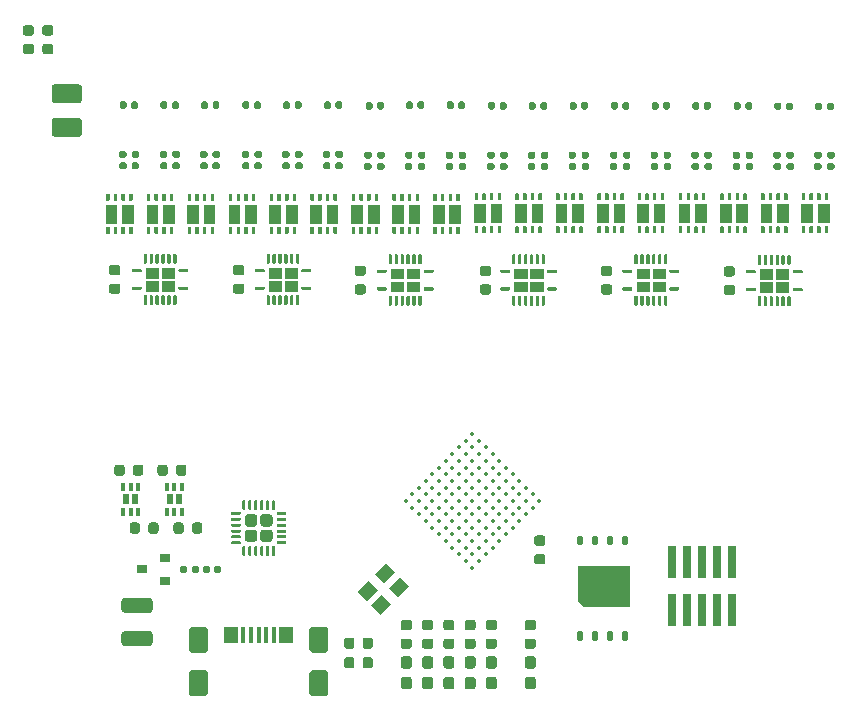
<source format=gtp>
%TF.GenerationSoftware,KiCad,Pcbnew,5.1.6*%
%TF.CreationDate,2020-08-02T00:36:08-04:00*%
%TF.ProjectId,squishy,73717569-7368-4792-9e6b-696361645f70,rev?*%
%TF.SameCoordinates,PX67f3540PY72ba1e0*%
%TF.FileFunction,Paste,Top*%
%TF.FilePolarity,Positive*%
%FSLAX46Y46*%
G04 Gerber Fmt 4.6, Leading zero omitted, Abs format (unit mm)*
G04 Created by KiCad (PCBNEW 5.1.6) date 2020-08-02 00:36:08*
%MOMM*%
%LPD*%
G01*
G04 APERTURE LIST*
%ADD10C,0.100000*%
%ADD11R,0.630000X0.820000*%
%ADD12R,0.350000X0.650000*%
%ADD13R,0.900000X0.800000*%
%ADD14C,0.350000*%
%ADD15R,0.740000X2.790000*%
%ADD16R,1.200000X1.400000*%
%ADD17R,0.400000X1.400000*%
G04 APERTURE END LIST*
D10*
%TO.C,U26*%
G36*
X66700000Y35550000D02*
G01*
X67750000Y35550000D01*
X67750000Y34750000D01*
X66700000Y34750000D01*
X66700000Y35550000D01*
G37*
X66700000Y35550000D02*
X67750000Y35550000D01*
X67750000Y34750000D01*
X66700000Y34750000D01*
X66700000Y35550000D01*
G36*
X65350000Y35550000D02*
G01*
X66400000Y35550000D01*
X66400000Y34750000D01*
X65350000Y34750000D01*
X65350000Y35550000D01*
G37*
X65350000Y35550000D02*
X66400000Y35550000D01*
X66400000Y34750000D01*
X65350000Y34750000D01*
X65350000Y35550000D01*
G36*
X65350000Y36650000D02*
G01*
X66400000Y36650000D01*
X66400000Y35850000D01*
X65350000Y35850000D01*
X65350000Y36650000D01*
G37*
X65350000Y36650000D02*
X66400000Y36650000D01*
X66400000Y35850000D01*
X65350000Y35850000D01*
X65350000Y36650000D01*
G36*
X66700000Y36650000D02*
G01*
X67750000Y36650000D01*
X67750000Y35850000D01*
X66700000Y35850000D01*
X66700000Y36650000D01*
G37*
X66700000Y36650000D02*
X67750000Y36650000D01*
X67750000Y35850000D01*
X66700000Y35850000D01*
X66700000Y36650000D01*
%TO.C,U25*%
G36*
X56250000Y35600000D02*
G01*
X57300000Y35600000D01*
X57300000Y34800000D01*
X56250000Y34800000D01*
X56250000Y35600000D01*
G37*
X56250000Y35600000D02*
X57300000Y35600000D01*
X57300000Y34800000D01*
X56250000Y34800000D01*
X56250000Y35600000D01*
G36*
X54900000Y35600000D02*
G01*
X55950000Y35600000D01*
X55950000Y34800000D01*
X54900000Y34800000D01*
X54900000Y35600000D01*
G37*
X54900000Y35600000D02*
X55950000Y35600000D01*
X55950000Y34800000D01*
X54900000Y34800000D01*
X54900000Y35600000D01*
G36*
X54900000Y36700000D02*
G01*
X55950000Y36700000D01*
X55950000Y35900000D01*
X54900000Y35900000D01*
X54900000Y36700000D01*
G37*
X54900000Y36700000D02*
X55950000Y36700000D01*
X55950000Y35900000D01*
X54900000Y35900000D01*
X54900000Y36700000D01*
G36*
X56250000Y36700000D02*
G01*
X57300000Y36700000D01*
X57300000Y35900000D01*
X56250000Y35900000D01*
X56250000Y36700000D01*
G37*
X56250000Y36700000D02*
X57300000Y36700000D01*
X57300000Y35900000D01*
X56250000Y35900000D01*
X56250000Y36700000D01*
%TO.C,U24*%
G36*
X45900000Y35600000D02*
G01*
X46950000Y35600000D01*
X46950000Y34800000D01*
X45900000Y34800000D01*
X45900000Y35600000D01*
G37*
X45900000Y35600000D02*
X46950000Y35600000D01*
X46950000Y34800000D01*
X45900000Y34800000D01*
X45900000Y35600000D01*
G36*
X44550000Y35600000D02*
G01*
X45600000Y35600000D01*
X45600000Y34800000D01*
X44550000Y34800000D01*
X44550000Y35600000D01*
G37*
X44550000Y35600000D02*
X45600000Y35600000D01*
X45600000Y34800000D01*
X44550000Y34800000D01*
X44550000Y35600000D01*
G36*
X44550000Y36700000D02*
G01*
X45600000Y36700000D01*
X45600000Y35900000D01*
X44550000Y35900000D01*
X44550000Y36700000D01*
G37*
X44550000Y36700000D02*
X45600000Y36700000D01*
X45600000Y35900000D01*
X44550000Y35900000D01*
X44550000Y36700000D01*
G36*
X45900000Y36700000D02*
G01*
X46950000Y36700000D01*
X46950000Y35900000D01*
X45900000Y35900000D01*
X45900000Y36700000D01*
G37*
X45900000Y36700000D02*
X46950000Y36700000D01*
X46950000Y35900000D01*
X45900000Y35900000D01*
X45900000Y36700000D01*
%TO.C,U23*%
G36*
X35450000Y35600000D02*
G01*
X36500000Y35600000D01*
X36500000Y34800000D01*
X35450000Y34800000D01*
X35450000Y35600000D01*
G37*
X35450000Y35600000D02*
X36500000Y35600000D01*
X36500000Y34800000D01*
X35450000Y34800000D01*
X35450000Y35600000D01*
G36*
X34100000Y35600000D02*
G01*
X35150000Y35600000D01*
X35150000Y34800000D01*
X34100000Y34800000D01*
X34100000Y35600000D01*
G37*
X34100000Y35600000D02*
X35150000Y35600000D01*
X35150000Y34800000D01*
X34100000Y34800000D01*
X34100000Y35600000D01*
G36*
X34100000Y36700000D02*
G01*
X35150000Y36700000D01*
X35150000Y35900000D01*
X34100000Y35900000D01*
X34100000Y36700000D01*
G37*
X34100000Y36700000D02*
X35150000Y36700000D01*
X35150000Y35900000D01*
X34100000Y35900000D01*
X34100000Y36700000D01*
G36*
X35450000Y36700000D02*
G01*
X36500000Y36700000D01*
X36500000Y35900000D01*
X35450000Y35900000D01*
X35450000Y36700000D01*
G37*
X35450000Y36700000D02*
X36500000Y36700000D01*
X36500000Y35900000D01*
X35450000Y35900000D01*
X35450000Y36700000D01*
%TO.C,U22*%
G36*
X25100000Y35650000D02*
G01*
X26150000Y35650000D01*
X26150000Y34850000D01*
X25100000Y34850000D01*
X25100000Y35650000D01*
G37*
X25100000Y35650000D02*
X26150000Y35650000D01*
X26150000Y34850000D01*
X25100000Y34850000D01*
X25100000Y35650000D01*
G36*
X23750000Y35650000D02*
G01*
X24800000Y35650000D01*
X24800000Y34850000D01*
X23750000Y34850000D01*
X23750000Y35650000D01*
G37*
X23750000Y35650000D02*
X24800000Y35650000D01*
X24800000Y34850000D01*
X23750000Y34850000D01*
X23750000Y35650000D01*
G36*
X23750000Y36750000D02*
G01*
X24800000Y36750000D01*
X24800000Y35950000D01*
X23750000Y35950000D01*
X23750000Y36750000D01*
G37*
X23750000Y36750000D02*
X24800000Y36750000D01*
X24800000Y35950000D01*
X23750000Y35950000D01*
X23750000Y36750000D01*
G36*
X25100000Y36750000D02*
G01*
X26150000Y36750000D01*
X26150000Y35950000D01*
X25100000Y35950000D01*
X25100000Y36750000D01*
G37*
X25100000Y36750000D02*
X26150000Y36750000D01*
X26150000Y35950000D01*
X25100000Y35950000D01*
X25100000Y36750000D01*
%TO.C,U21*%
G36*
X14700000Y35650000D02*
G01*
X15750000Y35650000D01*
X15750000Y34850000D01*
X14700000Y34850000D01*
X14700000Y35650000D01*
G37*
X14700000Y35650000D02*
X15750000Y35650000D01*
X15750000Y34850000D01*
X14700000Y34850000D01*
X14700000Y35650000D01*
G36*
X13350000Y35650000D02*
G01*
X14400000Y35650000D01*
X14400000Y34850000D01*
X13350000Y34850000D01*
X13350000Y35650000D01*
G37*
X13350000Y35650000D02*
X14400000Y35650000D01*
X14400000Y34850000D01*
X13350000Y34850000D01*
X13350000Y35650000D01*
G36*
X13350000Y36750000D02*
G01*
X14400000Y36750000D01*
X14400000Y35950000D01*
X13350000Y35950000D01*
X13350000Y36750000D01*
G37*
X13350000Y36750000D02*
X14400000Y36750000D01*
X14400000Y35950000D01*
X13350000Y35950000D01*
X13350000Y36750000D01*
G36*
X14700000Y36750000D02*
G01*
X15750000Y36750000D01*
X15750000Y35950000D01*
X14700000Y35950000D01*
X14700000Y36750000D01*
G37*
X14700000Y36750000D02*
X15750000Y36750000D01*
X15750000Y35950000D01*
X14700000Y35950000D01*
X14700000Y36750000D01*
%TO.C,U20*%
G36*
X50350000Y42150000D02*
G01*
X50350000Y40650000D01*
X49450000Y40650000D01*
X49450000Y42150000D01*
X50350000Y42150000D01*
G37*
X50350000Y42150000D02*
X50350000Y40650000D01*
X49450000Y40650000D01*
X49450000Y42150000D01*
X50350000Y42150000D01*
G36*
X48950000Y42150000D02*
G01*
X48950000Y40650000D01*
X48050000Y40650000D01*
X48050000Y42150000D01*
X48950000Y42150000D01*
G37*
X48950000Y42150000D02*
X48950000Y40650000D01*
X48050000Y40650000D01*
X48050000Y42150000D01*
X48950000Y42150000D01*
%TO.C,U19*%
G36*
X33050000Y42100000D02*
G01*
X33050000Y40600000D01*
X32150000Y40600000D01*
X32150000Y42100000D01*
X33050000Y42100000D01*
G37*
X33050000Y42100000D02*
X33050000Y40600000D01*
X32150000Y40600000D01*
X32150000Y42100000D01*
X33050000Y42100000D01*
G36*
X31650000Y42100000D02*
G01*
X31650000Y40600000D01*
X30750000Y40600000D01*
X30750000Y42100000D01*
X31650000Y42100000D01*
G37*
X31650000Y42100000D02*
X31650000Y40600000D01*
X30750000Y40600000D01*
X30750000Y42100000D01*
X31650000Y42100000D01*
%TO.C,U18*%
G36*
X29550000Y42100000D02*
G01*
X29550000Y40600000D01*
X28650000Y40600000D01*
X28650000Y42100000D01*
X29550000Y42100000D01*
G37*
X29550000Y42100000D02*
X29550000Y40600000D01*
X28650000Y40600000D01*
X28650000Y42100000D01*
X29550000Y42100000D01*
G36*
X28150000Y42100000D02*
G01*
X28150000Y40600000D01*
X27250000Y40600000D01*
X27250000Y42100000D01*
X28150000Y42100000D01*
G37*
X28150000Y42100000D02*
X28150000Y40600000D01*
X27250000Y40600000D01*
X27250000Y42100000D01*
X28150000Y42100000D01*
%TO.C,U17*%
G36*
X12250000Y42100000D02*
G01*
X12250000Y40600000D01*
X11350000Y40600000D01*
X11350000Y42100000D01*
X12250000Y42100000D01*
G37*
X12250000Y42100000D02*
X12250000Y40600000D01*
X11350000Y40600000D01*
X11350000Y42100000D01*
X12250000Y42100000D01*
G36*
X10850000Y42100000D02*
G01*
X10850000Y40600000D01*
X9950000Y40600000D01*
X9950000Y42100000D01*
X10850000Y42100000D01*
G37*
X10850000Y42100000D02*
X10850000Y40600000D01*
X9950000Y40600000D01*
X9950000Y42100000D01*
X10850000Y42100000D01*
%TO.C,U16*%
G36*
X57250000Y42150000D02*
G01*
X57250000Y40650000D01*
X56350000Y40650000D01*
X56350000Y42150000D01*
X57250000Y42150000D01*
G37*
X57250000Y42150000D02*
X57250000Y40650000D01*
X56350000Y40650000D01*
X56350000Y42150000D01*
X57250000Y42150000D01*
G36*
X55850000Y42150000D02*
G01*
X55850000Y40650000D01*
X54950000Y40650000D01*
X54950000Y42150000D01*
X55850000Y42150000D01*
G37*
X55850000Y42150000D02*
X55850000Y40650000D01*
X54950000Y40650000D01*
X54950000Y42150000D01*
X55850000Y42150000D01*
%TO.C,U15*%
G36*
X36500000Y42100000D02*
G01*
X36500000Y40600000D01*
X35600000Y40600000D01*
X35600000Y42100000D01*
X36500000Y42100000D01*
G37*
X36500000Y42100000D02*
X36500000Y40600000D01*
X35600000Y40600000D01*
X35600000Y42100000D01*
X36500000Y42100000D01*
G36*
X35100000Y42100000D02*
G01*
X35100000Y40600000D01*
X34200000Y40600000D01*
X34200000Y42100000D01*
X35100000Y42100000D01*
G37*
X35100000Y42100000D02*
X35100000Y40600000D01*
X34200000Y40600000D01*
X34200000Y42100000D01*
X35100000Y42100000D01*
%TO.C,U14*%
G36*
X53850000Y42150000D02*
G01*
X53850000Y40650000D01*
X52950000Y40650000D01*
X52950000Y42150000D01*
X53850000Y42150000D01*
G37*
X53850000Y42150000D02*
X53850000Y40650000D01*
X52950000Y40650000D01*
X52950000Y42150000D01*
X53850000Y42150000D01*
G36*
X52450000Y42150000D02*
G01*
X52450000Y40650000D01*
X51550000Y40650000D01*
X51550000Y42150000D01*
X52450000Y42150000D01*
G37*
X52450000Y42150000D02*
X52450000Y40650000D01*
X51550000Y40650000D01*
X51550000Y42150000D01*
X52450000Y42150000D01*
%TO.C,U13*%
G36*
X71150000Y42150000D02*
G01*
X71150000Y40650000D01*
X70250000Y40650000D01*
X70250000Y42150000D01*
X71150000Y42150000D01*
G37*
X71150000Y42150000D02*
X71150000Y40650000D01*
X70250000Y40650000D01*
X70250000Y42150000D01*
X71150000Y42150000D01*
G36*
X69750000Y42150000D02*
G01*
X69750000Y40650000D01*
X68850000Y40650000D01*
X68850000Y42150000D01*
X69750000Y42150000D01*
G37*
X69750000Y42150000D02*
X69750000Y40650000D01*
X68850000Y40650000D01*
X68850000Y42150000D01*
X69750000Y42150000D01*
%TO.C,U12*%
G36*
X26100000Y42100000D02*
G01*
X26100000Y40600000D01*
X25200000Y40600000D01*
X25200000Y42100000D01*
X26100000Y42100000D01*
G37*
X26100000Y42100000D02*
X26100000Y40600000D01*
X25200000Y40600000D01*
X25200000Y42100000D01*
X26100000Y42100000D01*
G36*
X24700000Y42100000D02*
G01*
X24700000Y40600000D01*
X23800000Y40600000D01*
X23800000Y42100000D01*
X24700000Y42100000D01*
G37*
X24700000Y42100000D02*
X24700000Y40600000D01*
X23800000Y40600000D01*
X23800000Y42100000D01*
X24700000Y42100000D01*
%TO.C,U11*%
G36*
X46900000Y42150000D02*
G01*
X46900000Y40650000D01*
X46000000Y40650000D01*
X46000000Y42150000D01*
X46900000Y42150000D01*
G37*
X46900000Y42150000D02*
X46900000Y40650000D01*
X46000000Y40650000D01*
X46000000Y42150000D01*
X46900000Y42150000D01*
G36*
X45500000Y42150000D02*
G01*
X45500000Y40650000D01*
X44600000Y40650000D01*
X44600000Y42150000D01*
X45500000Y42150000D01*
G37*
X45500000Y42150000D02*
X45500000Y40650000D01*
X44600000Y40650000D01*
X44600000Y42150000D01*
X45500000Y42150000D01*
%TO.C,U10*%
G36*
X15700000Y42100000D02*
G01*
X15700000Y40600000D01*
X14800000Y40600000D01*
X14800000Y42100000D01*
X15700000Y42100000D01*
G37*
X15700000Y42100000D02*
X15700000Y40600000D01*
X14800000Y40600000D01*
X14800000Y42100000D01*
X15700000Y42100000D01*
G36*
X14300000Y42100000D02*
G01*
X14300000Y40600000D01*
X13400000Y40600000D01*
X13400000Y42100000D01*
X14300000Y42100000D01*
G37*
X14300000Y42100000D02*
X14300000Y40600000D01*
X13400000Y40600000D01*
X13400000Y42100000D01*
X14300000Y42100000D01*
%TO.C,U9*%
G36*
X60750000Y42150000D02*
G01*
X60750000Y40650000D01*
X59850000Y40650000D01*
X59850000Y42150000D01*
X60750000Y42150000D01*
G37*
X60750000Y42150000D02*
X60750000Y40650000D01*
X59850000Y40650000D01*
X59850000Y42150000D01*
X60750000Y42150000D01*
G36*
X59350000Y42150000D02*
G01*
X59350000Y40650000D01*
X58450000Y40650000D01*
X58450000Y42150000D01*
X59350000Y42150000D01*
G37*
X59350000Y42150000D02*
X59350000Y40650000D01*
X58450000Y40650000D01*
X58450000Y42150000D01*
X59350000Y42150000D01*
%TO.C,U8*%
G36*
X64250000Y42150000D02*
G01*
X64250000Y40650000D01*
X63350000Y40650000D01*
X63350000Y42150000D01*
X64250000Y42150000D01*
G37*
X64250000Y42150000D02*
X64250000Y40650000D01*
X63350000Y40650000D01*
X63350000Y42150000D01*
X64250000Y42150000D01*
G36*
X62850000Y42150000D02*
G01*
X62850000Y40650000D01*
X61950000Y40650000D01*
X61950000Y42150000D01*
X62850000Y42150000D01*
G37*
X62850000Y42150000D02*
X62850000Y40650000D01*
X61950000Y40650000D01*
X61950000Y42150000D01*
X62850000Y42150000D01*
%TO.C,U7*%
G36*
X67700000Y42150000D02*
G01*
X67700000Y40650000D01*
X66800000Y40650000D01*
X66800000Y42150000D01*
X67700000Y42150000D01*
G37*
X67700000Y42150000D02*
X67700000Y40650000D01*
X66800000Y40650000D01*
X66800000Y42150000D01*
X67700000Y42150000D01*
G36*
X66300000Y42150000D02*
G01*
X66300000Y40650000D01*
X65400000Y40650000D01*
X65400000Y42150000D01*
X66300000Y42150000D01*
G37*
X66300000Y42150000D02*
X66300000Y40650000D01*
X65400000Y40650000D01*
X65400000Y42150000D01*
X66300000Y42150000D01*
%TO.C,U6*%
G36*
X43450000Y42150000D02*
G01*
X43450000Y40650000D01*
X42550000Y40650000D01*
X42550000Y42150000D01*
X43450000Y42150000D01*
G37*
X43450000Y42150000D02*
X43450000Y40650000D01*
X42550000Y40650000D01*
X42550000Y42150000D01*
X43450000Y42150000D01*
G36*
X42050000Y42150000D02*
G01*
X42050000Y40650000D01*
X41150000Y40650000D01*
X41150000Y42150000D01*
X42050000Y42150000D01*
G37*
X42050000Y42150000D02*
X42050000Y40650000D01*
X41150000Y40650000D01*
X41150000Y42150000D01*
X42050000Y42150000D01*
%TO.C,U5*%
G36*
X22650000Y42100000D02*
G01*
X22650000Y40600000D01*
X21750000Y40600000D01*
X21750000Y42100000D01*
X22650000Y42100000D01*
G37*
X22650000Y42100000D02*
X22650000Y40600000D01*
X21750000Y40600000D01*
X21750000Y42100000D01*
X22650000Y42100000D01*
G36*
X21250000Y42100000D02*
G01*
X21250000Y40600000D01*
X20350000Y40600000D01*
X20350000Y42100000D01*
X21250000Y42100000D01*
G37*
X21250000Y42100000D02*
X21250000Y40600000D01*
X20350000Y40600000D01*
X20350000Y42100000D01*
X21250000Y42100000D01*
%TO.C,U4*%
G36*
X19150000Y42100000D02*
G01*
X19150000Y40600000D01*
X18250000Y40600000D01*
X18250000Y42100000D01*
X19150000Y42100000D01*
G37*
X19150000Y42100000D02*
X19150000Y40600000D01*
X18250000Y40600000D01*
X18250000Y42100000D01*
X19150000Y42100000D01*
G36*
X17750000Y42100000D02*
G01*
X17750000Y40600000D01*
X16850000Y40600000D01*
X16850000Y42100000D01*
X17750000Y42100000D01*
G37*
X17750000Y42100000D02*
X17750000Y40600000D01*
X16850000Y40600000D01*
X16850000Y42100000D01*
X17750000Y42100000D01*
%TO.C,U3*%
G36*
X39950000Y42100000D02*
G01*
X39950000Y40600000D01*
X39050000Y40600000D01*
X39050000Y42100000D01*
X39950000Y42100000D01*
G37*
X39950000Y42100000D02*
X39950000Y40600000D01*
X39050000Y40600000D01*
X39050000Y42100000D01*
X39950000Y42100000D01*
G36*
X38550000Y42100000D02*
G01*
X38550000Y40600000D01*
X37650000Y40600000D01*
X37650000Y42100000D01*
X38550000Y42100000D01*
G37*
X38550000Y42100000D02*
X38550000Y40600000D01*
X37650000Y40600000D01*
X37650000Y42100000D01*
X38550000Y42100000D01*
%TD*%
%TO.C,R68*%
G36*
G01*
X46443750Y12550000D02*
X46956250Y12550000D01*
G75*
G02*
X47175000Y12331250I0J-218750D01*
G01*
X47175000Y11893750D01*
G75*
G02*
X46956250Y11675000I-218750J0D01*
G01*
X46443750Y11675000D01*
G75*
G02*
X46225000Y11893750I0J218750D01*
G01*
X46225000Y12331250D01*
G75*
G02*
X46443750Y12550000I218750J0D01*
G01*
G37*
G36*
G01*
X46443750Y14125000D02*
X46956250Y14125000D01*
G75*
G02*
X47175000Y13906250I0J-218750D01*
G01*
X47175000Y13468750D01*
G75*
G02*
X46956250Y13250000I-218750J0D01*
G01*
X46443750Y13250000D01*
G75*
G02*
X46225000Y13468750I0J218750D01*
G01*
X46225000Y13906250D01*
G75*
G02*
X46443750Y14125000I218750J0D01*
G01*
G37*
%TD*%
%TO.C,F1*%
G36*
G01*
X5625000Y49475000D02*
X7675000Y49475000D01*
G75*
G02*
X7925000Y49225000I0J-250000D01*
G01*
X7925000Y48125000D01*
G75*
G02*
X7675000Y47875000I-250000J0D01*
G01*
X5625000Y47875000D01*
G75*
G02*
X5375000Y48125000I0J250000D01*
G01*
X5375000Y49225000D01*
G75*
G02*
X5625000Y49475000I250000J0D01*
G01*
G37*
G36*
G01*
X5625000Y52325000D02*
X7675000Y52325000D01*
G75*
G02*
X7925000Y52075000I0J-250000D01*
G01*
X7925000Y50975000D01*
G75*
G02*
X7675000Y50725000I-250000J0D01*
G01*
X5625000Y50725000D01*
G75*
G02*
X5375000Y50975000I0J250000D01*
G01*
X5375000Y52075000D01*
G75*
G02*
X5625000Y52325000I250000J0D01*
G01*
G37*
%TD*%
D11*
%TO.C,U30*%
X11650000Y17200000D03*
X12450000Y17200000D03*
D12*
X12700000Y16150000D03*
X12050000Y16150000D03*
X11400000Y16150000D03*
X11400000Y18250000D03*
X12050000Y18250000D03*
X12700000Y18250000D03*
%TD*%
D11*
%TO.C,U29*%
X15350000Y17200000D03*
X16150000Y17200000D03*
D12*
X16400000Y16150000D03*
X15750000Y16150000D03*
X15100000Y16150000D03*
X15100000Y18250000D03*
X15750000Y18250000D03*
X16400000Y18250000D03*
%TD*%
D13*
%TO.C,U28*%
X13000000Y11250000D03*
X15000000Y12200000D03*
X15000000Y10300000D03*
%TD*%
%TO.C,C57*%
G36*
G01*
X12250000Y19393750D02*
X12250000Y19906250D01*
G75*
G02*
X12468750Y20125000I218750J0D01*
G01*
X12906250Y20125000D01*
G75*
G02*
X13125000Y19906250I0J-218750D01*
G01*
X13125000Y19393750D01*
G75*
G02*
X12906250Y19175000I-218750J0D01*
G01*
X12468750Y19175000D01*
G75*
G02*
X12250000Y19393750I0J218750D01*
G01*
G37*
G36*
G01*
X10675000Y19393750D02*
X10675000Y19906250D01*
G75*
G02*
X10893750Y20125000I218750J0D01*
G01*
X11331250Y20125000D01*
G75*
G02*
X11550000Y19906250I0J-218750D01*
G01*
X11550000Y19393750D01*
G75*
G02*
X11331250Y19175000I-218750J0D01*
G01*
X10893750Y19175000D01*
G75*
G02*
X10675000Y19393750I0J218750D01*
G01*
G37*
%TD*%
%TO.C,C56*%
G36*
G01*
X15900000Y19393750D02*
X15900000Y19906250D01*
G75*
G02*
X16118750Y20125000I218750J0D01*
G01*
X16556250Y20125000D01*
G75*
G02*
X16775000Y19906250I0J-218750D01*
G01*
X16775000Y19393750D01*
G75*
G02*
X16556250Y19175000I-218750J0D01*
G01*
X16118750Y19175000D01*
G75*
G02*
X15900000Y19393750I0J218750D01*
G01*
G37*
G36*
G01*
X14325000Y19393750D02*
X14325000Y19906250D01*
G75*
G02*
X14543750Y20125000I218750J0D01*
G01*
X14981250Y20125000D01*
G75*
G02*
X15200000Y19906250I0J-218750D01*
G01*
X15200000Y19393750D01*
G75*
G02*
X14981250Y19175000I-218750J0D01*
G01*
X14543750Y19175000D01*
G75*
G02*
X14325000Y19393750I0J218750D01*
G01*
G37*
%TD*%
%TO.C,C55*%
G36*
G01*
X12850000Y15006250D02*
X12850000Y14493750D01*
G75*
G02*
X12631250Y14275000I-218750J0D01*
G01*
X12193750Y14275000D01*
G75*
G02*
X11975000Y14493750I0J218750D01*
G01*
X11975000Y15006250D01*
G75*
G02*
X12193750Y15225000I218750J0D01*
G01*
X12631250Y15225000D01*
G75*
G02*
X12850000Y15006250I0J-218750D01*
G01*
G37*
G36*
G01*
X14425000Y15006250D02*
X14425000Y14493750D01*
G75*
G02*
X14206250Y14275000I-218750J0D01*
G01*
X13768750Y14275000D01*
G75*
G02*
X13550000Y14493750I0J218750D01*
G01*
X13550000Y15006250D01*
G75*
G02*
X13768750Y15225000I218750J0D01*
G01*
X14206250Y15225000D01*
G75*
G02*
X14425000Y15006250I0J-218750D01*
G01*
G37*
%TD*%
%TO.C,C54*%
G36*
G01*
X16550000Y15006250D02*
X16550000Y14493750D01*
G75*
G02*
X16331250Y14275000I-218750J0D01*
G01*
X15893750Y14275000D01*
G75*
G02*
X15675000Y14493750I0J218750D01*
G01*
X15675000Y15006250D01*
G75*
G02*
X15893750Y15225000I218750J0D01*
G01*
X16331250Y15225000D01*
G75*
G02*
X16550000Y15006250I0J-218750D01*
G01*
G37*
G36*
G01*
X18125000Y15006250D02*
X18125000Y14493750D01*
G75*
G02*
X17906250Y14275000I-218750J0D01*
G01*
X17468750Y14275000D01*
G75*
G02*
X17250000Y14493750I0J218750D01*
G01*
X17250000Y15006250D01*
G75*
G02*
X17468750Y15225000I218750J0D01*
G01*
X17906250Y15225000D01*
G75*
G02*
X18125000Y15006250I0J-218750D01*
G01*
G37*
%TD*%
%TO.C,R69*%
G36*
G01*
X45643750Y5400000D02*
X46156250Y5400000D01*
G75*
G02*
X46375000Y5181250I0J-218750D01*
G01*
X46375000Y4743750D01*
G75*
G02*
X46156250Y4525000I-218750J0D01*
G01*
X45643750Y4525000D01*
G75*
G02*
X45425000Y4743750I0J218750D01*
G01*
X45425000Y5181250D01*
G75*
G02*
X45643750Y5400000I218750J0D01*
G01*
G37*
G36*
G01*
X45643750Y6975000D02*
X46156250Y6975000D01*
G75*
G02*
X46375000Y6756250I0J-218750D01*
G01*
X46375000Y6318750D01*
G75*
G02*
X46156250Y6100000I-218750J0D01*
G01*
X45643750Y6100000D01*
G75*
G02*
X45425000Y6318750I0J218750D01*
G01*
X45425000Y6756250D01*
G75*
G02*
X45643750Y6975000I218750J0D01*
G01*
G37*
%TD*%
%TO.C,D10*%
G36*
G01*
X46137500Y2850000D02*
X45662500Y2850000D01*
G75*
G02*
X45425000Y3087500I0J237500D01*
G01*
X45425000Y3662500D01*
G75*
G02*
X45662500Y3900000I237500J0D01*
G01*
X46137500Y3900000D01*
G75*
G02*
X46375000Y3662500I0J-237500D01*
G01*
X46375000Y3087500D01*
G75*
G02*
X46137500Y2850000I-237500J0D01*
G01*
G37*
G36*
G01*
X46137500Y1100000D02*
X45662500Y1100000D01*
G75*
G02*
X45425000Y1337500I0J237500D01*
G01*
X45425000Y1912500D01*
G75*
G02*
X45662500Y2150000I237500J0D01*
G01*
X46137500Y2150000D01*
G75*
G02*
X46375000Y1912500I0J-237500D01*
G01*
X46375000Y1337500D01*
G75*
G02*
X46137500Y1100000I-237500J0D01*
G01*
G37*
%TD*%
%TO.C,R67*%
G36*
G01*
X42343750Y5400000D02*
X42856250Y5400000D01*
G75*
G02*
X43075000Y5181250I0J-218750D01*
G01*
X43075000Y4743750D01*
G75*
G02*
X42856250Y4525000I-218750J0D01*
G01*
X42343750Y4525000D01*
G75*
G02*
X42125000Y4743750I0J218750D01*
G01*
X42125000Y5181250D01*
G75*
G02*
X42343750Y5400000I218750J0D01*
G01*
G37*
G36*
G01*
X42343750Y6975000D02*
X42856250Y6975000D01*
G75*
G02*
X43075000Y6756250I0J-218750D01*
G01*
X43075000Y6318750D01*
G75*
G02*
X42856250Y6100000I-218750J0D01*
G01*
X42343750Y6100000D01*
G75*
G02*
X42125000Y6318750I0J218750D01*
G01*
X42125000Y6756250D01*
G75*
G02*
X42343750Y6975000I218750J0D01*
G01*
G37*
%TD*%
%TO.C,R66*%
G36*
G01*
X40543750Y5400000D02*
X41056250Y5400000D01*
G75*
G02*
X41275000Y5181250I0J-218750D01*
G01*
X41275000Y4743750D01*
G75*
G02*
X41056250Y4525000I-218750J0D01*
G01*
X40543750Y4525000D01*
G75*
G02*
X40325000Y4743750I0J218750D01*
G01*
X40325000Y5181250D01*
G75*
G02*
X40543750Y5400000I218750J0D01*
G01*
G37*
G36*
G01*
X40543750Y6975000D02*
X41056250Y6975000D01*
G75*
G02*
X41275000Y6756250I0J-218750D01*
G01*
X41275000Y6318750D01*
G75*
G02*
X41056250Y6100000I-218750J0D01*
G01*
X40543750Y6100000D01*
G75*
G02*
X40325000Y6318750I0J218750D01*
G01*
X40325000Y6756250D01*
G75*
G02*
X40543750Y6975000I218750J0D01*
G01*
G37*
%TD*%
%TO.C,R65*%
G36*
G01*
X38743750Y5400000D02*
X39256250Y5400000D01*
G75*
G02*
X39475000Y5181250I0J-218750D01*
G01*
X39475000Y4743750D01*
G75*
G02*
X39256250Y4525000I-218750J0D01*
G01*
X38743750Y4525000D01*
G75*
G02*
X38525000Y4743750I0J218750D01*
G01*
X38525000Y5181250D01*
G75*
G02*
X38743750Y5400000I218750J0D01*
G01*
G37*
G36*
G01*
X38743750Y6975000D02*
X39256250Y6975000D01*
G75*
G02*
X39475000Y6756250I0J-218750D01*
G01*
X39475000Y6318750D01*
G75*
G02*
X39256250Y6100000I-218750J0D01*
G01*
X38743750Y6100000D01*
G75*
G02*
X38525000Y6318750I0J218750D01*
G01*
X38525000Y6756250D01*
G75*
G02*
X38743750Y6975000I218750J0D01*
G01*
G37*
%TD*%
%TO.C,R64*%
G36*
G01*
X36943750Y5400000D02*
X37456250Y5400000D01*
G75*
G02*
X37675000Y5181250I0J-218750D01*
G01*
X37675000Y4743750D01*
G75*
G02*
X37456250Y4525000I-218750J0D01*
G01*
X36943750Y4525000D01*
G75*
G02*
X36725000Y4743750I0J218750D01*
G01*
X36725000Y5181250D01*
G75*
G02*
X36943750Y5400000I218750J0D01*
G01*
G37*
G36*
G01*
X36943750Y6975000D02*
X37456250Y6975000D01*
G75*
G02*
X37675000Y6756250I0J-218750D01*
G01*
X37675000Y6318750D01*
G75*
G02*
X37456250Y6100000I-218750J0D01*
G01*
X36943750Y6100000D01*
G75*
G02*
X36725000Y6318750I0J218750D01*
G01*
X36725000Y6756250D01*
G75*
G02*
X36943750Y6975000I218750J0D01*
G01*
G37*
%TD*%
%TO.C,R63*%
G36*
G01*
X35143750Y5400000D02*
X35656250Y5400000D01*
G75*
G02*
X35875000Y5181250I0J-218750D01*
G01*
X35875000Y4743750D01*
G75*
G02*
X35656250Y4525000I-218750J0D01*
G01*
X35143750Y4525000D01*
G75*
G02*
X34925000Y4743750I0J218750D01*
G01*
X34925000Y5181250D01*
G75*
G02*
X35143750Y5400000I218750J0D01*
G01*
G37*
G36*
G01*
X35143750Y6975000D02*
X35656250Y6975000D01*
G75*
G02*
X35875000Y6756250I0J-218750D01*
G01*
X35875000Y6318750D01*
G75*
G02*
X35656250Y6100000I-218750J0D01*
G01*
X35143750Y6100000D01*
G75*
G02*
X34925000Y6318750I0J218750D01*
G01*
X34925000Y6756250D01*
G75*
G02*
X35143750Y6975000I218750J0D01*
G01*
G37*
%TD*%
%TO.C,D9*%
G36*
G01*
X42837500Y2850000D02*
X42362500Y2850000D01*
G75*
G02*
X42125000Y3087500I0J237500D01*
G01*
X42125000Y3662500D01*
G75*
G02*
X42362500Y3900000I237500J0D01*
G01*
X42837500Y3900000D01*
G75*
G02*
X43075000Y3662500I0J-237500D01*
G01*
X43075000Y3087500D01*
G75*
G02*
X42837500Y2850000I-237500J0D01*
G01*
G37*
G36*
G01*
X42837500Y1100000D02*
X42362500Y1100000D01*
G75*
G02*
X42125000Y1337500I0J237500D01*
G01*
X42125000Y1912500D01*
G75*
G02*
X42362500Y2150000I237500J0D01*
G01*
X42837500Y2150000D01*
G75*
G02*
X43075000Y1912500I0J-237500D01*
G01*
X43075000Y1337500D01*
G75*
G02*
X42837500Y1100000I-237500J0D01*
G01*
G37*
%TD*%
%TO.C,D6*%
G36*
G01*
X41037500Y2850000D02*
X40562500Y2850000D01*
G75*
G02*
X40325000Y3087500I0J237500D01*
G01*
X40325000Y3662500D01*
G75*
G02*
X40562500Y3900000I237500J0D01*
G01*
X41037500Y3900000D01*
G75*
G02*
X41275000Y3662500I0J-237500D01*
G01*
X41275000Y3087500D01*
G75*
G02*
X41037500Y2850000I-237500J0D01*
G01*
G37*
G36*
G01*
X41037500Y1100000D02*
X40562500Y1100000D01*
G75*
G02*
X40325000Y1337500I0J237500D01*
G01*
X40325000Y1912500D01*
G75*
G02*
X40562500Y2150000I237500J0D01*
G01*
X41037500Y2150000D01*
G75*
G02*
X41275000Y1912500I0J-237500D01*
G01*
X41275000Y1337500D01*
G75*
G02*
X41037500Y1100000I-237500J0D01*
G01*
G37*
%TD*%
%TO.C,D5*%
G36*
G01*
X39237500Y2850000D02*
X38762500Y2850000D01*
G75*
G02*
X38525000Y3087500I0J237500D01*
G01*
X38525000Y3662500D01*
G75*
G02*
X38762500Y3900000I237500J0D01*
G01*
X39237500Y3900000D01*
G75*
G02*
X39475000Y3662500I0J-237500D01*
G01*
X39475000Y3087500D01*
G75*
G02*
X39237500Y2850000I-237500J0D01*
G01*
G37*
G36*
G01*
X39237500Y1100000D02*
X38762500Y1100000D01*
G75*
G02*
X38525000Y1337500I0J237500D01*
G01*
X38525000Y1912500D01*
G75*
G02*
X38762500Y2150000I237500J0D01*
G01*
X39237500Y2150000D01*
G75*
G02*
X39475000Y1912500I0J-237500D01*
G01*
X39475000Y1337500D01*
G75*
G02*
X39237500Y1100000I-237500J0D01*
G01*
G37*
%TD*%
%TO.C,D2*%
G36*
G01*
X37437500Y2850000D02*
X36962500Y2850000D01*
G75*
G02*
X36725000Y3087500I0J237500D01*
G01*
X36725000Y3662500D01*
G75*
G02*
X36962500Y3900000I237500J0D01*
G01*
X37437500Y3900000D01*
G75*
G02*
X37675000Y3662500I0J-237500D01*
G01*
X37675000Y3087500D01*
G75*
G02*
X37437500Y2850000I-237500J0D01*
G01*
G37*
G36*
G01*
X37437500Y1100000D02*
X36962500Y1100000D01*
G75*
G02*
X36725000Y1337500I0J237500D01*
G01*
X36725000Y1912500D01*
G75*
G02*
X36962500Y2150000I237500J0D01*
G01*
X37437500Y2150000D01*
G75*
G02*
X37675000Y1912500I0J-237500D01*
G01*
X37675000Y1337500D01*
G75*
G02*
X37437500Y1100000I-237500J0D01*
G01*
G37*
%TD*%
%TO.C,D1*%
G36*
G01*
X35637500Y2850000D02*
X35162500Y2850000D01*
G75*
G02*
X34925000Y3087500I0J237500D01*
G01*
X34925000Y3662500D01*
G75*
G02*
X35162500Y3900000I237500J0D01*
G01*
X35637500Y3900000D01*
G75*
G02*
X35875000Y3662500I0J-237500D01*
G01*
X35875000Y3087500D01*
G75*
G02*
X35637500Y2850000I-237500J0D01*
G01*
G37*
G36*
G01*
X35637500Y1100000D02*
X35162500Y1100000D01*
G75*
G02*
X34925000Y1337500I0J237500D01*
G01*
X34925000Y1912500D01*
G75*
G02*
X35162500Y2150000I237500J0D01*
G01*
X35637500Y2150000D01*
G75*
G02*
X35875000Y1912500I0J-237500D01*
G01*
X35875000Y1337500D01*
G75*
G02*
X35637500Y1100000I-237500J0D01*
G01*
G37*
%TD*%
D10*
%TO.C,X1*%
G36*
X32053464Y8592373D02*
G01*
X31275647Y9370190D01*
X32194886Y10289429D01*
X32972703Y9511612D01*
X32053464Y8592373D01*
G37*
G36*
X33538388Y10077297D02*
G01*
X32760571Y10855114D01*
X33679810Y11774353D01*
X34457627Y10996536D01*
X33538388Y10077297D01*
G37*
G36*
X34705114Y8910571D02*
G01*
X33927297Y9688388D01*
X34846536Y10607627D01*
X35624353Y9829810D01*
X34705114Y8910571D01*
G37*
G36*
X33220190Y7425647D02*
G01*
X32442373Y8203464D01*
X33361612Y9122703D01*
X34139429Y8344886D01*
X33220190Y7425647D01*
G37*
%TD*%
D14*
%TO.C,U2*%
X46656854Y17050000D03*
X46091169Y17615685D03*
X45525483Y18181371D03*
X44959798Y18747056D03*
X44394113Y19312742D03*
X43828427Y19878427D03*
X43262742Y20444113D03*
X42697056Y21009798D03*
X42131371Y21575483D03*
X41565685Y22141169D03*
X41000000Y22706854D03*
X46091169Y16484315D03*
X45525483Y17050000D03*
X44959798Y17615685D03*
X44394113Y18181371D03*
X43828427Y18747056D03*
X43262742Y19312742D03*
X42697056Y19878427D03*
X42131371Y20444113D03*
X41565685Y21009798D03*
X41000000Y21575483D03*
X40434315Y22141169D03*
X45525483Y15918629D03*
X44959798Y16484315D03*
X44394113Y17050000D03*
X43828427Y17615685D03*
X43262742Y18181371D03*
X42697056Y18747056D03*
X42131371Y19312742D03*
X41565685Y19878427D03*
X41000000Y20444113D03*
X40434315Y21009798D03*
X39868629Y21575483D03*
X44959798Y15352944D03*
X44394113Y15918629D03*
X43828427Y16484315D03*
X43262742Y17050000D03*
X42697056Y17615685D03*
X42131371Y18181371D03*
X41565685Y18747056D03*
X41000000Y19312742D03*
X40434315Y19878427D03*
X39868629Y20444113D03*
X39302944Y21009798D03*
X44394113Y14787258D03*
X43828427Y15352944D03*
X43262742Y15918629D03*
X42697056Y16484315D03*
X42131371Y17050000D03*
X41565685Y17615685D03*
X41000000Y18181371D03*
X40434315Y18747056D03*
X39868629Y19312742D03*
X39302944Y19878427D03*
X38737258Y20444113D03*
X43828427Y14221573D03*
X43262742Y14787258D03*
X42697056Y15352944D03*
X42131371Y15918629D03*
X41565685Y16484315D03*
X41000000Y17050000D03*
X40434315Y17615685D03*
X39868629Y18181371D03*
X39302944Y18747056D03*
X38737258Y19312742D03*
X38171573Y19878427D03*
X43262742Y13655887D03*
X42697056Y14221573D03*
X42131371Y14787258D03*
X41565685Y15352944D03*
X41000000Y15918629D03*
X40434315Y16484315D03*
X39868629Y17050000D03*
X39302944Y17615685D03*
X38737258Y18181371D03*
X38171573Y18747056D03*
X37605887Y19312742D03*
X42697056Y13090202D03*
X42131371Y13655887D03*
X41565685Y14221573D03*
X41000000Y14787258D03*
X40434315Y15352944D03*
X39868629Y15918629D03*
X39302944Y16484315D03*
X38737258Y17050000D03*
X38171573Y17615685D03*
X37605887Y18181371D03*
X37040202Y18747056D03*
X42131371Y12524517D03*
X41565685Y13090202D03*
X41000000Y13655887D03*
X40434315Y14221573D03*
X39868629Y14787258D03*
X39302944Y15352944D03*
X38737258Y15918629D03*
X38171573Y16484315D03*
X37605887Y17050000D03*
X37040202Y17615685D03*
X36474517Y18181371D03*
X41565685Y11958831D03*
X41000000Y12524517D03*
X40434315Y13090202D03*
X39868629Y13655887D03*
X39302944Y14221573D03*
X38737258Y14787258D03*
X38171573Y15352944D03*
X37605887Y15918629D03*
X37040202Y16484315D03*
X36474517Y17050000D03*
X35908831Y17615685D03*
X41000000Y11393146D03*
X40434315Y11958831D03*
X39868629Y12524517D03*
X39302944Y13090202D03*
X38737258Y13655887D03*
X38171573Y14221573D03*
X37605887Y14787258D03*
X37040202Y15352944D03*
X36474517Y15918629D03*
X35908831Y16484315D03*
X35343146Y17050000D03*
%TD*%
%TO.C,U27*%
G36*
G01*
X21974999Y14625000D02*
X22525001Y14625000D01*
G75*
G02*
X22775000Y14375001I0J-249999D01*
G01*
X22775000Y13824999D01*
G75*
G02*
X22525001Y13575000I-249999J0D01*
G01*
X21974999Y13575000D01*
G75*
G02*
X21725000Y13824999I0J249999D01*
G01*
X21725000Y14375001D01*
G75*
G02*
X21974999Y14625000I249999J0D01*
G01*
G37*
G36*
G01*
X23274999Y14625000D02*
X23825001Y14625000D01*
G75*
G02*
X24075000Y14375001I0J-249999D01*
G01*
X24075000Y13824999D01*
G75*
G02*
X23825001Y13575000I-249999J0D01*
G01*
X23274999Y13575000D01*
G75*
G02*
X23025000Y13824999I0J249999D01*
G01*
X23025000Y14375001D01*
G75*
G02*
X23274999Y14625000I249999J0D01*
G01*
G37*
G36*
G01*
X21974999Y15925000D02*
X22525001Y15925000D01*
G75*
G02*
X22775000Y15675001I0J-249999D01*
G01*
X22775000Y15124999D01*
G75*
G02*
X22525001Y14875000I-249999J0D01*
G01*
X21974999Y14875000D01*
G75*
G02*
X21725000Y15124999I0J249999D01*
G01*
X21725000Y15675001D01*
G75*
G02*
X21974999Y15925000I249999J0D01*
G01*
G37*
G36*
G01*
X23274999Y15925000D02*
X23825001Y15925000D01*
G75*
G02*
X24075000Y15675001I0J-249999D01*
G01*
X24075000Y15124999D01*
G75*
G02*
X23825001Y14875000I-249999J0D01*
G01*
X23274999Y14875000D01*
G75*
G02*
X23025000Y15124999I0J249999D01*
G01*
X23025000Y15675001D01*
G75*
G02*
X23274999Y15925000I249999J0D01*
G01*
G37*
G36*
G01*
X24487500Y16125000D02*
X25187500Y16125000D01*
G75*
G02*
X25250000Y16062500I0J-62500D01*
G01*
X25250000Y15937500D01*
G75*
G02*
X25187500Y15875000I-62500J0D01*
G01*
X24487500Y15875000D01*
G75*
G02*
X24425000Y15937500I0J62500D01*
G01*
X24425000Y16062500D01*
G75*
G02*
X24487500Y16125000I62500J0D01*
G01*
G37*
G36*
G01*
X24487500Y15625000D02*
X25187500Y15625000D01*
G75*
G02*
X25250000Y15562500I0J-62500D01*
G01*
X25250000Y15437500D01*
G75*
G02*
X25187500Y15375000I-62500J0D01*
G01*
X24487500Y15375000D01*
G75*
G02*
X24425000Y15437500I0J62500D01*
G01*
X24425000Y15562500D01*
G75*
G02*
X24487500Y15625000I62500J0D01*
G01*
G37*
G36*
G01*
X24487500Y15125000D02*
X25187500Y15125000D01*
G75*
G02*
X25250000Y15062500I0J-62500D01*
G01*
X25250000Y14937500D01*
G75*
G02*
X25187500Y14875000I-62500J0D01*
G01*
X24487500Y14875000D01*
G75*
G02*
X24425000Y14937500I0J62500D01*
G01*
X24425000Y15062500D01*
G75*
G02*
X24487500Y15125000I62500J0D01*
G01*
G37*
G36*
G01*
X24487500Y14625000D02*
X25187500Y14625000D01*
G75*
G02*
X25250000Y14562500I0J-62500D01*
G01*
X25250000Y14437500D01*
G75*
G02*
X25187500Y14375000I-62500J0D01*
G01*
X24487500Y14375000D01*
G75*
G02*
X24425000Y14437500I0J62500D01*
G01*
X24425000Y14562500D01*
G75*
G02*
X24487500Y14625000I62500J0D01*
G01*
G37*
G36*
G01*
X24487500Y14125000D02*
X25187500Y14125000D01*
G75*
G02*
X25250000Y14062500I0J-62500D01*
G01*
X25250000Y13937500D01*
G75*
G02*
X25187500Y13875000I-62500J0D01*
G01*
X24487500Y13875000D01*
G75*
G02*
X24425000Y13937500I0J62500D01*
G01*
X24425000Y14062500D01*
G75*
G02*
X24487500Y14125000I62500J0D01*
G01*
G37*
G36*
G01*
X24487500Y13625000D02*
X25187500Y13625000D01*
G75*
G02*
X25250000Y13562500I0J-62500D01*
G01*
X25250000Y13437500D01*
G75*
G02*
X25187500Y13375000I-62500J0D01*
G01*
X24487500Y13375000D01*
G75*
G02*
X24425000Y13437500I0J62500D01*
G01*
X24425000Y13562500D01*
G75*
G02*
X24487500Y13625000I62500J0D01*
G01*
G37*
G36*
G01*
X24087500Y13225000D02*
X24212500Y13225000D01*
G75*
G02*
X24275000Y13162500I0J-62500D01*
G01*
X24275000Y12462500D01*
G75*
G02*
X24212500Y12400000I-62500J0D01*
G01*
X24087500Y12400000D01*
G75*
G02*
X24025000Y12462500I0J62500D01*
G01*
X24025000Y13162500D01*
G75*
G02*
X24087500Y13225000I62500J0D01*
G01*
G37*
G36*
G01*
X23587500Y13225000D02*
X23712500Y13225000D01*
G75*
G02*
X23775000Y13162500I0J-62500D01*
G01*
X23775000Y12462500D01*
G75*
G02*
X23712500Y12400000I-62500J0D01*
G01*
X23587500Y12400000D01*
G75*
G02*
X23525000Y12462500I0J62500D01*
G01*
X23525000Y13162500D01*
G75*
G02*
X23587500Y13225000I62500J0D01*
G01*
G37*
G36*
G01*
X23087500Y13225000D02*
X23212500Y13225000D01*
G75*
G02*
X23275000Y13162500I0J-62500D01*
G01*
X23275000Y12462500D01*
G75*
G02*
X23212500Y12400000I-62500J0D01*
G01*
X23087500Y12400000D01*
G75*
G02*
X23025000Y12462500I0J62500D01*
G01*
X23025000Y13162500D01*
G75*
G02*
X23087500Y13225000I62500J0D01*
G01*
G37*
G36*
G01*
X22587500Y13225000D02*
X22712500Y13225000D01*
G75*
G02*
X22775000Y13162500I0J-62500D01*
G01*
X22775000Y12462500D01*
G75*
G02*
X22712500Y12400000I-62500J0D01*
G01*
X22587500Y12400000D01*
G75*
G02*
X22525000Y12462500I0J62500D01*
G01*
X22525000Y13162500D01*
G75*
G02*
X22587500Y13225000I62500J0D01*
G01*
G37*
G36*
G01*
X22087500Y13225000D02*
X22212500Y13225000D01*
G75*
G02*
X22275000Y13162500I0J-62500D01*
G01*
X22275000Y12462500D01*
G75*
G02*
X22212500Y12400000I-62500J0D01*
G01*
X22087500Y12400000D01*
G75*
G02*
X22025000Y12462500I0J62500D01*
G01*
X22025000Y13162500D01*
G75*
G02*
X22087500Y13225000I62500J0D01*
G01*
G37*
G36*
G01*
X21587500Y13225000D02*
X21712500Y13225000D01*
G75*
G02*
X21775000Y13162500I0J-62500D01*
G01*
X21775000Y12462500D01*
G75*
G02*
X21712500Y12400000I-62500J0D01*
G01*
X21587500Y12400000D01*
G75*
G02*
X21525000Y12462500I0J62500D01*
G01*
X21525000Y13162500D01*
G75*
G02*
X21587500Y13225000I62500J0D01*
G01*
G37*
G36*
G01*
X20612500Y13625000D02*
X21312500Y13625000D01*
G75*
G02*
X21375000Y13562500I0J-62500D01*
G01*
X21375000Y13437500D01*
G75*
G02*
X21312500Y13375000I-62500J0D01*
G01*
X20612500Y13375000D01*
G75*
G02*
X20550000Y13437500I0J62500D01*
G01*
X20550000Y13562500D01*
G75*
G02*
X20612500Y13625000I62500J0D01*
G01*
G37*
G36*
G01*
X20612500Y14125000D02*
X21312500Y14125000D01*
G75*
G02*
X21375000Y14062500I0J-62500D01*
G01*
X21375000Y13937500D01*
G75*
G02*
X21312500Y13875000I-62500J0D01*
G01*
X20612500Y13875000D01*
G75*
G02*
X20550000Y13937500I0J62500D01*
G01*
X20550000Y14062500D01*
G75*
G02*
X20612500Y14125000I62500J0D01*
G01*
G37*
G36*
G01*
X20612500Y14625000D02*
X21312500Y14625000D01*
G75*
G02*
X21375000Y14562500I0J-62500D01*
G01*
X21375000Y14437500D01*
G75*
G02*
X21312500Y14375000I-62500J0D01*
G01*
X20612500Y14375000D01*
G75*
G02*
X20550000Y14437500I0J62500D01*
G01*
X20550000Y14562500D01*
G75*
G02*
X20612500Y14625000I62500J0D01*
G01*
G37*
G36*
G01*
X20612500Y15125000D02*
X21312500Y15125000D01*
G75*
G02*
X21375000Y15062500I0J-62500D01*
G01*
X21375000Y14937500D01*
G75*
G02*
X21312500Y14875000I-62500J0D01*
G01*
X20612500Y14875000D01*
G75*
G02*
X20550000Y14937500I0J62500D01*
G01*
X20550000Y15062500D01*
G75*
G02*
X20612500Y15125000I62500J0D01*
G01*
G37*
G36*
G01*
X20612500Y15625000D02*
X21312500Y15625000D01*
G75*
G02*
X21375000Y15562500I0J-62500D01*
G01*
X21375000Y15437500D01*
G75*
G02*
X21312500Y15375000I-62500J0D01*
G01*
X20612500Y15375000D01*
G75*
G02*
X20550000Y15437500I0J62500D01*
G01*
X20550000Y15562500D01*
G75*
G02*
X20612500Y15625000I62500J0D01*
G01*
G37*
G36*
G01*
X20612500Y16125000D02*
X21312500Y16125000D01*
G75*
G02*
X21375000Y16062500I0J-62500D01*
G01*
X21375000Y15937500D01*
G75*
G02*
X21312500Y15875000I-62500J0D01*
G01*
X20612500Y15875000D01*
G75*
G02*
X20550000Y15937500I0J62500D01*
G01*
X20550000Y16062500D01*
G75*
G02*
X20612500Y16125000I62500J0D01*
G01*
G37*
G36*
G01*
X21587500Y17100000D02*
X21712500Y17100000D01*
G75*
G02*
X21775000Y17037500I0J-62500D01*
G01*
X21775000Y16337500D01*
G75*
G02*
X21712500Y16275000I-62500J0D01*
G01*
X21587500Y16275000D01*
G75*
G02*
X21525000Y16337500I0J62500D01*
G01*
X21525000Y17037500D01*
G75*
G02*
X21587500Y17100000I62500J0D01*
G01*
G37*
G36*
G01*
X22087500Y17100000D02*
X22212500Y17100000D01*
G75*
G02*
X22275000Y17037500I0J-62500D01*
G01*
X22275000Y16337500D01*
G75*
G02*
X22212500Y16275000I-62500J0D01*
G01*
X22087500Y16275000D01*
G75*
G02*
X22025000Y16337500I0J62500D01*
G01*
X22025000Y17037500D01*
G75*
G02*
X22087500Y17100000I62500J0D01*
G01*
G37*
G36*
G01*
X22587500Y17100000D02*
X22712500Y17100000D01*
G75*
G02*
X22775000Y17037500I0J-62500D01*
G01*
X22775000Y16337500D01*
G75*
G02*
X22712500Y16275000I-62500J0D01*
G01*
X22587500Y16275000D01*
G75*
G02*
X22525000Y16337500I0J62500D01*
G01*
X22525000Y17037500D01*
G75*
G02*
X22587500Y17100000I62500J0D01*
G01*
G37*
G36*
G01*
X23087500Y17100000D02*
X23212500Y17100000D01*
G75*
G02*
X23275000Y17037500I0J-62500D01*
G01*
X23275000Y16337500D01*
G75*
G02*
X23212500Y16275000I-62500J0D01*
G01*
X23087500Y16275000D01*
G75*
G02*
X23025000Y16337500I0J62500D01*
G01*
X23025000Y17037500D01*
G75*
G02*
X23087500Y17100000I62500J0D01*
G01*
G37*
G36*
G01*
X23587500Y17100000D02*
X23712500Y17100000D01*
G75*
G02*
X23775000Y17037500I0J-62500D01*
G01*
X23775000Y16337500D01*
G75*
G02*
X23712500Y16275000I-62500J0D01*
G01*
X23587500Y16275000D01*
G75*
G02*
X23525000Y16337500I0J62500D01*
G01*
X23525000Y17037500D01*
G75*
G02*
X23587500Y17100000I62500J0D01*
G01*
G37*
G36*
G01*
X24087500Y17100000D02*
X24212500Y17100000D01*
G75*
G02*
X24275000Y17037500I0J-62500D01*
G01*
X24275000Y16337500D01*
G75*
G02*
X24212500Y16275000I-62500J0D01*
G01*
X24087500Y16275000D01*
G75*
G02*
X24025000Y16337500I0J62500D01*
G01*
X24025000Y17037500D01*
G75*
G02*
X24087500Y17100000I62500J0D01*
G01*
G37*
%TD*%
D15*
%TO.C,J3*%
X57860000Y7815000D03*
X57860000Y11885000D03*
X59130000Y7815000D03*
X59130000Y11885000D03*
X60400000Y7815000D03*
X60400000Y11885000D03*
X61670000Y7815000D03*
X61670000Y11885000D03*
X62940000Y7815000D03*
X62940000Y11885000D03*
%TD*%
%TO.C,C41*%
G36*
G01*
X11525000Y6025001D02*
X13675000Y6025001D01*
G75*
G02*
X13925000Y5775001I0J-250000D01*
G01*
X13925000Y5025001D01*
G75*
G02*
X13675000Y4775001I-250000J0D01*
G01*
X11525000Y4775001D01*
G75*
G02*
X11275000Y5025001I0J250000D01*
G01*
X11275000Y5775001D01*
G75*
G02*
X11525000Y6025001I250000J0D01*
G01*
G37*
G36*
G01*
X11525000Y8825001D02*
X13675000Y8825001D01*
G75*
G02*
X13925000Y8575001I0J-250000D01*
G01*
X13925000Y7825001D01*
G75*
G02*
X13675000Y7575001I-250000J0D01*
G01*
X11525000Y7575001D01*
G75*
G02*
X11275000Y7825001I0J250000D01*
G01*
X11275000Y8575001D01*
G75*
G02*
X11525000Y8825001I250000J0D01*
G01*
G37*
%TD*%
%TO.C,C36*%
G36*
G01*
X16860000Y11422500D02*
X16860000Y11077500D01*
G75*
G02*
X16712500Y10930000I-147500J0D01*
G01*
X16417500Y10930000D01*
G75*
G02*
X16270000Y11077500I0J147500D01*
G01*
X16270000Y11422500D01*
G75*
G02*
X16417500Y11570000I147500J0D01*
G01*
X16712500Y11570000D01*
G75*
G02*
X16860000Y11422500I0J-147500D01*
G01*
G37*
G36*
G01*
X17830000Y11422500D02*
X17830000Y11077500D01*
G75*
G02*
X17682500Y10930000I-147500J0D01*
G01*
X17387500Y10930000D01*
G75*
G02*
X17240000Y11077500I0J147500D01*
G01*
X17240000Y11422500D01*
G75*
G02*
X17387500Y11570000I147500J0D01*
G01*
X17682500Y11570000D01*
G75*
G02*
X17830000Y11422500I0J-147500D01*
G01*
G37*
%TD*%
%TO.C,C35*%
G36*
G01*
X19140000Y11077500D02*
X19140000Y11422500D01*
G75*
G02*
X19287500Y11570000I147500J0D01*
G01*
X19582500Y11570000D01*
G75*
G02*
X19730000Y11422500I0J-147500D01*
G01*
X19730000Y11077500D01*
G75*
G02*
X19582500Y10930000I-147500J0D01*
G01*
X19287500Y10930000D01*
G75*
G02*
X19140000Y11077500I0J147500D01*
G01*
G37*
G36*
G01*
X18170000Y11077500D02*
X18170000Y11422500D01*
G75*
G02*
X18317500Y11570000I147500J0D01*
G01*
X18612500Y11570000D01*
G75*
G02*
X18760000Y11422500I0J-147500D01*
G01*
X18760000Y11077500D01*
G75*
G02*
X18612500Y10930000I-147500J0D01*
G01*
X18317500Y10930000D01*
G75*
G02*
X18170000Y11077500I0J147500D01*
G01*
G37*
%TD*%
D10*
%TO.C,U1*%
G36*
X49900961Y11509755D02*
G01*
X49903806Y11519134D01*
X49908427Y11527779D01*
X49914645Y11535355D01*
X49922221Y11541573D01*
X49930866Y11546194D01*
X49940245Y11549039D01*
X49950000Y11550000D01*
X54250000Y11550000D01*
X54259755Y11549039D01*
X54269134Y11546194D01*
X54277779Y11541573D01*
X54285355Y11535355D01*
X54291573Y11527779D01*
X54296194Y11519134D01*
X54299039Y11509755D01*
X54300000Y11500000D01*
X54300000Y8100000D01*
X54299039Y8090245D01*
X54296194Y8080866D01*
X54291573Y8072221D01*
X54285355Y8064645D01*
X54277779Y8058427D01*
X54269134Y8053806D01*
X54259755Y8050961D01*
X54250000Y8050000D01*
X50450000Y8050000D01*
X50440245Y8050961D01*
X50430866Y8053806D01*
X50422221Y8058427D01*
X50414645Y8064645D01*
X49914645Y8564645D01*
X49908427Y8572221D01*
X49903806Y8580866D01*
X49900961Y8590245D01*
X49900000Y8600000D01*
X49900000Y11500000D01*
X49900961Y11509755D01*
G37*
G36*
G01*
X51495000Y13300000D02*
X51245000Y13300000D01*
G75*
G02*
X51120000Y13425000I0J125000D01*
G01*
X51120000Y13975000D01*
G75*
G02*
X51245000Y14100000I125000J0D01*
G01*
X51495000Y14100000D01*
G75*
G02*
X51620000Y13975000I0J-125000D01*
G01*
X51620000Y13425000D01*
G75*
G02*
X51495000Y13300000I-125000J0D01*
G01*
G37*
G36*
G01*
X54035000Y13300000D02*
X53785000Y13300000D01*
G75*
G02*
X53660000Y13425000I0J125000D01*
G01*
X53660000Y13975000D01*
G75*
G02*
X53785000Y14100000I125000J0D01*
G01*
X54035000Y14100000D01*
G75*
G02*
X54160000Y13975000I0J-125000D01*
G01*
X54160000Y13425000D01*
G75*
G02*
X54035000Y13300000I-125000J0D01*
G01*
G37*
G36*
G01*
X52765000Y13300000D02*
X52515000Y13300000D01*
G75*
G02*
X52390000Y13425000I0J125000D01*
G01*
X52390000Y13975000D01*
G75*
G02*
X52515000Y14100000I125000J0D01*
G01*
X52765000Y14100000D01*
G75*
G02*
X52890000Y13975000I0J-125000D01*
G01*
X52890000Y13425000D01*
G75*
G02*
X52765000Y13300000I-125000J0D01*
G01*
G37*
G36*
G01*
X50225000Y13300000D02*
X49975000Y13300000D01*
G75*
G02*
X49850000Y13425000I0J125000D01*
G01*
X49850000Y13975000D01*
G75*
G02*
X49975000Y14100000I125000J0D01*
G01*
X50225000Y14100000D01*
G75*
G02*
X50350000Y13975000I0J-125000D01*
G01*
X50350000Y13425000D01*
G75*
G02*
X50225000Y13300000I-125000J0D01*
G01*
G37*
G36*
G01*
X54035000Y5200000D02*
X53785000Y5200000D01*
G75*
G02*
X53660000Y5325000I0J125000D01*
G01*
X53660000Y5875000D01*
G75*
G02*
X53785000Y6000000I125000J0D01*
G01*
X54035000Y6000000D01*
G75*
G02*
X54160000Y5875000I0J-125000D01*
G01*
X54160000Y5325000D01*
G75*
G02*
X54035000Y5200000I-125000J0D01*
G01*
G37*
G36*
G01*
X52765000Y5200000D02*
X52515000Y5200000D01*
G75*
G02*
X52390000Y5325000I0J125000D01*
G01*
X52390000Y5875000D01*
G75*
G02*
X52515000Y6000000I125000J0D01*
G01*
X52765000Y6000000D01*
G75*
G02*
X52890000Y5875000I0J-125000D01*
G01*
X52890000Y5325000D01*
G75*
G02*
X52765000Y5200000I-125000J0D01*
G01*
G37*
G36*
G01*
X51495000Y5200000D02*
X51245000Y5200000D01*
G75*
G02*
X51120000Y5325000I0J125000D01*
G01*
X51120000Y5875000D01*
G75*
G02*
X51245000Y6000000I125000J0D01*
G01*
X51495000Y6000000D01*
G75*
G02*
X51620000Y5875000I0J-125000D01*
G01*
X51620000Y5325000D01*
G75*
G02*
X51495000Y5200000I-125000J0D01*
G01*
G37*
G36*
G01*
X50225000Y5200000D02*
X49975000Y5200000D01*
G75*
G02*
X49850000Y5325000I0J125000D01*
G01*
X49850000Y5875000D01*
G75*
G02*
X49975000Y6000000I125000J0D01*
G01*
X50225000Y6000000D01*
G75*
G02*
X50350000Y5875000I0J-125000D01*
G01*
X50350000Y5325000D01*
G75*
G02*
X50225000Y5200000I-125000J0D01*
G01*
G37*
%TD*%
%TO.C,J1*%
G36*
G01*
X27200000Y700000D02*
X27200000Y2500000D01*
G75*
G02*
X27400000Y2700000I200000J0D01*
G01*
X28600000Y2700000D01*
G75*
G02*
X28800000Y2500000I0J-200000D01*
G01*
X28800000Y700000D01*
G75*
G02*
X28600000Y500000I-200000J0D01*
G01*
X27400000Y500000D01*
G75*
G02*
X27200000Y700000I0J200000D01*
G01*
G37*
G36*
G01*
X27200000Y4400000D02*
X27200000Y6200000D01*
G75*
G02*
X27400000Y6400000I200000J0D01*
G01*
X28600000Y6400000D01*
G75*
G02*
X28800000Y6200000I0J-200000D01*
G01*
X28800000Y4400000D01*
G75*
G02*
X28600000Y4200000I-200000J0D01*
G01*
X27400000Y4200000D01*
G75*
G02*
X27200000Y4400000I0J200000D01*
G01*
G37*
G36*
G01*
X17000000Y4400000D02*
X17000000Y6200000D01*
G75*
G02*
X17200000Y6400000I200000J0D01*
G01*
X18400000Y6400000D01*
G75*
G02*
X18600000Y6200000I0J-200000D01*
G01*
X18600000Y4400000D01*
G75*
G02*
X18400000Y4200000I-200000J0D01*
G01*
X17200000Y4200000D01*
G75*
G02*
X17000000Y4400000I0J200000D01*
G01*
G37*
G36*
G01*
X17000000Y700000D02*
X17000000Y2500000D01*
G75*
G02*
X17200000Y2700000I200000J0D01*
G01*
X18400000Y2700000D01*
G75*
G02*
X18600000Y2500000I0J-200000D01*
G01*
X18600000Y700000D01*
G75*
G02*
X18400000Y500000I-200000J0D01*
G01*
X17200000Y500000D01*
G75*
G02*
X17000000Y700000I0J200000D01*
G01*
G37*
D16*
X25250000Y5700000D03*
X20550000Y5700000D03*
D17*
X21600000Y5700000D03*
X24200000Y5700000D03*
X23550000Y5700000D03*
X22900000Y5700000D03*
X22250000Y5700000D03*
%TD*%
%TO.C,R61*%
G36*
G01*
X64090000Y50327500D02*
X64090000Y50672500D01*
G75*
G02*
X64237500Y50820000I147500J0D01*
G01*
X64532500Y50820000D01*
G75*
G02*
X64680000Y50672500I0J-147500D01*
G01*
X64680000Y50327500D01*
G75*
G02*
X64532500Y50180000I-147500J0D01*
G01*
X64237500Y50180000D01*
G75*
G02*
X64090000Y50327500I0J147500D01*
G01*
G37*
G36*
G01*
X63120000Y50327500D02*
X63120000Y50672500D01*
G75*
G02*
X63267500Y50820000I147500J0D01*
G01*
X63562500Y50820000D01*
G75*
G02*
X63710000Y50672500I0J-147500D01*
G01*
X63710000Y50327500D01*
G75*
G02*
X63562500Y50180000I-147500J0D01*
G01*
X63267500Y50180000D01*
G75*
G02*
X63120000Y50327500I0J147500D01*
G01*
G37*
%TD*%
%TO.C,R58*%
G36*
G01*
X67540000Y50277500D02*
X67540000Y50622500D01*
G75*
G02*
X67687500Y50770000I147500J0D01*
G01*
X67982500Y50770000D01*
G75*
G02*
X68130000Y50622500I0J-147500D01*
G01*
X68130000Y50277500D01*
G75*
G02*
X67982500Y50130000I-147500J0D01*
G01*
X67687500Y50130000D01*
G75*
G02*
X67540000Y50277500I0J147500D01*
G01*
G37*
G36*
G01*
X66570000Y50277500D02*
X66570000Y50622500D01*
G75*
G02*
X66717500Y50770000I147500J0D01*
G01*
X67012500Y50770000D01*
G75*
G02*
X67160000Y50622500I0J-147500D01*
G01*
X67160000Y50277500D01*
G75*
G02*
X67012500Y50130000I-147500J0D01*
G01*
X66717500Y50130000D01*
G75*
G02*
X66570000Y50277500I0J147500D01*
G01*
G37*
%TD*%
%TO.C,R55*%
G36*
G01*
X70990000Y50277500D02*
X70990000Y50622500D01*
G75*
G02*
X71137500Y50770000I147500J0D01*
G01*
X71432500Y50770000D01*
G75*
G02*
X71580000Y50622500I0J-147500D01*
G01*
X71580000Y50277500D01*
G75*
G02*
X71432500Y50130000I-147500J0D01*
G01*
X71137500Y50130000D01*
G75*
G02*
X70990000Y50277500I0J147500D01*
G01*
G37*
G36*
G01*
X70020000Y50277500D02*
X70020000Y50622500D01*
G75*
G02*
X70167500Y50770000I147500J0D01*
G01*
X70462500Y50770000D01*
G75*
G02*
X70610000Y50622500I0J-147500D01*
G01*
X70610000Y50277500D01*
G75*
G02*
X70462500Y50130000I-147500J0D01*
G01*
X70167500Y50130000D01*
G75*
G02*
X70020000Y50277500I0J147500D01*
G01*
G37*
%TD*%
%TO.C,R52*%
G36*
G01*
X53690000Y50327500D02*
X53690000Y50672500D01*
G75*
G02*
X53837500Y50820000I147500J0D01*
G01*
X54132500Y50820000D01*
G75*
G02*
X54280000Y50672500I0J-147500D01*
G01*
X54280000Y50327500D01*
G75*
G02*
X54132500Y50180000I-147500J0D01*
G01*
X53837500Y50180000D01*
G75*
G02*
X53690000Y50327500I0J147500D01*
G01*
G37*
G36*
G01*
X52720000Y50327500D02*
X52720000Y50672500D01*
G75*
G02*
X52867500Y50820000I147500J0D01*
G01*
X53162500Y50820000D01*
G75*
G02*
X53310000Y50672500I0J-147500D01*
G01*
X53310000Y50327500D01*
G75*
G02*
X53162500Y50180000I-147500J0D01*
G01*
X52867500Y50180000D01*
G75*
G02*
X52720000Y50327500I0J147500D01*
G01*
G37*
%TD*%
%TO.C,R49*%
G36*
G01*
X57140000Y50327500D02*
X57140000Y50672500D01*
G75*
G02*
X57287500Y50820000I147500J0D01*
G01*
X57582500Y50820000D01*
G75*
G02*
X57730000Y50672500I0J-147500D01*
G01*
X57730000Y50327500D01*
G75*
G02*
X57582500Y50180000I-147500J0D01*
G01*
X57287500Y50180000D01*
G75*
G02*
X57140000Y50327500I0J147500D01*
G01*
G37*
G36*
G01*
X56170000Y50327500D02*
X56170000Y50672500D01*
G75*
G02*
X56317500Y50820000I147500J0D01*
G01*
X56612500Y50820000D01*
G75*
G02*
X56760000Y50672500I0J-147500D01*
G01*
X56760000Y50327500D01*
G75*
G02*
X56612500Y50180000I-147500J0D01*
G01*
X56317500Y50180000D01*
G75*
G02*
X56170000Y50327500I0J147500D01*
G01*
G37*
%TD*%
%TO.C,R46*%
G36*
G01*
X60590000Y50327500D02*
X60590000Y50672500D01*
G75*
G02*
X60737500Y50820000I147500J0D01*
G01*
X61032500Y50820000D01*
G75*
G02*
X61180000Y50672500I0J-147500D01*
G01*
X61180000Y50327500D01*
G75*
G02*
X61032500Y50180000I-147500J0D01*
G01*
X60737500Y50180000D01*
G75*
G02*
X60590000Y50327500I0J147500D01*
G01*
G37*
G36*
G01*
X59620000Y50327500D02*
X59620000Y50672500D01*
G75*
G02*
X59767500Y50820000I147500J0D01*
G01*
X60062500Y50820000D01*
G75*
G02*
X60210000Y50672500I0J-147500D01*
G01*
X60210000Y50327500D01*
G75*
G02*
X60062500Y50180000I-147500J0D01*
G01*
X59767500Y50180000D01*
G75*
G02*
X59620000Y50327500I0J147500D01*
G01*
G37*
%TD*%
%TO.C,R43*%
G36*
G01*
X43290000Y50327500D02*
X43290000Y50672500D01*
G75*
G02*
X43437500Y50820000I147500J0D01*
G01*
X43732500Y50820000D01*
G75*
G02*
X43880000Y50672500I0J-147500D01*
G01*
X43880000Y50327500D01*
G75*
G02*
X43732500Y50180000I-147500J0D01*
G01*
X43437500Y50180000D01*
G75*
G02*
X43290000Y50327500I0J147500D01*
G01*
G37*
G36*
G01*
X42320000Y50327500D02*
X42320000Y50672500D01*
G75*
G02*
X42467500Y50820000I147500J0D01*
G01*
X42762500Y50820000D01*
G75*
G02*
X42910000Y50672500I0J-147500D01*
G01*
X42910000Y50327500D01*
G75*
G02*
X42762500Y50180000I-147500J0D01*
G01*
X42467500Y50180000D01*
G75*
G02*
X42320000Y50327500I0J147500D01*
G01*
G37*
%TD*%
%TO.C,R40*%
G36*
G01*
X46740000Y50327500D02*
X46740000Y50672500D01*
G75*
G02*
X46887500Y50820000I147500J0D01*
G01*
X47182500Y50820000D01*
G75*
G02*
X47330000Y50672500I0J-147500D01*
G01*
X47330000Y50327500D01*
G75*
G02*
X47182500Y50180000I-147500J0D01*
G01*
X46887500Y50180000D01*
G75*
G02*
X46740000Y50327500I0J147500D01*
G01*
G37*
G36*
G01*
X45770000Y50327500D02*
X45770000Y50672500D01*
G75*
G02*
X45917500Y50820000I147500J0D01*
G01*
X46212500Y50820000D01*
G75*
G02*
X46360000Y50672500I0J-147500D01*
G01*
X46360000Y50327500D01*
G75*
G02*
X46212500Y50180000I-147500J0D01*
G01*
X45917500Y50180000D01*
G75*
G02*
X45770000Y50327500I0J147500D01*
G01*
G37*
%TD*%
%TO.C,R37*%
G36*
G01*
X50190000Y50327500D02*
X50190000Y50672500D01*
G75*
G02*
X50337500Y50820000I147500J0D01*
G01*
X50632500Y50820000D01*
G75*
G02*
X50780000Y50672500I0J-147500D01*
G01*
X50780000Y50327500D01*
G75*
G02*
X50632500Y50180000I-147500J0D01*
G01*
X50337500Y50180000D01*
G75*
G02*
X50190000Y50327500I0J147500D01*
G01*
G37*
G36*
G01*
X49220000Y50327500D02*
X49220000Y50672500D01*
G75*
G02*
X49367500Y50820000I147500J0D01*
G01*
X49662500Y50820000D01*
G75*
G02*
X49810000Y50672500I0J-147500D01*
G01*
X49810000Y50327500D01*
G75*
G02*
X49662500Y50180000I-147500J0D01*
G01*
X49367500Y50180000D01*
G75*
G02*
X49220000Y50327500I0J147500D01*
G01*
G37*
%TD*%
%TO.C,R34*%
G36*
G01*
X32925000Y50327500D02*
X32925000Y50672500D01*
G75*
G02*
X33072500Y50820000I147500J0D01*
G01*
X33367500Y50820000D01*
G75*
G02*
X33515000Y50672500I0J-147500D01*
G01*
X33515000Y50327500D01*
G75*
G02*
X33367500Y50180000I-147500J0D01*
G01*
X33072500Y50180000D01*
G75*
G02*
X32925000Y50327500I0J147500D01*
G01*
G37*
G36*
G01*
X31955000Y50327500D02*
X31955000Y50672500D01*
G75*
G02*
X32102500Y50820000I147500J0D01*
G01*
X32397500Y50820000D01*
G75*
G02*
X32545000Y50672500I0J-147500D01*
G01*
X32545000Y50327500D01*
G75*
G02*
X32397500Y50180000I-147500J0D01*
G01*
X32102500Y50180000D01*
G75*
G02*
X31955000Y50327500I0J147500D01*
G01*
G37*
%TD*%
%TO.C,R31*%
G36*
G01*
X36340000Y50377500D02*
X36340000Y50722500D01*
G75*
G02*
X36487500Y50870000I147500J0D01*
G01*
X36782500Y50870000D01*
G75*
G02*
X36930000Y50722500I0J-147500D01*
G01*
X36930000Y50377500D01*
G75*
G02*
X36782500Y50230000I-147500J0D01*
G01*
X36487500Y50230000D01*
G75*
G02*
X36340000Y50377500I0J147500D01*
G01*
G37*
G36*
G01*
X35370000Y50377500D02*
X35370000Y50722500D01*
G75*
G02*
X35517500Y50870000I147500J0D01*
G01*
X35812500Y50870000D01*
G75*
G02*
X35960000Y50722500I0J-147500D01*
G01*
X35960000Y50377500D01*
G75*
G02*
X35812500Y50230000I-147500J0D01*
G01*
X35517500Y50230000D01*
G75*
G02*
X35370000Y50377500I0J147500D01*
G01*
G37*
%TD*%
%TO.C,R28*%
G36*
G01*
X39790000Y50377500D02*
X39790000Y50722500D01*
G75*
G02*
X39937500Y50870000I147500J0D01*
G01*
X40232500Y50870000D01*
G75*
G02*
X40380000Y50722500I0J-147500D01*
G01*
X40380000Y50377500D01*
G75*
G02*
X40232500Y50230000I-147500J0D01*
G01*
X39937500Y50230000D01*
G75*
G02*
X39790000Y50377500I0J147500D01*
G01*
G37*
G36*
G01*
X38820000Y50377500D02*
X38820000Y50722500D01*
G75*
G02*
X38967500Y50870000I147500J0D01*
G01*
X39262500Y50870000D01*
G75*
G02*
X39410000Y50722500I0J-147500D01*
G01*
X39410000Y50377500D01*
G75*
G02*
X39262500Y50230000I-147500J0D01*
G01*
X38967500Y50230000D01*
G75*
G02*
X38820000Y50377500I0J147500D01*
G01*
G37*
%TD*%
%TO.C,R25*%
G36*
G01*
X22490000Y50377500D02*
X22490000Y50722500D01*
G75*
G02*
X22637500Y50870000I147500J0D01*
G01*
X22932500Y50870000D01*
G75*
G02*
X23080000Y50722500I0J-147500D01*
G01*
X23080000Y50377500D01*
G75*
G02*
X22932500Y50230000I-147500J0D01*
G01*
X22637500Y50230000D01*
G75*
G02*
X22490000Y50377500I0J147500D01*
G01*
G37*
G36*
G01*
X21520000Y50377500D02*
X21520000Y50722500D01*
G75*
G02*
X21667500Y50870000I147500J0D01*
G01*
X21962500Y50870000D01*
G75*
G02*
X22110000Y50722500I0J-147500D01*
G01*
X22110000Y50377500D01*
G75*
G02*
X21962500Y50230000I-147500J0D01*
G01*
X21667500Y50230000D01*
G75*
G02*
X21520000Y50377500I0J147500D01*
G01*
G37*
%TD*%
%TO.C,R22*%
G36*
G01*
X25940000Y50377500D02*
X25940000Y50722500D01*
G75*
G02*
X26087500Y50870000I147500J0D01*
G01*
X26382500Y50870000D01*
G75*
G02*
X26530000Y50722500I0J-147500D01*
G01*
X26530000Y50377500D01*
G75*
G02*
X26382500Y50230000I-147500J0D01*
G01*
X26087500Y50230000D01*
G75*
G02*
X25940000Y50377500I0J147500D01*
G01*
G37*
G36*
G01*
X24970000Y50377500D02*
X24970000Y50722500D01*
G75*
G02*
X25117500Y50870000I147500J0D01*
G01*
X25412500Y50870000D01*
G75*
G02*
X25560000Y50722500I0J-147500D01*
G01*
X25560000Y50377500D01*
G75*
G02*
X25412500Y50230000I-147500J0D01*
G01*
X25117500Y50230000D01*
G75*
G02*
X24970000Y50377500I0J147500D01*
G01*
G37*
%TD*%
%TO.C,R19*%
G36*
G01*
X29390000Y50377500D02*
X29390000Y50722500D01*
G75*
G02*
X29537500Y50870000I147500J0D01*
G01*
X29832500Y50870000D01*
G75*
G02*
X29980000Y50722500I0J-147500D01*
G01*
X29980000Y50377500D01*
G75*
G02*
X29832500Y50230000I-147500J0D01*
G01*
X29537500Y50230000D01*
G75*
G02*
X29390000Y50377500I0J147500D01*
G01*
G37*
G36*
G01*
X28420000Y50377500D02*
X28420000Y50722500D01*
G75*
G02*
X28567500Y50870000I147500J0D01*
G01*
X28862500Y50870000D01*
G75*
G02*
X29010000Y50722500I0J-147500D01*
G01*
X29010000Y50377500D01*
G75*
G02*
X28862500Y50230000I-147500J0D01*
G01*
X28567500Y50230000D01*
G75*
G02*
X28420000Y50377500I0J147500D01*
G01*
G37*
%TD*%
%TO.C,R16*%
G36*
G01*
X12090000Y50377500D02*
X12090000Y50722500D01*
G75*
G02*
X12237500Y50870000I147500J0D01*
G01*
X12532500Y50870000D01*
G75*
G02*
X12680000Y50722500I0J-147500D01*
G01*
X12680000Y50377500D01*
G75*
G02*
X12532500Y50230000I-147500J0D01*
G01*
X12237500Y50230000D01*
G75*
G02*
X12090000Y50377500I0J147500D01*
G01*
G37*
G36*
G01*
X11120000Y50377500D02*
X11120000Y50722500D01*
G75*
G02*
X11267500Y50870000I147500J0D01*
G01*
X11562500Y50870000D01*
G75*
G02*
X11710000Y50722500I0J-147500D01*
G01*
X11710000Y50377500D01*
G75*
G02*
X11562500Y50230000I-147500J0D01*
G01*
X11267500Y50230000D01*
G75*
G02*
X11120000Y50377500I0J147500D01*
G01*
G37*
%TD*%
%TO.C,R13*%
G36*
G01*
X15540000Y50377500D02*
X15540000Y50722500D01*
G75*
G02*
X15687500Y50870000I147500J0D01*
G01*
X15982500Y50870000D01*
G75*
G02*
X16130000Y50722500I0J-147500D01*
G01*
X16130000Y50377500D01*
G75*
G02*
X15982500Y50230000I-147500J0D01*
G01*
X15687500Y50230000D01*
G75*
G02*
X15540000Y50377500I0J147500D01*
G01*
G37*
G36*
G01*
X14570000Y50377500D02*
X14570000Y50722500D01*
G75*
G02*
X14717500Y50870000I147500J0D01*
G01*
X15012500Y50870000D01*
G75*
G02*
X15160000Y50722500I0J-147500D01*
G01*
X15160000Y50377500D01*
G75*
G02*
X15012500Y50230000I-147500J0D01*
G01*
X14717500Y50230000D01*
G75*
G02*
X14570000Y50377500I0J147500D01*
G01*
G37*
%TD*%
%TO.C,R10*%
G36*
G01*
X18990000Y50377500D02*
X18990000Y50722500D01*
G75*
G02*
X19137500Y50870000I147500J0D01*
G01*
X19432500Y50870000D01*
G75*
G02*
X19580000Y50722500I0J-147500D01*
G01*
X19580000Y50377500D01*
G75*
G02*
X19432500Y50230000I-147500J0D01*
G01*
X19137500Y50230000D01*
G75*
G02*
X18990000Y50377500I0J147500D01*
G01*
G37*
G36*
G01*
X18020000Y50377500D02*
X18020000Y50722500D01*
G75*
G02*
X18167500Y50870000I147500J0D01*
G01*
X18462500Y50870000D01*
G75*
G02*
X18610000Y50722500I0J-147500D01*
G01*
X18610000Y50377500D01*
G75*
G02*
X18462500Y50230000I-147500J0D01*
G01*
X18167500Y50230000D01*
G75*
G02*
X18020000Y50377500I0J147500D01*
G01*
G37*
%TD*%
%TO.C,U26*%
G36*
G01*
X66660000Y37095000D02*
X66660000Y37805000D01*
G75*
G02*
X66730000Y37875000I70000J0D01*
G01*
X66870000Y37875000D01*
G75*
G02*
X66940000Y37805000I0J-70000D01*
G01*
X66940000Y37095000D01*
G75*
G02*
X66870000Y37025000I-70000J0D01*
G01*
X66730000Y37025000D01*
G75*
G02*
X66660000Y37095000I0J70000D01*
G01*
G37*
G36*
G01*
X67660000Y37095000D02*
X67660000Y37805000D01*
G75*
G02*
X67730000Y37875000I70000J0D01*
G01*
X67870000Y37875000D01*
G75*
G02*
X67940000Y37805000I0J-70000D01*
G01*
X67940000Y37095000D01*
G75*
G02*
X67870000Y37025000I-70000J0D01*
G01*
X67730000Y37025000D01*
G75*
G02*
X67660000Y37095000I0J70000D01*
G01*
G37*
G36*
G01*
X65160000Y37095000D02*
X65160000Y37805000D01*
G75*
G02*
X65230000Y37875000I70000J0D01*
G01*
X65370000Y37875000D01*
G75*
G02*
X65440000Y37805000I0J-70000D01*
G01*
X65440000Y37095000D01*
G75*
G02*
X65370000Y37025000I-70000J0D01*
G01*
X65230000Y37025000D01*
G75*
G02*
X65160000Y37095000I0J70000D01*
G01*
G37*
G36*
G01*
X67160000Y37095000D02*
X67160000Y37805000D01*
G75*
G02*
X67230000Y37875000I70000J0D01*
G01*
X67370000Y37875000D01*
G75*
G02*
X67440000Y37805000I0J-70000D01*
G01*
X67440000Y37095000D01*
G75*
G02*
X67370000Y37025000I-70000J0D01*
G01*
X67230000Y37025000D01*
G75*
G02*
X67160000Y37095000I0J70000D01*
G01*
G37*
G36*
G01*
X65660000Y37095000D02*
X65660000Y37805000D01*
G75*
G02*
X65730000Y37875000I70000J0D01*
G01*
X65870000Y37875000D01*
G75*
G02*
X65940000Y37805000I0J-70000D01*
G01*
X65940000Y37095000D01*
G75*
G02*
X65870000Y37025000I-70000J0D01*
G01*
X65730000Y37025000D01*
G75*
G02*
X65660000Y37095000I0J70000D01*
G01*
G37*
G36*
G01*
X66160000Y37095000D02*
X66160000Y37805000D01*
G75*
G02*
X66230000Y37875000I70000J0D01*
G01*
X66370000Y37875000D01*
G75*
G02*
X66440000Y37805000I0J-70000D01*
G01*
X66440000Y37095000D01*
G75*
G02*
X66370000Y37025000I-70000J0D01*
G01*
X66230000Y37025000D01*
G75*
G02*
X66160000Y37095000I0J70000D01*
G01*
G37*
G36*
G01*
X68175000Y35090000D02*
X68885000Y35090000D01*
G75*
G02*
X68955000Y35020000I0J-70000D01*
G01*
X68955000Y34880000D01*
G75*
G02*
X68885000Y34810000I-70000J0D01*
G01*
X68175000Y34810000D01*
G75*
G02*
X68105000Y34880000I0J70000D01*
G01*
X68105000Y35020000D01*
G75*
G02*
X68175000Y35090000I70000J0D01*
G01*
G37*
G36*
G01*
X68175000Y36590000D02*
X68885000Y36590000D01*
G75*
G02*
X68955000Y36520000I0J-70000D01*
G01*
X68955000Y36380000D01*
G75*
G02*
X68885000Y36310000I-70000J0D01*
G01*
X68175000Y36310000D01*
G75*
G02*
X68105000Y36380000I0J70000D01*
G01*
X68105000Y36520000D01*
G75*
G02*
X68175000Y36590000I70000J0D01*
G01*
G37*
G36*
G01*
X64215000Y35090000D02*
X64925000Y35090000D01*
G75*
G02*
X64995000Y35020000I0J-70000D01*
G01*
X64995000Y34880000D01*
G75*
G02*
X64925000Y34810000I-70000J0D01*
G01*
X64215000Y34810000D01*
G75*
G02*
X64145000Y34880000I0J70000D01*
G01*
X64145000Y35020000D01*
G75*
G02*
X64215000Y35090000I70000J0D01*
G01*
G37*
G36*
G01*
X64215000Y36590000D02*
X64925000Y36590000D01*
G75*
G02*
X64995000Y36520000I0J-70000D01*
G01*
X64995000Y36380000D01*
G75*
G02*
X64925000Y36310000I-70000J0D01*
G01*
X64215000Y36310000D01*
G75*
G02*
X64145000Y36380000I0J70000D01*
G01*
X64145000Y36520000D01*
G75*
G02*
X64215000Y36590000I70000J0D01*
G01*
G37*
G36*
G01*
X66660000Y33595000D02*
X66660000Y34305000D01*
G75*
G02*
X66730000Y34375000I70000J0D01*
G01*
X66870000Y34375000D01*
G75*
G02*
X66940000Y34305000I0J-70000D01*
G01*
X66940000Y33595000D01*
G75*
G02*
X66870000Y33525000I-70000J0D01*
G01*
X66730000Y33525000D01*
G75*
G02*
X66660000Y33595000I0J70000D01*
G01*
G37*
G36*
G01*
X66160000Y33595000D02*
X66160000Y34305000D01*
G75*
G02*
X66230000Y34375000I70000J0D01*
G01*
X66370000Y34375000D01*
G75*
G02*
X66440000Y34305000I0J-70000D01*
G01*
X66440000Y33595000D01*
G75*
G02*
X66370000Y33525000I-70000J0D01*
G01*
X66230000Y33525000D01*
G75*
G02*
X66160000Y33595000I0J70000D01*
G01*
G37*
G36*
G01*
X65660000Y33595000D02*
X65660000Y34305000D01*
G75*
G02*
X65730000Y34375000I70000J0D01*
G01*
X65870000Y34375000D01*
G75*
G02*
X65940000Y34305000I0J-70000D01*
G01*
X65940000Y33595000D01*
G75*
G02*
X65870000Y33525000I-70000J0D01*
G01*
X65730000Y33525000D01*
G75*
G02*
X65660000Y33595000I0J70000D01*
G01*
G37*
G36*
G01*
X65160000Y33595000D02*
X65160000Y34305000D01*
G75*
G02*
X65230000Y34375000I70000J0D01*
G01*
X65370000Y34375000D01*
G75*
G02*
X65440000Y34305000I0J-70000D01*
G01*
X65440000Y33595000D01*
G75*
G02*
X65370000Y33525000I-70000J0D01*
G01*
X65230000Y33525000D01*
G75*
G02*
X65160000Y33595000I0J70000D01*
G01*
G37*
G36*
G01*
X67660000Y33595000D02*
X67660000Y34305000D01*
G75*
G02*
X67730000Y34375000I70000J0D01*
G01*
X67870000Y34375000D01*
G75*
G02*
X67940000Y34305000I0J-70000D01*
G01*
X67940000Y33595000D01*
G75*
G02*
X67870000Y33525000I-70000J0D01*
G01*
X67730000Y33525000D01*
G75*
G02*
X67660000Y33595000I0J70000D01*
G01*
G37*
G36*
G01*
X67160000Y33595000D02*
X67160000Y34305000D01*
G75*
G02*
X67230000Y34375000I70000J0D01*
G01*
X67370000Y34375000D01*
G75*
G02*
X67440000Y34305000I0J-70000D01*
G01*
X67440000Y33595000D01*
G75*
G02*
X67370000Y33525000I-70000J0D01*
G01*
X67230000Y33525000D01*
G75*
G02*
X67160000Y33595000I0J70000D01*
G01*
G37*
%TD*%
%TO.C,U25*%
G36*
G01*
X56210000Y37145000D02*
X56210000Y37855000D01*
G75*
G02*
X56280000Y37925000I70000J0D01*
G01*
X56420000Y37925000D01*
G75*
G02*
X56490000Y37855000I0J-70000D01*
G01*
X56490000Y37145000D01*
G75*
G02*
X56420000Y37075000I-70000J0D01*
G01*
X56280000Y37075000D01*
G75*
G02*
X56210000Y37145000I0J70000D01*
G01*
G37*
G36*
G01*
X57210000Y37145000D02*
X57210000Y37855000D01*
G75*
G02*
X57280000Y37925000I70000J0D01*
G01*
X57420000Y37925000D01*
G75*
G02*
X57490000Y37855000I0J-70000D01*
G01*
X57490000Y37145000D01*
G75*
G02*
X57420000Y37075000I-70000J0D01*
G01*
X57280000Y37075000D01*
G75*
G02*
X57210000Y37145000I0J70000D01*
G01*
G37*
G36*
G01*
X54710000Y37145000D02*
X54710000Y37855000D01*
G75*
G02*
X54780000Y37925000I70000J0D01*
G01*
X54920000Y37925000D01*
G75*
G02*
X54990000Y37855000I0J-70000D01*
G01*
X54990000Y37145000D01*
G75*
G02*
X54920000Y37075000I-70000J0D01*
G01*
X54780000Y37075000D01*
G75*
G02*
X54710000Y37145000I0J70000D01*
G01*
G37*
G36*
G01*
X56710000Y37145000D02*
X56710000Y37855000D01*
G75*
G02*
X56780000Y37925000I70000J0D01*
G01*
X56920000Y37925000D01*
G75*
G02*
X56990000Y37855000I0J-70000D01*
G01*
X56990000Y37145000D01*
G75*
G02*
X56920000Y37075000I-70000J0D01*
G01*
X56780000Y37075000D01*
G75*
G02*
X56710000Y37145000I0J70000D01*
G01*
G37*
G36*
G01*
X55210000Y37145000D02*
X55210000Y37855000D01*
G75*
G02*
X55280000Y37925000I70000J0D01*
G01*
X55420000Y37925000D01*
G75*
G02*
X55490000Y37855000I0J-70000D01*
G01*
X55490000Y37145000D01*
G75*
G02*
X55420000Y37075000I-70000J0D01*
G01*
X55280000Y37075000D01*
G75*
G02*
X55210000Y37145000I0J70000D01*
G01*
G37*
G36*
G01*
X55710000Y37145000D02*
X55710000Y37855000D01*
G75*
G02*
X55780000Y37925000I70000J0D01*
G01*
X55920000Y37925000D01*
G75*
G02*
X55990000Y37855000I0J-70000D01*
G01*
X55990000Y37145000D01*
G75*
G02*
X55920000Y37075000I-70000J0D01*
G01*
X55780000Y37075000D01*
G75*
G02*
X55710000Y37145000I0J70000D01*
G01*
G37*
G36*
G01*
X57725000Y35140000D02*
X58435000Y35140000D01*
G75*
G02*
X58505000Y35070000I0J-70000D01*
G01*
X58505000Y34930000D01*
G75*
G02*
X58435000Y34860000I-70000J0D01*
G01*
X57725000Y34860000D01*
G75*
G02*
X57655000Y34930000I0J70000D01*
G01*
X57655000Y35070000D01*
G75*
G02*
X57725000Y35140000I70000J0D01*
G01*
G37*
G36*
G01*
X57725000Y36640000D02*
X58435000Y36640000D01*
G75*
G02*
X58505000Y36570000I0J-70000D01*
G01*
X58505000Y36430000D01*
G75*
G02*
X58435000Y36360000I-70000J0D01*
G01*
X57725000Y36360000D01*
G75*
G02*
X57655000Y36430000I0J70000D01*
G01*
X57655000Y36570000D01*
G75*
G02*
X57725000Y36640000I70000J0D01*
G01*
G37*
G36*
G01*
X53765000Y35140000D02*
X54475000Y35140000D01*
G75*
G02*
X54545000Y35070000I0J-70000D01*
G01*
X54545000Y34930000D01*
G75*
G02*
X54475000Y34860000I-70000J0D01*
G01*
X53765000Y34860000D01*
G75*
G02*
X53695000Y34930000I0J70000D01*
G01*
X53695000Y35070000D01*
G75*
G02*
X53765000Y35140000I70000J0D01*
G01*
G37*
G36*
G01*
X53765000Y36640000D02*
X54475000Y36640000D01*
G75*
G02*
X54545000Y36570000I0J-70000D01*
G01*
X54545000Y36430000D01*
G75*
G02*
X54475000Y36360000I-70000J0D01*
G01*
X53765000Y36360000D01*
G75*
G02*
X53695000Y36430000I0J70000D01*
G01*
X53695000Y36570000D01*
G75*
G02*
X53765000Y36640000I70000J0D01*
G01*
G37*
G36*
G01*
X56210000Y33645000D02*
X56210000Y34355000D01*
G75*
G02*
X56280000Y34425000I70000J0D01*
G01*
X56420000Y34425000D01*
G75*
G02*
X56490000Y34355000I0J-70000D01*
G01*
X56490000Y33645000D01*
G75*
G02*
X56420000Y33575000I-70000J0D01*
G01*
X56280000Y33575000D01*
G75*
G02*
X56210000Y33645000I0J70000D01*
G01*
G37*
G36*
G01*
X55710000Y33645000D02*
X55710000Y34355000D01*
G75*
G02*
X55780000Y34425000I70000J0D01*
G01*
X55920000Y34425000D01*
G75*
G02*
X55990000Y34355000I0J-70000D01*
G01*
X55990000Y33645000D01*
G75*
G02*
X55920000Y33575000I-70000J0D01*
G01*
X55780000Y33575000D01*
G75*
G02*
X55710000Y33645000I0J70000D01*
G01*
G37*
G36*
G01*
X55210000Y33645000D02*
X55210000Y34355000D01*
G75*
G02*
X55280000Y34425000I70000J0D01*
G01*
X55420000Y34425000D01*
G75*
G02*
X55490000Y34355000I0J-70000D01*
G01*
X55490000Y33645000D01*
G75*
G02*
X55420000Y33575000I-70000J0D01*
G01*
X55280000Y33575000D01*
G75*
G02*
X55210000Y33645000I0J70000D01*
G01*
G37*
G36*
G01*
X54710000Y33645000D02*
X54710000Y34355000D01*
G75*
G02*
X54780000Y34425000I70000J0D01*
G01*
X54920000Y34425000D01*
G75*
G02*
X54990000Y34355000I0J-70000D01*
G01*
X54990000Y33645000D01*
G75*
G02*
X54920000Y33575000I-70000J0D01*
G01*
X54780000Y33575000D01*
G75*
G02*
X54710000Y33645000I0J70000D01*
G01*
G37*
G36*
G01*
X57210000Y33645000D02*
X57210000Y34355000D01*
G75*
G02*
X57280000Y34425000I70000J0D01*
G01*
X57420000Y34425000D01*
G75*
G02*
X57490000Y34355000I0J-70000D01*
G01*
X57490000Y33645000D01*
G75*
G02*
X57420000Y33575000I-70000J0D01*
G01*
X57280000Y33575000D01*
G75*
G02*
X57210000Y33645000I0J70000D01*
G01*
G37*
G36*
G01*
X56710000Y33645000D02*
X56710000Y34355000D01*
G75*
G02*
X56780000Y34425000I70000J0D01*
G01*
X56920000Y34425000D01*
G75*
G02*
X56990000Y34355000I0J-70000D01*
G01*
X56990000Y33645000D01*
G75*
G02*
X56920000Y33575000I-70000J0D01*
G01*
X56780000Y33575000D01*
G75*
G02*
X56710000Y33645000I0J70000D01*
G01*
G37*
%TD*%
%TO.C,U24*%
G36*
G01*
X45860000Y37145000D02*
X45860000Y37855000D01*
G75*
G02*
X45930000Y37925000I70000J0D01*
G01*
X46070000Y37925000D01*
G75*
G02*
X46140000Y37855000I0J-70000D01*
G01*
X46140000Y37145000D01*
G75*
G02*
X46070000Y37075000I-70000J0D01*
G01*
X45930000Y37075000D01*
G75*
G02*
X45860000Y37145000I0J70000D01*
G01*
G37*
G36*
G01*
X46860000Y37145000D02*
X46860000Y37855000D01*
G75*
G02*
X46930000Y37925000I70000J0D01*
G01*
X47070000Y37925000D01*
G75*
G02*
X47140000Y37855000I0J-70000D01*
G01*
X47140000Y37145000D01*
G75*
G02*
X47070000Y37075000I-70000J0D01*
G01*
X46930000Y37075000D01*
G75*
G02*
X46860000Y37145000I0J70000D01*
G01*
G37*
G36*
G01*
X44360000Y37145000D02*
X44360000Y37855000D01*
G75*
G02*
X44430000Y37925000I70000J0D01*
G01*
X44570000Y37925000D01*
G75*
G02*
X44640000Y37855000I0J-70000D01*
G01*
X44640000Y37145000D01*
G75*
G02*
X44570000Y37075000I-70000J0D01*
G01*
X44430000Y37075000D01*
G75*
G02*
X44360000Y37145000I0J70000D01*
G01*
G37*
G36*
G01*
X46360000Y37145000D02*
X46360000Y37855000D01*
G75*
G02*
X46430000Y37925000I70000J0D01*
G01*
X46570000Y37925000D01*
G75*
G02*
X46640000Y37855000I0J-70000D01*
G01*
X46640000Y37145000D01*
G75*
G02*
X46570000Y37075000I-70000J0D01*
G01*
X46430000Y37075000D01*
G75*
G02*
X46360000Y37145000I0J70000D01*
G01*
G37*
G36*
G01*
X44860000Y37145000D02*
X44860000Y37855000D01*
G75*
G02*
X44930000Y37925000I70000J0D01*
G01*
X45070000Y37925000D01*
G75*
G02*
X45140000Y37855000I0J-70000D01*
G01*
X45140000Y37145000D01*
G75*
G02*
X45070000Y37075000I-70000J0D01*
G01*
X44930000Y37075000D01*
G75*
G02*
X44860000Y37145000I0J70000D01*
G01*
G37*
G36*
G01*
X45360000Y37145000D02*
X45360000Y37855000D01*
G75*
G02*
X45430000Y37925000I70000J0D01*
G01*
X45570000Y37925000D01*
G75*
G02*
X45640000Y37855000I0J-70000D01*
G01*
X45640000Y37145000D01*
G75*
G02*
X45570000Y37075000I-70000J0D01*
G01*
X45430000Y37075000D01*
G75*
G02*
X45360000Y37145000I0J70000D01*
G01*
G37*
G36*
G01*
X47375000Y35140000D02*
X48085000Y35140000D01*
G75*
G02*
X48155000Y35070000I0J-70000D01*
G01*
X48155000Y34930000D01*
G75*
G02*
X48085000Y34860000I-70000J0D01*
G01*
X47375000Y34860000D01*
G75*
G02*
X47305000Y34930000I0J70000D01*
G01*
X47305000Y35070000D01*
G75*
G02*
X47375000Y35140000I70000J0D01*
G01*
G37*
G36*
G01*
X47375000Y36640000D02*
X48085000Y36640000D01*
G75*
G02*
X48155000Y36570000I0J-70000D01*
G01*
X48155000Y36430000D01*
G75*
G02*
X48085000Y36360000I-70000J0D01*
G01*
X47375000Y36360000D01*
G75*
G02*
X47305000Y36430000I0J70000D01*
G01*
X47305000Y36570000D01*
G75*
G02*
X47375000Y36640000I70000J0D01*
G01*
G37*
G36*
G01*
X43415000Y35140000D02*
X44125000Y35140000D01*
G75*
G02*
X44195000Y35070000I0J-70000D01*
G01*
X44195000Y34930000D01*
G75*
G02*
X44125000Y34860000I-70000J0D01*
G01*
X43415000Y34860000D01*
G75*
G02*
X43345000Y34930000I0J70000D01*
G01*
X43345000Y35070000D01*
G75*
G02*
X43415000Y35140000I70000J0D01*
G01*
G37*
G36*
G01*
X43415000Y36640000D02*
X44125000Y36640000D01*
G75*
G02*
X44195000Y36570000I0J-70000D01*
G01*
X44195000Y36430000D01*
G75*
G02*
X44125000Y36360000I-70000J0D01*
G01*
X43415000Y36360000D01*
G75*
G02*
X43345000Y36430000I0J70000D01*
G01*
X43345000Y36570000D01*
G75*
G02*
X43415000Y36640000I70000J0D01*
G01*
G37*
G36*
G01*
X45860000Y33645000D02*
X45860000Y34355000D01*
G75*
G02*
X45930000Y34425000I70000J0D01*
G01*
X46070000Y34425000D01*
G75*
G02*
X46140000Y34355000I0J-70000D01*
G01*
X46140000Y33645000D01*
G75*
G02*
X46070000Y33575000I-70000J0D01*
G01*
X45930000Y33575000D01*
G75*
G02*
X45860000Y33645000I0J70000D01*
G01*
G37*
G36*
G01*
X45360000Y33645000D02*
X45360000Y34355000D01*
G75*
G02*
X45430000Y34425000I70000J0D01*
G01*
X45570000Y34425000D01*
G75*
G02*
X45640000Y34355000I0J-70000D01*
G01*
X45640000Y33645000D01*
G75*
G02*
X45570000Y33575000I-70000J0D01*
G01*
X45430000Y33575000D01*
G75*
G02*
X45360000Y33645000I0J70000D01*
G01*
G37*
G36*
G01*
X44860000Y33645000D02*
X44860000Y34355000D01*
G75*
G02*
X44930000Y34425000I70000J0D01*
G01*
X45070000Y34425000D01*
G75*
G02*
X45140000Y34355000I0J-70000D01*
G01*
X45140000Y33645000D01*
G75*
G02*
X45070000Y33575000I-70000J0D01*
G01*
X44930000Y33575000D01*
G75*
G02*
X44860000Y33645000I0J70000D01*
G01*
G37*
G36*
G01*
X44360000Y33645000D02*
X44360000Y34355000D01*
G75*
G02*
X44430000Y34425000I70000J0D01*
G01*
X44570000Y34425000D01*
G75*
G02*
X44640000Y34355000I0J-70000D01*
G01*
X44640000Y33645000D01*
G75*
G02*
X44570000Y33575000I-70000J0D01*
G01*
X44430000Y33575000D01*
G75*
G02*
X44360000Y33645000I0J70000D01*
G01*
G37*
G36*
G01*
X46860000Y33645000D02*
X46860000Y34355000D01*
G75*
G02*
X46930000Y34425000I70000J0D01*
G01*
X47070000Y34425000D01*
G75*
G02*
X47140000Y34355000I0J-70000D01*
G01*
X47140000Y33645000D01*
G75*
G02*
X47070000Y33575000I-70000J0D01*
G01*
X46930000Y33575000D01*
G75*
G02*
X46860000Y33645000I0J70000D01*
G01*
G37*
G36*
G01*
X46360000Y33645000D02*
X46360000Y34355000D01*
G75*
G02*
X46430000Y34425000I70000J0D01*
G01*
X46570000Y34425000D01*
G75*
G02*
X46640000Y34355000I0J-70000D01*
G01*
X46640000Y33645000D01*
G75*
G02*
X46570000Y33575000I-70000J0D01*
G01*
X46430000Y33575000D01*
G75*
G02*
X46360000Y33645000I0J70000D01*
G01*
G37*
%TD*%
%TO.C,U23*%
G36*
G01*
X35410000Y37145000D02*
X35410000Y37855000D01*
G75*
G02*
X35480000Y37925000I70000J0D01*
G01*
X35620000Y37925000D01*
G75*
G02*
X35690000Y37855000I0J-70000D01*
G01*
X35690000Y37145000D01*
G75*
G02*
X35620000Y37075000I-70000J0D01*
G01*
X35480000Y37075000D01*
G75*
G02*
X35410000Y37145000I0J70000D01*
G01*
G37*
G36*
G01*
X36410000Y37145000D02*
X36410000Y37855000D01*
G75*
G02*
X36480000Y37925000I70000J0D01*
G01*
X36620000Y37925000D01*
G75*
G02*
X36690000Y37855000I0J-70000D01*
G01*
X36690000Y37145000D01*
G75*
G02*
X36620000Y37075000I-70000J0D01*
G01*
X36480000Y37075000D01*
G75*
G02*
X36410000Y37145000I0J70000D01*
G01*
G37*
G36*
G01*
X33910000Y37145000D02*
X33910000Y37855000D01*
G75*
G02*
X33980000Y37925000I70000J0D01*
G01*
X34120000Y37925000D01*
G75*
G02*
X34190000Y37855000I0J-70000D01*
G01*
X34190000Y37145000D01*
G75*
G02*
X34120000Y37075000I-70000J0D01*
G01*
X33980000Y37075000D01*
G75*
G02*
X33910000Y37145000I0J70000D01*
G01*
G37*
G36*
G01*
X35910000Y37145000D02*
X35910000Y37855000D01*
G75*
G02*
X35980000Y37925000I70000J0D01*
G01*
X36120000Y37925000D01*
G75*
G02*
X36190000Y37855000I0J-70000D01*
G01*
X36190000Y37145000D01*
G75*
G02*
X36120000Y37075000I-70000J0D01*
G01*
X35980000Y37075000D01*
G75*
G02*
X35910000Y37145000I0J70000D01*
G01*
G37*
G36*
G01*
X34410000Y37145000D02*
X34410000Y37855000D01*
G75*
G02*
X34480000Y37925000I70000J0D01*
G01*
X34620000Y37925000D01*
G75*
G02*
X34690000Y37855000I0J-70000D01*
G01*
X34690000Y37145000D01*
G75*
G02*
X34620000Y37075000I-70000J0D01*
G01*
X34480000Y37075000D01*
G75*
G02*
X34410000Y37145000I0J70000D01*
G01*
G37*
G36*
G01*
X34910000Y37145000D02*
X34910000Y37855000D01*
G75*
G02*
X34980000Y37925000I70000J0D01*
G01*
X35120000Y37925000D01*
G75*
G02*
X35190000Y37855000I0J-70000D01*
G01*
X35190000Y37145000D01*
G75*
G02*
X35120000Y37075000I-70000J0D01*
G01*
X34980000Y37075000D01*
G75*
G02*
X34910000Y37145000I0J70000D01*
G01*
G37*
G36*
G01*
X36925000Y35140000D02*
X37635000Y35140000D01*
G75*
G02*
X37705000Y35070000I0J-70000D01*
G01*
X37705000Y34930000D01*
G75*
G02*
X37635000Y34860000I-70000J0D01*
G01*
X36925000Y34860000D01*
G75*
G02*
X36855000Y34930000I0J70000D01*
G01*
X36855000Y35070000D01*
G75*
G02*
X36925000Y35140000I70000J0D01*
G01*
G37*
G36*
G01*
X36925000Y36640000D02*
X37635000Y36640000D01*
G75*
G02*
X37705000Y36570000I0J-70000D01*
G01*
X37705000Y36430000D01*
G75*
G02*
X37635000Y36360000I-70000J0D01*
G01*
X36925000Y36360000D01*
G75*
G02*
X36855000Y36430000I0J70000D01*
G01*
X36855000Y36570000D01*
G75*
G02*
X36925000Y36640000I70000J0D01*
G01*
G37*
G36*
G01*
X32965000Y35140000D02*
X33675000Y35140000D01*
G75*
G02*
X33745000Y35070000I0J-70000D01*
G01*
X33745000Y34930000D01*
G75*
G02*
X33675000Y34860000I-70000J0D01*
G01*
X32965000Y34860000D01*
G75*
G02*
X32895000Y34930000I0J70000D01*
G01*
X32895000Y35070000D01*
G75*
G02*
X32965000Y35140000I70000J0D01*
G01*
G37*
G36*
G01*
X32965000Y36640000D02*
X33675000Y36640000D01*
G75*
G02*
X33745000Y36570000I0J-70000D01*
G01*
X33745000Y36430000D01*
G75*
G02*
X33675000Y36360000I-70000J0D01*
G01*
X32965000Y36360000D01*
G75*
G02*
X32895000Y36430000I0J70000D01*
G01*
X32895000Y36570000D01*
G75*
G02*
X32965000Y36640000I70000J0D01*
G01*
G37*
G36*
G01*
X35410000Y33645000D02*
X35410000Y34355000D01*
G75*
G02*
X35480000Y34425000I70000J0D01*
G01*
X35620000Y34425000D01*
G75*
G02*
X35690000Y34355000I0J-70000D01*
G01*
X35690000Y33645000D01*
G75*
G02*
X35620000Y33575000I-70000J0D01*
G01*
X35480000Y33575000D01*
G75*
G02*
X35410000Y33645000I0J70000D01*
G01*
G37*
G36*
G01*
X34910000Y33645000D02*
X34910000Y34355000D01*
G75*
G02*
X34980000Y34425000I70000J0D01*
G01*
X35120000Y34425000D01*
G75*
G02*
X35190000Y34355000I0J-70000D01*
G01*
X35190000Y33645000D01*
G75*
G02*
X35120000Y33575000I-70000J0D01*
G01*
X34980000Y33575000D01*
G75*
G02*
X34910000Y33645000I0J70000D01*
G01*
G37*
G36*
G01*
X34410000Y33645000D02*
X34410000Y34355000D01*
G75*
G02*
X34480000Y34425000I70000J0D01*
G01*
X34620000Y34425000D01*
G75*
G02*
X34690000Y34355000I0J-70000D01*
G01*
X34690000Y33645000D01*
G75*
G02*
X34620000Y33575000I-70000J0D01*
G01*
X34480000Y33575000D01*
G75*
G02*
X34410000Y33645000I0J70000D01*
G01*
G37*
G36*
G01*
X33910000Y33645000D02*
X33910000Y34355000D01*
G75*
G02*
X33980000Y34425000I70000J0D01*
G01*
X34120000Y34425000D01*
G75*
G02*
X34190000Y34355000I0J-70000D01*
G01*
X34190000Y33645000D01*
G75*
G02*
X34120000Y33575000I-70000J0D01*
G01*
X33980000Y33575000D01*
G75*
G02*
X33910000Y33645000I0J70000D01*
G01*
G37*
G36*
G01*
X36410000Y33645000D02*
X36410000Y34355000D01*
G75*
G02*
X36480000Y34425000I70000J0D01*
G01*
X36620000Y34425000D01*
G75*
G02*
X36690000Y34355000I0J-70000D01*
G01*
X36690000Y33645000D01*
G75*
G02*
X36620000Y33575000I-70000J0D01*
G01*
X36480000Y33575000D01*
G75*
G02*
X36410000Y33645000I0J70000D01*
G01*
G37*
G36*
G01*
X35910000Y33645000D02*
X35910000Y34355000D01*
G75*
G02*
X35980000Y34425000I70000J0D01*
G01*
X36120000Y34425000D01*
G75*
G02*
X36190000Y34355000I0J-70000D01*
G01*
X36190000Y33645000D01*
G75*
G02*
X36120000Y33575000I-70000J0D01*
G01*
X35980000Y33575000D01*
G75*
G02*
X35910000Y33645000I0J70000D01*
G01*
G37*
%TD*%
%TO.C,U22*%
G36*
G01*
X25060000Y37195000D02*
X25060000Y37905000D01*
G75*
G02*
X25130000Y37975000I70000J0D01*
G01*
X25270000Y37975000D01*
G75*
G02*
X25340000Y37905000I0J-70000D01*
G01*
X25340000Y37195000D01*
G75*
G02*
X25270000Y37125000I-70000J0D01*
G01*
X25130000Y37125000D01*
G75*
G02*
X25060000Y37195000I0J70000D01*
G01*
G37*
G36*
G01*
X26060000Y37195000D02*
X26060000Y37905000D01*
G75*
G02*
X26130000Y37975000I70000J0D01*
G01*
X26270000Y37975000D01*
G75*
G02*
X26340000Y37905000I0J-70000D01*
G01*
X26340000Y37195000D01*
G75*
G02*
X26270000Y37125000I-70000J0D01*
G01*
X26130000Y37125000D01*
G75*
G02*
X26060000Y37195000I0J70000D01*
G01*
G37*
G36*
G01*
X23560000Y37195000D02*
X23560000Y37905000D01*
G75*
G02*
X23630000Y37975000I70000J0D01*
G01*
X23770000Y37975000D01*
G75*
G02*
X23840000Y37905000I0J-70000D01*
G01*
X23840000Y37195000D01*
G75*
G02*
X23770000Y37125000I-70000J0D01*
G01*
X23630000Y37125000D01*
G75*
G02*
X23560000Y37195000I0J70000D01*
G01*
G37*
G36*
G01*
X25560000Y37195000D02*
X25560000Y37905000D01*
G75*
G02*
X25630000Y37975000I70000J0D01*
G01*
X25770000Y37975000D01*
G75*
G02*
X25840000Y37905000I0J-70000D01*
G01*
X25840000Y37195000D01*
G75*
G02*
X25770000Y37125000I-70000J0D01*
G01*
X25630000Y37125000D01*
G75*
G02*
X25560000Y37195000I0J70000D01*
G01*
G37*
G36*
G01*
X24060000Y37195000D02*
X24060000Y37905000D01*
G75*
G02*
X24130000Y37975000I70000J0D01*
G01*
X24270000Y37975000D01*
G75*
G02*
X24340000Y37905000I0J-70000D01*
G01*
X24340000Y37195000D01*
G75*
G02*
X24270000Y37125000I-70000J0D01*
G01*
X24130000Y37125000D01*
G75*
G02*
X24060000Y37195000I0J70000D01*
G01*
G37*
G36*
G01*
X24560000Y37195000D02*
X24560000Y37905000D01*
G75*
G02*
X24630000Y37975000I70000J0D01*
G01*
X24770000Y37975000D01*
G75*
G02*
X24840000Y37905000I0J-70000D01*
G01*
X24840000Y37195000D01*
G75*
G02*
X24770000Y37125000I-70000J0D01*
G01*
X24630000Y37125000D01*
G75*
G02*
X24560000Y37195000I0J70000D01*
G01*
G37*
G36*
G01*
X26575000Y35190000D02*
X27285000Y35190000D01*
G75*
G02*
X27355000Y35120000I0J-70000D01*
G01*
X27355000Y34980000D01*
G75*
G02*
X27285000Y34910000I-70000J0D01*
G01*
X26575000Y34910000D01*
G75*
G02*
X26505000Y34980000I0J70000D01*
G01*
X26505000Y35120000D01*
G75*
G02*
X26575000Y35190000I70000J0D01*
G01*
G37*
G36*
G01*
X26575000Y36690000D02*
X27285000Y36690000D01*
G75*
G02*
X27355000Y36620000I0J-70000D01*
G01*
X27355000Y36480000D01*
G75*
G02*
X27285000Y36410000I-70000J0D01*
G01*
X26575000Y36410000D01*
G75*
G02*
X26505000Y36480000I0J70000D01*
G01*
X26505000Y36620000D01*
G75*
G02*
X26575000Y36690000I70000J0D01*
G01*
G37*
G36*
G01*
X22615000Y35190000D02*
X23325000Y35190000D01*
G75*
G02*
X23395000Y35120000I0J-70000D01*
G01*
X23395000Y34980000D01*
G75*
G02*
X23325000Y34910000I-70000J0D01*
G01*
X22615000Y34910000D01*
G75*
G02*
X22545000Y34980000I0J70000D01*
G01*
X22545000Y35120000D01*
G75*
G02*
X22615000Y35190000I70000J0D01*
G01*
G37*
G36*
G01*
X22615000Y36690000D02*
X23325000Y36690000D01*
G75*
G02*
X23395000Y36620000I0J-70000D01*
G01*
X23395000Y36480000D01*
G75*
G02*
X23325000Y36410000I-70000J0D01*
G01*
X22615000Y36410000D01*
G75*
G02*
X22545000Y36480000I0J70000D01*
G01*
X22545000Y36620000D01*
G75*
G02*
X22615000Y36690000I70000J0D01*
G01*
G37*
G36*
G01*
X25060000Y33695000D02*
X25060000Y34405000D01*
G75*
G02*
X25130000Y34475000I70000J0D01*
G01*
X25270000Y34475000D01*
G75*
G02*
X25340000Y34405000I0J-70000D01*
G01*
X25340000Y33695000D01*
G75*
G02*
X25270000Y33625000I-70000J0D01*
G01*
X25130000Y33625000D01*
G75*
G02*
X25060000Y33695000I0J70000D01*
G01*
G37*
G36*
G01*
X24560000Y33695000D02*
X24560000Y34405000D01*
G75*
G02*
X24630000Y34475000I70000J0D01*
G01*
X24770000Y34475000D01*
G75*
G02*
X24840000Y34405000I0J-70000D01*
G01*
X24840000Y33695000D01*
G75*
G02*
X24770000Y33625000I-70000J0D01*
G01*
X24630000Y33625000D01*
G75*
G02*
X24560000Y33695000I0J70000D01*
G01*
G37*
G36*
G01*
X24060000Y33695000D02*
X24060000Y34405000D01*
G75*
G02*
X24130000Y34475000I70000J0D01*
G01*
X24270000Y34475000D01*
G75*
G02*
X24340000Y34405000I0J-70000D01*
G01*
X24340000Y33695000D01*
G75*
G02*
X24270000Y33625000I-70000J0D01*
G01*
X24130000Y33625000D01*
G75*
G02*
X24060000Y33695000I0J70000D01*
G01*
G37*
G36*
G01*
X23560000Y33695000D02*
X23560000Y34405000D01*
G75*
G02*
X23630000Y34475000I70000J0D01*
G01*
X23770000Y34475000D01*
G75*
G02*
X23840000Y34405000I0J-70000D01*
G01*
X23840000Y33695000D01*
G75*
G02*
X23770000Y33625000I-70000J0D01*
G01*
X23630000Y33625000D01*
G75*
G02*
X23560000Y33695000I0J70000D01*
G01*
G37*
G36*
G01*
X26060000Y33695000D02*
X26060000Y34405000D01*
G75*
G02*
X26130000Y34475000I70000J0D01*
G01*
X26270000Y34475000D01*
G75*
G02*
X26340000Y34405000I0J-70000D01*
G01*
X26340000Y33695000D01*
G75*
G02*
X26270000Y33625000I-70000J0D01*
G01*
X26130000Y33625000D01*
G75*
G02*
X26060000Y33695000I0J70000D01*
G01*
G37*
G36*
G01*
X25560000Y33695000D02*
X25560000Y34405000D01*
G75*
G02*
X25630000Y34475000I70000J0D01*
G01*
X25770000Y34475000D01*
G75*
G02*
X25840000Y34405000I0J-70000D01*
G01*
X25840000Y33695000D01*
G75*
G02*
X25770000Y33625000I-70000J0D01*
G01*
X25630000Y33625000D01*
G75*
G02*
X25560000Y33695000I0J70000D01*
G01*
G37*
%TD*%
%TO.C,U21*%
G36*
G01*
X14660000Y37195000D02*
X14660000Y37905000D01*
G75*
G02*
X14730000Y37975000I70000J0D01*
G01*
X14870000Y37975000D01*
G75*
G02*
X14940000Y37905000I0J-70000D01*
G01*
X14940000Y37195000D01*
G75*
G02*
X14870000Y37125000I-70000J0D01*
G01*
X14730000Y37125000D01*
G75*
G02*
X14660000Y37195000I0J70000D01*
G01*
G37*
G36*
G01*
X15660000Y37195000D02*
X15660000Y37905000D01*
G75*
G02*
X15730000Y37975000I70000J0D01*
G01*
X15870000Y37975000D01*
G75*
G02*
X15940000Y37905000I0J-70000D01*
G01*
X15940000Y37195000D01*
G75*
G02*
X15870000Y37125000I-70000J0D01*
G01*
X15730000Y37125000D01*
G75*
G02*
X15660000Y37195000I0J70000D01*
G01*
G37*
G36*
G01*
X13160000Y37195000D02*
X13160000Y37905000D01*
G75*
G02*
X13230000Y37975000I70000J0D01*
G01*
X13370000Y37975000D01*
G75*
G02*
X13440000Y37905000I0J-70000D01*
G01*
X13440000Y37195000D01*
G75*
G02*
X13370000Y37125000I-70000J0D01*
G01*
X13230000Y37125000D01*
G75*
G02*
X13160000Y37195000I0J70000D01*
G01*
G37*
G36*
G01*
X15160000Y37195000D02*
X15160000Y37905000D01*
G75*
G02*
X15230000Y37975000I70000J0D01*
G01*
X15370000Y37975000D01*
G75*
G02*
X15440000Y37905000I0J-70000D01*
G01*
X15440000Y37195000D01*
G75*
G02*
X15370000Y37125000I-70000J0D01*
G01*
X15230000Y37125000D01*
G75*
G02*
X15160000Y37195000I0J70000D01*
G01*
G37*
G36*
G01*
X13660000Y37195000D02*
X13660000Y37905000D01*
G75*
G02*
X13730000Y37975000I70000J0D01*
G01*
X13870000Y37975000D01*
G75*
G02*
X13940000Y37905000I0J-70000D01*
G01*
X13940000Y37195000D01*
G75*
G02*
X13870000Y37125000I-70000J0D01*
G01*
X13730000Y37125000D01*
G75*
G02*
X13660000Y37195000I0J70000D01*
G01*
G37*
G36*
G01*
X14160000Y37195000D02*
X14160000Y37905000D01*
G75*
G02*
X14230000Y37975000I70000J0D01*
G01*
X14370000Y37975000D01*
G75*
G02*
X14440000Y37905000I0J-70000D01*
G01*
X14440000Y37195000D01*
G75*
G02*
X14370000Y37125000I-70000J0D01*
G01*
X14230000Y37125000D01*
G75*
G02*
X14160000Y37195000I0J70000D01*
G01*
G37*
G36*
G01*
X16175000Y35190000D02*
X16885000Y35190000D01*
G75*
G02*
X16955000Y35120000I0J-70000D01*
G01*
X16955000Y34980000D01*
G75*
G02*
X16885000Y34910000I-70000J0D01*
G01*
X16175000Y34910000D01*
G75*
G02*
X16105000Y34980000I0J70000D01*
G01*
X16105000Y35120000D01*
G75*
G02*
X16175000Y35190000I70000J0D01*
G01*
G37*
G36*
G01*
X16175000Y36690000D02*
X16885000Y36690000D01*
G75*
G02*
X16955000Y36620000I0J-70000D01*
G01*
X16955000Y36480000D01*
G75*
G02*
X16885000Y36410000I-70000J0D01*
G01*
X16175000Y36410000D01*
G75*
G02*
X16105000Y36480000I0J70000D01*
G01*
X16105000Y36620000D01*
G75*
G02*
X16175000Y36690000I70000J0D01*
G01*
G37*
G36*
G01*
X12215000Y35190000D02*
X12925000Y35190000D01*
G75*
G02*
X12995000Y35120000I0J-70000D01*
G01*
X12995000Y34980000D01*
G75*
G02*
X12925000Y34910000I-70000J0D01*
G01*
X12215000Y34910000D01*
G75*
G02*
X12145000Y34980000I0J70000D01*
G01*
X12145000Y35120000D01*
G75*
G02*
X12215000Y35190000I70000J0D01*
G01*
G37*
G36*
G01*
X12215000Y36690000D02*
X12925000Y36690000D01*
G75*
G02*
X12995000Y36620000I0J-70000D01*
G01*
X12995000Y36480000D01*
G75*
G02*
X12925000Y36410000I-70000J0D01*
G01*
X12215000Y36410000D01*
G75*
G02*
X12145000Y36480000I0J70000D01*
G01*
X12145000Y36620000D01*
G75*
G02*
X12215000Y36690000I70000J0D01*
G01*
G37*
G36*
G01*
X14660000Y33695000D02*
X14660000Y34405000D01*
G75*
G02*
X14730000Y34475000I70000J0D01*
G01*
X14870000Y34475000D01*
G75*
G02*
X14940000Y34405000I0J-70000D01*
G01*
X14940000Y33695000D01*
G75*
G02*
X14870000Y33625000I-70000J0D01*
G01*
X14730000Y33625000D01*
G75*
G02*
X14660000Y33695000I0J70000D01*
G01*
G37*
G36*
G01*
X14160000Y33695000D02*
X14160000Y34405000D01*
G75*
G02*
X14230000Y34475000I70000J0D01*
G01*
X14370000Y34475000D01*
G75*
G02*
X14440000Y34405000I0J-70000D01*
G01*
X14440000Y33695000D01*
G75*
G02*
X14370000Y33625000I-70000J0D01*
G01*
X14230000Y33625000D01*
G75*
G02*
X14160000Y33695000I0J70000D01*
G01*
G37*
G36*
G01*
X13660000Y33695000D02*
X13660000Y34405000D01*
G75*
G02*
X13730000Y34475000I70000J0D01*
G01*
X13870000Y34475000D01*
G75*
G02*
X13940000Y34405000I0J-70000D01*
G01*
X13940000Y33695000D01*
G75*
G02*
X13870000Y33625000I-70000J0D01*
G01*
X13730000Y33625000D01*
G75*
G02*
X13660000Y33695000I0J70000D01*
G01*
G37*
G36*
G01*
X13160000Y33695000D02*
X13160000Y34405000D01*
G75*
G02*
X13230000Y34475000I70000J0D01*
G01*
X13370000Y34475000D01*
G75*
G02*
X13440000Y34405000I0J-70000D01*
G01*
X13440000Y33695000D01*
G75*
G02*
X13370000Y33625000I-70000J0D01*
G01*
X13230000Y33625000D01*
G75*
G02*
X13160000Y33695000I0J70000D01*
G01*
G37*
G36*
G01*
X15660000Y33695000D02*
X15660000Y34405000D01*
G75*
G02*
X15730000Y34475000I70000J0D01*
G01*
X15870000Y34475000D01*
G75*
G02*
X15940000Y34405000I0J-70000D01*
G01*
X15940000Y33695000D01*
G75*
G02*
X15870000Y33625000I-70000J0D01*
G01*
X15730000Y33625000D01*
G75*
G02*
X15660000Y33695000I0J70000D01*
G01*
G37*
G36*
G01*
X15160000Y33695000D02*
X15160000Y34405000D01*
G75*
G02*
X15230000Y34475000I70000J0D01*
G01*
X15370000Y34475000D01*
G75*
G02*
X15440000Y34405000I0J-70000D01*
G01*
X15440000Y33695000D01*
G75*
G02*
X15370000Y33625000I-70000J0D01*
G01*
X15230000Y33625000D01*
G75*
G02*
X15160000Y33695000I0J70000D01*
G01*
G37*
%TD*%
%TO.C,U20*%
G36*
G01*
X48324900Y42500000D02*
X48125100Y42500000D01*
G75*
G02*
X48075000Y42550100I0J50100D01*
G01*
X48075000Y43049900D01*
G75*
G02*
X48125100Y43100000I50100J0D01*
G01*
X48324900Y43100000D01*
G75*
G02*
X48375000Y43049900I0J-50100D01*
G01*
X48375000Y42550100D01*
G75*
G02*
X48324900Y42500000I-50100J0D01*
G01*
G37*
G36*
G01*
X49624900Y42500000D02*
X49425100Y42500000D01*
G75*
G02*
X49375000Y42550100I0J50100D01*
G01*
X49375000Y43049900D01*
G75*
G02*
X49425100Y43100000I50100J0D01*
G01*
X49624900Y43100000D01*
G75*
G02*
X49675000Y43049900I0J-50100D01*
G01*
X49675000Y42550100D01*
G75*
G02*
X49624900Y42500000I-50100J0D01*
G01*
G37*
G36*
G01*
X50274900Y42500000D02*
X50075100Y42500000D01*
G75*
G02*
X50025000Y42550100I0J50100D01*
G01*
X50025000Y43049900D01*
G75*
G02*
X50075100Y43100000I50100J0D01*
G01*
X50274900Y43100000D01*
G75*
G02*
X50325000Y43049900I0J-50100D01*
G01*
X50325000Y42550100D01*
G75*
G02*
X50274900Y42500000I-50100J0D01*
G01*
G37*
G36*
G01*
X48974900Y42500000D02*
X48775100Y42500000D01*
G75*
G02*
X48725000Y42550100I0J50100D01*
G01*
X48725000Y43049900D01*
G75*
G02*
X48775100Y43100000I50100J0D01*
G01*
X48974900Y43100000D01*
G75*
G02*
X49025000Y43049900I0J-50100D01*
G01*
X49025000Y42550100D01*
G75*
G02*
X48974900Y42500000I-50100J0D01*
G01*
G37*
G36*
G01*
X50274900Y39700000D02*
X50075100Y39700000D01*
G75*
G02*
X50025000Y39750100I0J50100D01*
G01*
X50025000Y40249900D01*
G75*
G02*
X50075100Y40300000I50100J0D01*
G01*
X50274900Y40300000D01*
G75*
G02*
X50325000Y40249900I0J-50100D01*
G01*
X50325000Y39750100D01*
G75*
G02*
X50274900Y39700000I-50100J0D01*
G01*
G37*
G36*
G01*
X49624900Y39700000D02*
X49425100Y39700000D01*
G75*
G02*
X49375000Y39750100I0J50100D01*
G01*
X49375000Y40249900D01*
G75*
G02*
X49425100Y40300000I50100J0D01*
G01*
X49624900Y40300000D01*
G75*
G02*
X49675000Y40249900I0J-50100D01*
G01*
X49675000Y39750100D01*
G75*
G02*
X49624900Y39700000I-50100J0D01*
G01*
G37*
G36*
G01*
X48974900Y39700000D02*
X48775100Y39700000D01*
G75*
G02*
X48725000Y39750100I0J50100D01*
G01*
X48725000Y40249900D01*
G75*
G02*
X48775100Y40300000I50100J0D01*
G01*
X48974900Y40300000D01*
G75*
G02*
X49025000Y40249900I0J-50100D01*
G01*
X49025000Y39750100D01*
G75*
G02*
X48974900Y39700000I-50100J0D01*
G01*
G37*
G36*
G01*
X48324900Y39700000D02*
X48125100Y39700000D01*
G75*
G02*
X48075000Y39750100I0J50100D01*
G01*
X48075000Y40249900D01*
G75*
G02*
X48125100Y40300000I50100J0D01*
G01*
X48324900Y40300000D01*
G75*
G02*
X48375000Y40249900I0J-50100D01*
G01*
X48375000Y39750100D01*
G75*
G02*
X48324900Y39700000I-50100J0D01*
G01*
G37*
%TD*%
%TO.C,U19*%
G36*
G01*
X31024900Y42450000D02*
X30825100Y42450000D01*
G75*
G02*
X30775000Y42500100I0J50100D01*
G01*
X30775000Y42999900D01*
G75*
G02*
X30825100Y43050000I50100J0D01*
G01*
X31024900Y43050000D01*
G75*
G02*
X31075000Y42999900I0J-50100D01*
G01*
X31075000Y42500100D01*
G75*
G02*
X31024900Y42450000I-50100J0D01*
G01*
G37*
G36*
G01*
X32324900Y42450000D02*
X32125100Y42450000D01*
G75*
G02*
X32075000Y42500100I0J50100D01*
G01*
X32075000Y42999900D01*
G75*
G02*
X32125100Y43050000I50100J0D01*
G01*
X32324900Y43050000D01*
G75*
G02*
X32375000Y42999900I0J-50100D01*
G01*
X32375000Y42500100D01*
G75*
G02*
X32324900Y42450000I-50100J0D01*
G01*
G37*
G36*
G01*
X32974900Y42450000D02*
X32775100Y42450000D01*
G75*
G02*
X32725000Y42500100I0J50100D01*
G01*
X32725000Y42999900D01*
G75*
G02*
X32775100Y43050000I50100J0D01*
G01*
X32974900Y43050000D01*
G75*
G02*
X33025000Y42999900I0J-50100D01*
G01*
X33025000Y42500100D01*
G75*
G02*
X32974900Y42450000I-50100J0D01*
G01*
G37*
G36*
G01*
X31674900Y42450000D02*
X31475100Y42450000D01*
G75*
G02*
X31425000Y42500100I0J50100D01*
G01*
X31425000Y42999900D01*
G75*
G02*
X31475100Y43050000I50100J0D01*
G01*
X31674900Y43050000D01*
G75*
G02*
X31725000Y42999900I0J-50100D01*
G01*
X31725000Y42500100D01*
G75*
G02*
X31674900Y42450000I-50100J0D01*
G01*
G37*
G36*
G01*
X32974900Y39650000D02*
X32775100Y39650000D01*
G75*
G02*
X32725000Y39700100I0J50100D01*
G01*
X32725000Y40199900D01*
G75*
G02*
X32775100Y40250000I50100J0D01*
G01*
X32974900Y40250000D01*
G75*
G02*
X33025000Y40199900I0J-50100D01*
G01*
X33025000Y39700100D01*
G75*
G02*
X32974900Y39650000I-50100J0D01*
G01*
G37*
G36*
G01*
X32324900Y39650000D02*
X32125100Y39650000D01*
G75*
G02*
X32075000Y39700100I0J50100D01*
G01*
X32075000Y40199900D01*
G75*
G02*
X32125100Y40250000I50100J0D01*
G01*
X32324900Y40250000D01*
G75*
G02*
X32375000Y40199900I0J-50100D01*
G01*
X32375000Y39700100D01*
G75*
G02*
X32324900Y39650000I-50100J0D01*
G01*
G37*
G36*
G01*
X31674900Y39650000D02*
X31475100Y39650000D01*
G75*
G02*
X31425000Y39700100I0J50100D01*
G01*
X31425000Y40199900D01*
G75*
G02*
X31475100Y40250000I50100J0D01*
G01*
X31674900Y40250000D01*
G75*
G02*
X31725000Y40199900I0J-50100D01*
G01*
X31725000Y39700100D01*
G75*
G02*
X31674900Y39650000I-50100J0D01*
G01*
G37*
G36*
G01*
X31024900Y39650000D02*
X30825100Y39650000D01*
G75*
G02*
X30775000Y39700100I0J50100D01*
G01*
X30775000Y40199900D01*
G75*
G02*
X30825100Y40250000I50100J0D01*
G01*
X31024900Y40250000D01*
G75*
G02*
X31075000Y40199900I0J-50100D01*
G01*
X31075000Y39700100D01*
G75*
G02*
X31024900Y39650000I-50100J0D01*
G01*
G37*
%TD*%
%TO.C,U18*%
G36*
G01*
X27524900Y42450000D02*
X27325100Y42450000D01*
G75*
G02*
X27275000Y42500100I0J50100D01*
G01*
X27275000Y42999900D01*
G75*
G02*
X27325100Y43050000I50100J0D01*
G01*
X27524900Y43050000D01*
G75*
G02*
X27575000Y42999900I0J-50100D01*
G01*
X27575000Y42500100D01*
G75*
G02*
X27524900Y42450000I-50100J0D01*
G01*
G37*
G36*
G01*
X28824900Y42450000D02*
X28625100Y42450000D01*
G75*
G02*
X28575000Y42500100I0J50100D01*
G01*
X28575000Y42999900D01*
G75*
G02*
X28625100Y43050000I50100J0D01*
G01*
X28824900Y43050000D01*
G75*
G02*
X28875000Y42999900I0J-50100D01*
G01*
X28875000Y42500100D01*
G75*
G02*
X28824900Y42450000I-50100J0D01*
G01*
G37*
G36*
G01*
X29474900Y42450000D02*
X29275100Y42450000D01*
G75*
G02*
X29225000Y42500100I0J50100D01*
G01*
X29225000Y42999900D01*
G75*
G02*
X29275100Y43050000I50100J0D01*
G01*
X29474900Y43050000D01*
G75*
G02*
X29525000Y42999900I0J-50100D01*
G01*
X29525000Y42500100D01*
G75*
G02*
X29474900Y42450000I-50100J0D01*
G01*
G37*
G36*
G01*
X28174900Y42450000D02*
X27975100Y42450000D01*
G75*
G02*
X27925000Y42500100I0J50100D01*
G01*
X27925000Y42999900D01*
G75*
G02*
X27975100Y43050000I50100J0D01*
G01*
X28174900Y43050000D01*
G75*
G02*
X28225000Y42999900I0J-50100D01*
G01*
X28225000Y42500100D01*
G75*
G02*
X28174900Y42450000I-50100J0D01*
G01*
G37*
G36*
G01*
X29474900Y39650000D02*
X29275100Y39650000D01*
G75*
G02*
X29225000Y39700100I0J50100D01*
G01*
X29225000Y40199900D01*
G75*
G02*
X29275100Y40250000I50100J0D01*
G01*
X29474900Y40250000D01*
G75*
G02*
X29525000Y40199900I0J-50100D01*
G01*
X29525000Y39700100D01*
G75*
G02*
X29474900Y39650000I-50100J0D01*
G01*
G37*
G36*
G01*
X28824900Y39650000D02*
X28625100Y39650000D01*
G75*
G02*
X28575000Y39700100I0J50100D01*
G01*
X28575000Y40199900D01*
G75*
G02*
X28625100Y40250000I50100J0D01*
G01*
X28824900Y40250000D01*
G75*
G02*
X28875000Y40199900I0J-50100D01*
G01*
X28875000Y39700100D01*
G75*
G02*
X28824900Y39650000I-50100J0D01*
G01*
G37*
G36*
G01*
X28174900Y39650000D02*
X27975100Y39650000D01*
G75*
G02*
X27925000Y39700100I0J50100D01*
G01*
X27925000Y40199900D01*
G75*
G02*
X27975100Y40250000I50100J0D01*
G01*
X28174900Y40250000D01*
G75*
G02*
X28225000Y40199900I0J-50100D01*
G01*
X28225000Y39700100D01*
G75*
G02*
X28174900Y39650000I-50100J0D01*
G01*
G37*
G36*
G01*
X27524900Y39650000D02*
X27325100Y39650000D01*
G75*
G02*
X27275000Y39700100I0J50100D01*
G01*
X27275000Y40199900D01*
G75*
G02*
X27325100Y40250000I50100J0D01*
G01*
X27524900Y40250000D01*
G75*
G02*
X27575000Y40199900I0J-50100D01*
G01*
X27575000Y39700100D01*
G75*
G02*
X27524900Y39650000I-50100J0D01*
G01*
G37*
%TD*%
%TO.C,U17*%
G36*
G01*
X10224900Y42450000D02*
X10025100Y42450000D01*
G75*
G02*
X9975000Y42500100I0J50100D01*
G01*
X9975000Y42999900D01*
G75*
G02*
X10025100Y43050000I50100J0D01*
G01*
X10224900Y43050000D01*
G75*
G02*
X10275000Y42999900I0J-50100D01*
G01*
X10275000Y42500100D01*
G75*
G02*
X10224900Y42450000I-50100J0D01*
G01*
G37*
G36*
G01*
X11524900Y42450000D02*
X11325100Y42450000D01*
G75*
G02*
X11275000Y42500100I0J50100D01*
G01*
X11275000Y42999900D01*
G75*
G02*
X11325100Y43050000I50100J0D01*
G01*
X11524900Y43050000D01*
G75*
G02*
X11575000Y42999900I0J-50100D01*
G01*
X11575000Y42500100D01*
G75*
G02*
X11524900Y42450000I-50100J0D01*
G01*
G37*
G36*
G01*
X12174900Y42450000D02*
X11975100Y42450000D01*
G75*
G02*
X11925000Y42500100I0J50100D01*
G01*
X11925000Y42999900D01*
G75*
G02*
X11975100Y43050000I50100J0D01*
G01*
X12174900Y43050000D01*
G75*
G02*
X12225000Y42999900I0J-50100D01*
G01*
X12225000Y42500100D01*
G75*
G02*
X12174900Y42450000I-50100J0D01*
G01*
G37*
G36*
G01*
X10874900Y42450000D02*
X10675100Y42450000D01*
G75*
G02*
X10625000Y42500100I0J50100D01*
G01*
X10625000Y42999900D01*
G75*
G02*
X10675100Y43050000I50100J0D01*
G01*
X10874900Y43050000D01*
G75*
G02*
X10925000Y42999900I0J-50100D01*
G01*
X10925000Y42500100D01*
G75*
G02*
X10874900Y42450000I-50100J0D01*
G01*
G37*
G36*
G01*
X12174900Y39650000D02*
X11975100Y39650000D01*
G75*
G02*
X11925000Y39700100I0J50100D01*
G01*
X11925000Y40199900D01*
G75*
G02*
X11975100Y40250000I50100J0D01*
G01*
X12174900Y40250000D01*
G75*
G02*
X12225000Y40199900I0J-50100D01*
G01*
X12225000Y39700100D01*
G75*
G02*
X12174900Y39650000I-50100J0D01*
G01*
G37*
G36*
G01*
X11524900Y39650000D02*
X11325100Y39650000D01*
G75*
G02*
X11275000Y39700100I0J50100D01*
G01*
X11275000Y40199900D01*
G75*
G02*
X11325100Y40250000I50100J0D01*
G01*
X11524900Y40250000D01*
G75*
G02*
X11575000Y40199900I0J-50100D01*
G01*
X11575000Y39700100D01*
G75*
G02*
X11524900Y39650000I-50100J0D01*
G01*
G37*
G36*
G01*
X10874900Y39650000D02*
X10675100Y39650000D01*
G75*
G02*
X10625000Y39700100I0J50100D01*
G01*
X10625000Y40199900D01*
G75*
G02*
X10675100Y40250000I50100J0D01*
G01*
X10874900Y40250000D01*
G75*
G02*
X10925000Y40199900I0J-50100D01*
G01*
X10925000Y39700100D01*
G75*
G02*
X10874900Y39650000I-50100J0D01*
G01*
G37*
G36*
G01*
X10224900Y39650000D02*
X10025100Y39650000D01*
G75*
G02*
X9975000Y39700100I0J50100D01*
G01*
X9975000Y40199900D01*
G75*
G02*
X10025100Y40250000I50100J0D01*
G01*
X10224900Y40250000D01*
G75*
G02*
X10275000Y40199900I0J-50100D01*
G01*
X10275000Y39700100D01*
G75*
G02*
X10224900Y39650000I-50100J0D01*
G01*
G37*
%TD*%
%TO.C,U16*%
G36*
G01*
X55224900Y42500000D02*
X55025100Y42500000D01*
G75*
G02*
X54975000Y42550100I0J50100D01*
G01*
X54975000Y43049900D01*
G75*
G02*
X55025100Y43100000I50100J0D01*
G01*
X55224900Y43100000D01*
G75*
G02*
X55275000Y43049900I0J-50100D01*
G01*
X55275000Y42550100D01*
G75*
G02*
X55224900Y42500000I-50100J0D01*
G01*
G37*
G36*
G01*
X56524900Y42500000D02*
X56325100Y42500000D01*
G75*
G02*
X56275000Y42550100I0J50100D01*
G01*
X56275000Y43049900D01*
G75*
G02*
X56325100Y43100000I50100J0D01*
G01*
X56524900Y43100000D01*
G75*
G02*
X56575000Y43049900I0J-50100D01*
G01*
X56575000Y42550100D01*
G75*
G02*
X56524900Y42500000I-50100J0D01*
G01*
G37*
G36*
G01*
X57174900Y42500000D02*
X56975100Y42500000D01*
G75*
G02*
X56925000Y42550100I0J50100D01*
G01*
X56925000Y43049900D01*
G75*
G02*
X56975100Y43100000I50100J0D01*
G01*
X57174900Y43100000D01*
G75*
G02*
X57225000Y43049900I0J-50100D01*
G01*
X57225000Y42550100D01*
G75*
G02*
X57174900Y42500000I-50100J0D01*
G01*
G37*
G36*
G01*
X55874900Y42500000D02*
X55675100Y42500000D01*
G75*
G02*
X55625000Y42550100I0J50100D01*
G01*
X55625000Y43049900D01*
G75*
G02*
X55675100Y43100000I50100J0D01*
G01*
X55874900Y43100000D01*
G75*
G02*
X55925000Y43049900I0J-50100D01*
G01*
X55925000Y42550100D01*
G75*
G02*
X55874900Y42500000I-50100J0D01*
G01*
G37*
G36*
G01*
X57174900Y39700000D02*
X56975100Y39700000D01*
G75*
G02*
X56925000Y39750100I0J50100D01*
G01*
X56925000Y40249900D01*
G75*
G02*
X56975100Y40300000I50100J0D01*
G01*
X57174900Y40300000D01*
G75*
G02*
X57225000Y40249900I0J-50100D01*
G01*
X57225000Y39750100D01*
G75*
G02*
X57174900Y39700000I-50100J0D01*
G01*
G37*
G36*
G01*
X56524900Y39700000D02*
X56325100Y39700000D01*
G75*
G02*
X56275000Y39750100I0J50100D01*
G01*
X56275000Y40249900D01*
G75*
G02*
X56325100Y40300000I50100J0D01*
G01*
X56524900Y40300000D01*
G75*
G02*
X56575000Y40249900I0J-50100D01*
G01*
X56575000Y39750100D01*
G75*
G02*
X56524900Y39700000I-50100J0D01*
G01*
G37*
G36*
G01*
X55874900Y39700000D02*
X55675100Y39700000D01*
G75*
G02*
X55625000Y39750100I0J50100D01*
G01*
X55625000Y40249900D01*
G75*
G02*
X55675100Y40300000I50100J0D01*
G01*
X55874900Y40300000D01*
G75*
G02*
X55925000Y40249900I0J-50100D01*
G01*
X55925000Y39750100D01*
G75*
G02*
X55874900Y39700000I-50100J0D01*
G01*
G37*
G36*
G01*
X55224900Y39700000D02*
X55025100Y39700000D01*
G75*
G02*
X54975000Y39750100I0J50100D01*
G01*
X54975000Y40249900D01*
G75*
G02*
X55025100Y40300000I50100J0D01*
G01*
X55224900Y40300000D01*
G75*
G02*
X55275000Y40249900I0J-50100D01*
G01*
X55275000Y39750100D01*
G75*
G02*
X55224900Y39700000I-50100J0D01*
G01*
G37*
%TD*%
%TO.C,U15*%
G36*
G01*
X34474900Y42450000D02*
X34275100Y42450000D01*
G75*
G02*
X34225000Y42500100I0J50100D01*
G01*
X34225000Y42999900D01*
G75*
G02*
X34275100Y43050000I50100J0D01*
G01*
X34474900Y43050000D01*
G75*
G02*
X34525000Y42999900I0J-50100D01*
G01*
X34525000Y42500100D01*
G75*
G02*
X34474900Y42450000I-50100J0D01*
G01*
G37*
G36*
G01*
X35774900Y42450000D02*
X35575100Y42450000D01*
G75*
G02*
X35525000Y42500100I0J50100D01*
G01*
X35525000Y42999900D01*
G75*
G02*
X35575100Y43050000I50100J0D01*
G01*
X35774900Y43050000D01*
G75*
G02*
X35825000Y42999900I0J-50100D01*
G01*
X35825000Y42500100D01*
G75*
G02*
X35774900Y42450000I-50100J0D01*
G01*
G37*
G36*
G01*
X36424900Y42450000D02*
X36225100Y42450000D01*
G75*
G02*
X36175000Y42500100I0J50100D01*
G01*
X36175000Y42999900D01*
G75*
G02*
X36225100Y43050000I50100J0D01*
G01*
X36424900Y43050000D01*
G75*
G02*
X36475000Y42999900I0J-50100D01*
G01*
X36475000Y42500100D01*
G75*
G02*
X36424900Y42450000I-50100J0D01*
G01*
G37*
G36*
G01*
X35124900Y42450000D02*
X34925100Y42450000D01*
G75*
G02*
X34875000Y42500100I0J50100D01*
G01*
X34875000Y42999900D01*
G75*
G02*
X34925100Y43050000I50100J0D01*
G01*
X35124900Y43050000D01*
G75*
G02*
X35175000Y42999900I0J-50100D01*
G01*
X35175000Y42500100D01*
G75*
G02*
X35124900Y42450000I-50100J0D01*
G01*
G37*
G36*
G01*
X36424900Y39650000D02*
X36225100Y39650000D01*
G75*
G02*
X36175000Y39700100I0J50100D01*
G01*
X36175000Y40199900D01*
G75*
G02*
X36225100Y40250000I50100J0D01*
G01*
X36424900Y40250000D01*
G75*
G02*
X36475000Y40199900I0J-50100D01*
G01*
X36475000Y39700100D01*
G75*
G02*
X36424900Y39650000I-50100J0D01*
G01*
G37*
G36*
G01*
X35774900Y39650000D02*
X35575100Y39650000D01*
G75*
G02*
X35525000Y39700100I0J50100D01*
G01*
X35525000Y40199900D01*
G75*
G02*
X35575100Y40250000I50100J0D01*
G01*
X35774900Y40250000D01*
G75*
G02*
X35825000Y40199900I0J-50100D01*
G01*
X35825000Y39700100D01*
G75*
G02*
X35774900Y39650000I-50100J0D01*
G01*
G37*
G36*
G01*
X35124900Y39650000D02*
X34925100Y39650000D01*
G75*
G02*
X34875000Y39700100I0J50100D01*
G01*
X34875000Y40199900D01*
G75*
G02*
X34925100Y40250000I50100J0D01*
G01*
X35124900Y40250000D01*
G75*
G02*
X35175000Y40199900I0J-50100D01*
G01*
X35175000Y39700100D01*
G75*
G02*
X35124900Y39650000I-50100J0D01*
G01*
G37*
G36*
G01*
X34474900Y39650000D02*
X34275100Y39650000D01*
G75*
G02*
X34225000Y39700100I0J50100D01*
G01*
X34225000Y40199900D01*
G75*
G02*
X34275100Y40250000I50100J0D01*
G01*
X34474900Y40250000D01*
G75*
G02*
X34525000Y40199900I0J-50100D01*
G01*
X34525000Y39700100D01*
G75*
G02*
X34474900Y39650000I-50100J0D01*
G01*
G37*
%TD*%
%TO.C,U14*%
G36*
G01*
X51824900Y42500000D02*
X51625100Y42500000D01*
G75*
G02*
X51575000Y42550100I0J50100D01*
G01*
X51575000Y43049900D01*
G75*
G02*
X51625100Y43100000I50100J0D01*
G01*
X51824900Y43100000D01*
G75*
G02*
X51875000Y43049900I0J-50100D01*
G01*
X51875000Y42550100D01*
G75*
G02*
X51824900Y42500000I-50100J0D01*
G01*
G37*
G36*
G01*
X53124900Y42500000D02*
X52925100Y42500000D01*
G75*
G02*
X52875000Y42550100I0J50100D01*
G01*
X52875000Y43049900D01*
G75*
G02*
X52925100Y43100000I50100J0D01*
G01*
X53124900Y43100000D01*
G75*
G02*
X53175000Y43049900I0J-50100D01*
G01*
X53175000Y42550100D01*
G75*
G02*
X53124900Y42500000I-50100J0D01*
G01*
G37*
G36*
G01*
X53774900Y42500000D02*
X53575100Y42500000D01*
G75*
G02*
X53525000Y42550100I0J50100D01*
G01*
X53525000Y43049900D01*
G75*
G02*
X53575100Y43100000I50100J0D01*
G01*
X53774900Y43100000D01*
G75*
G02*
X53825000Y43049900I0J-50100D01*
G01*
X53825000Y42550100D01*
G75*
G02*
X53774900Y42500000I-50100J0D01*
G01*
G37*
G36*
G01*
X52474900Y42500000D02*
X52275100Y42500000D01*
G75*
G02*
X52225000Y42550100I0J50100D01*
G01*
X52225000Y43049900D01*
G75*
G02*
X52275100Y43100000I50100J0D01*
G01*
X52474900Y43100000D01*
G75*
G02*
X52525000Y43049900I0J-50100D01*
G01*
X52525000Y42550100D01*
G75*
G02*
X52474900Y42500000I-50100J0D01*
G01*
G37*
G36*
G01*
X53774900Y39700000D02*
X53575100Y39700000D01*
G75*
G02*
X53525000Y39750100I0J50100D01*
G01*
X53525000Y40249900D01*
G75*
G02*
X53575100Y40300000I50100J0D01*
G01*
X53774900Y40300000D01*
G75*
G02*
X53825000Y40249900I0J-50100D01*
G01*
X53825000Y39750100D01*
G75*
G02*
X53774900Y39700000I-50100J0D01*
G01*
G37*
G36*
G01*
X53124900Y39700000D02*
X52925100Y39700000D01*
G75*
G02*
X52875000Y39750100I0J50100D01*
G01*
X52875000Y40249900D01*
G75*
G02*
X52925100Y40300000I50100J0D01*
G01*
X53124900Y40300000D01*
G75*
G02*
X53175000Y40249900I0J-50100D01*
G01*
X53175000Y39750100D01*
G75*
G02*
X53124900Y39700000I-50100J0D01*
G01*
G37*
G36*
G01*
X52474900Y39700000D02*
X52275100Y39700000D01*
G75*
G02*
X52225000Y39750100I0J50100D01*
G01*
X52225000Y40249900D01*
G75*
G02*
X52275100Y40300000I50100J0D01*
G01*
X52474900Y40300000D01*
G75*
G02*
X52525000Y40249900I0J-50100D01*
G01*
X52525000Y39750100D01*
G75*
G02*
X52474900Y39700000I-50100J0D01*
G01*
G37*
G36*
G01*
X51824900Y39700000D02*
X51625100Y39700000D01*
G75*
G02*
X51575000Y39750100I0J50100D01*
G01*
X51575000Y40249900D01*
G75*
G02*
X51625100Y40300000I50100J0D01*
G01*
X51824900Y40300000D01*
G75*
G02*
X51875000Y40249900I0J-50100D01*
G01*
X51875000Y39750100D01*
G75*
G02*
X51824900Y39700000I-50100J0D01*
G01*
G37*
%TD*%
%TO.C,U13*%
G36*
G01*
X69124900Y42500000D02*
X68925100Y42500000D01*
G75*
G02*
X68875000Y42550100I0J50100D01*
G01*
X68875000Y43049900D01*
G75*
G02*
X68925100Y43100000I50100J0D01*
G01*
X69124900Y43100000D01*
G75*
G02*
X69175000Y43049900I0J-50100D01*
G01*
X69175000Y42550100D01*
G75*
G02*
X69124900Y42500000I-50100J0D01*
G01*
G37*
G36*
G01*
X70424900Y42500000D02*
X70225100Y42500000D01*
G75*
G02*
X70175000Y42550100I0J50100D01*
G01*
X70175000Y43049900D01*
G75*
G02*
X70225100Y43100000I50100J0D01*
G01*
X70424900Y43100000D01*
G75*
G02*
X70475000Y43049900I0J-50100D01*
G01*
X70475000Y42550100D01*
G75*
G02*
X70424900Y42500000I-50100J0D01*
G01*
G37*
G36*
G01*
X71074900Y42500000D02*
X70875100Y42500000D01*
G75*
G02*
X70825000Y42550100I0J50100D01*
G01*
X70825000Y43049900D01*
G75*
G02*
X70875100Y43100000I50100J0D01*
G01*
X71074900Y43100000D01*
G75*
G02*
X71125000Y43049900I0J-50100D01*
G01*
X71125000Y42550100D01*
G75*
G02*
X71074900Y42500000I-50100J0D01*
G01*
G37*
G36*
G01*
X69774900Y42500000D02*
X69575100Y42500000D01*
G75*
G02*
X69525000Y42550100I0J50100D01*
G01*
X69525000Y43049900D01*
G75*
G02*
X69575100Y43100000I50100J0D01*
G01*
X69774900Y43100000D01*
G75*
G02*
X69825000Y43049900I0J-50100D01*
G01*
X69825000Y42550100D01*
G75*
G02*
X69774900Y42500000I-50100J0D01*
G01*
G37*
G36*
G01*
X71074900Y39700000D02*
X70875100Y39700000D01*
G75*
G02*
X70825000Y39750100I0J50100D01*
G01*
X70825000Y40249900D01*
G75*
G02*
X70875100Y40300000I50100J0D01*
G01*
X71074900Y40300000D01*
G75*
G02*
X71125000Y40249900I0J-50100D01*
G01*
X71125000Y39750100D01*
G75*
G02*
X71074900Y39700000I-50100J0D01*
G01*
G37*
G36*
G01*
X70424900Y39700000D02*
X70225100Y39700000D01*
G75*
G02*
X70175000Y39750100I0J50100D01*
G01*
X70175000Y40249900D01*
G75*
G02*
X70225100Y40300000I50100J0D01*
G01*
X70424900Y40300000D01*
G75*
G02*
X70475000Y40249900I0J-50100D01*
G01*
X70475000Y39750100D01*
G75*
G02*
X70424900Y39700000I-50100J0D01*
G01*
G37*
G36*
G01*
X69774900Y39700000D02*
X69575100Y39700000D01*
G75*
G02*
X69525000Y39750100I0J50100D01*
G01*
X69525000Y40249900D01*
G75*
G02*
X69575100Y40300000I50100J0D01*
G01*
X69774900Y40300000D01*
G75*
G02*
X69825000Y40249900I0J-50100D01*
G01*
X69825000Y39750100D01*
G75*
G02*
X69774900Y39700000I-50100J0D01*
G01*
G37*
G36*
G01*
X69124900Y39700000D02*
X68925100Y39700000D01*
G75*
G02*
X68875000Y39750100I0J50100D01*
G01*
X68875000Y40249900D01*
G75*
G02*
X68925100Y40300000I50100J0D01*
G01*
X69124900Y40300000D01*
G75*
G02*
X69175000Y40249900I0J-50100D01*
G01*
X69175000Y39750100D01*
G75*
G02*
X69124900Y39700000I-50100J0D01*
G01*
G37*
%TD*%
%TO.C,U12*%
G36*
G01*
X24074900Y42450000D02*
X23875100Y42450000D01*
G75*
G02*
X23825000Y42500100I0J50100D01*
G01*
X23825000Y42999900D01*
G75*
G02*
X23875100Y43050000I50100J0D01*
G01*
X24074900Y43050000D01*
G75*
G02*
X24125000Y42999900I0J-50100D01*
G01*
X24125000Y42500100D01*
G75*
G02*
X24074900Y42450000I-50100J0D01*
G01*
G37*
G36*
G01*
X25374900Y42450000D02*
X25175100Y42450000D01*
G75*
G02*
X25125000Y42500100I0J50100D01*
G01*
X25125000Y42999900D01*
G75*
G02*
X25175100Y43050000I50100J0D01*
G01*
X25374900Y43050000D01*
G75*
G02*
X25425000Y42999900I0J-50100D01*
G01*
X25425000Y42500100D01*
G75*
G02*
X25374900Y42450000I-50100J0D01*
G01*
G37*
G36*
G01*
X26024900Y42450000D02*
X25825100Y42450000D01*
G75*
G02*
X25775000Y42500100I0J50100D01*
G01*
X25775000Y42999900D01*
G75*
G02*
X25825100Y43050000I50100J0D01*
G01*
X26024900Y43050000D01*
G75*
G02*
X26075000Y42999900I0J-50100D01*
G01*
X26075000Y42500100D01*
G75*
G02*
X26024900Y42450000I-50100J0D01*
G01*
G37*
G36*
G01*
X24724900Y42450000D02*
X24525100Y42450000D01*
G75*
G02*
X24475000Y42500100I0J50100D01*
G01*
X24475000Y42999900D01*
G75*
G02*
X24525100Y43050000I50100J0D01*
G01*
X24724900Y43050000D01*
G75*
G02*
X24775000Y42999900I0J-50100D01*
G01*
X24775000Y42500100D01*
G75*
G02*
X24724900Y42450000I-50100J0D01*
G01*
G37*
G36*
G01*
X26024900Y39650000D02*
X25825100Y39650000D01*
G75*
G02*
X25775000Y39700100I0J50100D01*
G01*
X25775000Y40199900D01*
G75*
G02*
X25825100Y40250000I50100J0D01*
G01*
X26024900Y40250000D01*
G75*
G02*
X26075000Y40199900I0J-50100D01*
G01*
X26075000Y39700100D01*
G75*
G02*
X26024900Y39650000I-50100J0D01*
G01*
G37*
G36*
G01*
X25374900Y39650000D02*
X25175100Y39650000D01*
G75*
G02*
X25125000Y39700100I0J50100D01*
G01*
X25125000Y40199900D01*
G75*
G02*
X25175100Y40250000I50100J0D01*
G01*
X25374900Y40250000D01*
G75*
G02*
X25425000Y40199900I0J-50100D01*
G01*
X25425000Y39700100D01*
G75*
G02*
X25374900Y39650000I-50100J0D01*
G01*
G37*
G36*
G01*
X24724900Y39650000D02*
X24525100Y39650000D01*
G75*
G02*
X24475000Y39700100I0J50100D01*
G01*
X24475000Y40199900D01*
G75*
G02*
X24525100Y40250000I50100J0D01*
G01*
X24724900Y40250000D01*
G75*
G02*
X24775000Y40199900I0J-50100D01*
G01*
X24775000Y39700100D01*
G75*
G02*
X24724900Y39650000I-50100J0D01*
G01*
G37*
G36*
G01*
X24074900Y39650000D02*
X23875100Y39650000D01*
G75*
G02*
X23825000Y39700100I0J50100D01*
G01*
X23825000Y40199900D01*
G75*
G02*
X23875100Y40250000I50100J0D01*
G01*
X24074900Y40250000D01*
G75*
G02*
X24125000Y40199900I0J-50100D01*
G01*
X24125000Y39700100D01*
G75*
G02*
X24074900Y39650000I-50100J0D01*
G01*
G37*
%TD*%
%TO.C,U11*%
G36*
G01*
X44874900Y42500000D02*
X44675100Y42500000D01*
G75*
G02*
X44625000Y42550100I0J50100D01*
G01*
X44625000Y43049900D01*
G75*
G02*
X44675100Y43100000I50100J0D01*
G01*
X44874900Y43100000D01*
G75*
G02*
X44925000Y43049900I0J-50100D01*
G01*
X44925000Y42550100D01*
G75*
G02*
X44874900Y42500000I-50100J0D01*
G01*
G37*
G36*
G01*
X46174900Y42500000D02*
X45975100Y42500000D01*
G75*
G02*
X45925000Y42550100I0J50100D01*
G01*
X45925000Y43049900D01*
G75*
G02*
X45975100Y43100000I50100J0D01*
G01*
X46174900Y43100000D01*
G75*
G02*
X46225000Y43049900I0J-50100D01*
G01*
X46225000Y42550100D01*
G75*
G02*
X46174900Y42500000I-50100J0D01*
G01*
G37*
G36*
G01*
X46824900Y42500000D02*
X46625100Y42500000D01*
G75*
G02*
X46575000Y42550100I0J50100D01*
G01*
X46575000Y43049900D01*
G75*
G02*
X46625100Y43100000I50100J0D01*
G01*
X46824900Y43100000D01*
G75*
G02*
X46875000Y43049900I0J-50100D01*
G01*
X46875000Y42550100D01*
G75*
G02*
X46824900Y42500000I-50100J0D01*
G01*
G37*
G36*
G01*
X45524900Y42500000D02*
X45325100Y42500000D01*
G75*
G02*
X45275000Y42550100I0J50100D01*
G01*
X45275000Y43049900D01*
G75*
G02*
X45325100Y43100000I50100J0D01*
G01*
X45524900Y43100000D01*
G75*
G02*
X45575000Y43049900I0J-50100D01*
G01*
X45575000Y42550100D01*
G75*
G02*
X45524900Y42500000I-50100J0D01*
G01*
G37*
G36*
G01*
X46824900Y39700000D02*
X46625100Y39700000D01*
G75*
G02*
X46575000Y39750100I0J50100D01*
G01*
X46575000Y40249900D01*
G75*
G02*
X46625100Y40300000I50100J0D01*
G01*
X46824900Y40300000D01*
G75*
G02*
X46875000Y40249900I0J-50100D01*
G01*
X46875000Y39750100D01*
G75*
G02*
X46824900Y39700000I-50100J0D01*
G01*
G37*
G36*
G01*
X46174900Y39700000D02*
X45975100Y39700000D01*
G75*
G02*
X45925000Y39750100I0J50100D01*
G01*
X45925000Y40249900D01*
G75*
G02*
X45975100Y40300000I50100J0D01*
G01*
X46174900Y40300000D01*
G75*
G02*
X46225000Y40249900I0J-50100D01*
G01*
X46225000Y39750100D01*
G75*
G02*
X46174900Y39700000I-50100J0D01*
G01*
G37*
G36*
G01*
X45524900Y39700000D02*
X45325100Y39700000D01*
G75*
G02*
X45275000Y39750100I0J50100D01*
G01*
X45275000Y40249900D01*
G75*
G02*
X45325100Y40300000I50100J0D01*
G01*
X45524900Y40300000D01*
G75*
G02*
X45575000Y40249900I0J-50100D01*
G01*
X45575000Y39750100D01*
G75*
G02*
X45524900Y39700000I-50100J0D01*
G01*
G37*
G36*
G01*
X44874900Y39700000D02*
X44675100Y39700000D01*
G75*
G02*
X44625000Y39750100I0J50100D01*
G01*
X44625000Y40249900D01*
G75*
G02*
X44675100Y40300000I50100J0D01*
G01*
X44874900Y40300000D01*
G75*
G02*
X44925000Y40249900I0J-50100D01*
G01*
X44925000Y39750100D01*
G75*
G02*
X44874900Y39700000I-50100J0D01*
G01*
G37*
%TD*%
%TO.C,U10*%
G36*
G01*
X13674900Y42450000D02*
X13475100Y42450000D01*
G75*
G02*
X13425000Y42500100I0J50100D01*
G01*
X13425000Y42999900D01*
G75*
G02*
X13475100Y43050000I50100J0D01*
G01*
X13674900Y43050000D01*
G75*
G02*
X13725000Y42999900I0J-50100D01*
G01*
X13725000Y42500100D01*
G75*
G02*
X13674900Y42450000I-50100J0D01*
G01*
G37*
G36*
G01*
X14974900Y42450000D02*
X14775100Y42450000D01*
G75*
G02*
X14725000Y42500100I0J50100D01*
G01*
X14725000Y42999900D01*
G75*
G02*
X14775100Y43050000I50100J0D01*
G01*
X14974900Y43050000D01*
G75*
G02*
X15025000Y42999900I0J-50100D01*
G01*
X15025000Y42500100D01*
G75*
G02*
X14974900Y42450000I-50100J0D01*
G01*
G37*
G36*
G01*
X15624900Y42450000D02*
X15425100Y42450000D01*
G75*
G02*
X15375000Y42500100I0J50100D01*
G01*
X15375000Y42999900D01*
G75*
G02*
X15425100Y43050000I50100J0D01*
G01*
X15624900Y43050000D01*
G75*
G02*
X15675000Y42999900I0J-50100D01*
G01*
X15675000Y42500100D01*
G75*
G02*
X15624900Y42450000I-50100J0D01*
G01*
G37*
G36*
G01*
X14324900Y42450000D02*
X14125100Y42450000D01*
G75*
G02*
X14075000Y42500100I0J50100D01*
G01*
X14075000Y42999900D01*
G75*
G02*
X14125100Y43050000I50100J0D01*
G01*
X14324900Y43050000D01*
G75*
G02*
X14375000Y42999900I0J-50100D01*
G01*
X14375000Y42500100D01*
G75*
G02*
X14324900Y42450000I-50100J0D01*
G01*
G37*
G36*
G01*
X15624900Y39650000D02*
X15425100Y39650000D01*
G75*
G02*
X15375000Y39700100I0J50100D01*
G01*
X15375000Y40199900D01*
G75*
G02*
X15425100Y40250000I50100J0D01*
G01*
X15624900Y40250000D01*
G75*
G02*
X15675000Y40199900I0J-50100D01*
G01*
X15675000Y39700100D01*
G75*
G02*
X15624900Y39650000I-50100J0D01*
G01*
G37*
G36*
G01*
X14974900Y39650000D02*
X14775100Y39650000D01*
G75*
G02*
X14725000Y39700100I0J50100D01*
G01*
X14725000Y40199900D01*
G75*
G02*
X14775100Y40250000I50100J0D01*
G01*
X14974900Y40250000D01*
G75*
G02*
X15025000Y40199900I0J-50100D01*
G01*
X15025000Y39700100D01*
G75*
G02*
X14974900Y39650000I-50100J0D01*
G01*
G37*
G36*
G01*
X14324900Y39650000D02*
X14125100Y39650000D01*
G75*
G02*
X14075000Y39700100I0J50100D01*
G01*
X14075000Y40199900D01*
G75*
G02*
X14125100Y40250000I50100J0D01*
G01*
X14324900Y40250000D01*
G75*
G02*
X14375000Y40199900I0J-50100D01*
G01*
X14375000Y39700100D01*
G75*
G02*
X14324900Y39650000I-50100J0D01*
G01*
G37*
G36*
G01*
X13674900Y39650000D02*
X13475100Y39650000D01*
G75*
G02*
X13425000Y39700100I0J50100D01*
G01*
X13425000Y40199900D01*
G75*
G02*
X13475100Y40250000I50100J0D01*
G01*
X13674900Y40250000D01*
G75*
G02*
X13725000Y40199900I0J-50100D01*
G01*
X13725000Y39700100D01*
G75*
G02*
X13674900Y39650000I-50100J0D01*
G01*
G37*
%TD*%
%TO.C,U9*%
G36*
G01*
X58724900Y42500000D02*
X58525100Y42500000D01*
G75*
G02*
X58475000Y42550100I0J50100D01*
G01*
X58475000Y43049900D01*
G75*
G02*
X58525100Y43100000I50100J0D01*
G01*
X58724900Y43100000D01*
G75*
G02*
X58775000Y43049900I0J-50100D01*
G01*
X58775000Y42550100D01*
G75*
G02*
X58724900Y42500000I-50100J0D01*
G01*
G37*
G36*
G01*
X60024900Y42500000D02*
X59825100Y42500000D01*
G75*
G02*
X59775000Y42550100I0J50100D01*
G01*
X59775000Y43049900D01*
G75*
G02*
X59825100Y43100000I50100J0D01*
G01*
X60024900Y43100000D01*
G75*
G02*
X60075000Y43049900I0J-50100D01*
G01*
X60075000Y42550100D01*
G75*
G02*
X60024900Y42500000I-50100J0D01*
G01*
G37*
G36*
G01*
X60674900Y42500000D02*
X60475100Y42500000D01*
G75*
G02*
X60425000Y42550100I0J50100D01*
G01*
X60425000Y43049900D01*
G75*
G02*
X60475100Y43100000I50100J0D01*
G01*
X60674900Y43100000D01*
G75*
G02*
X60725000Y43049900I0J-50100D01*
G01*
X60725000Y42550100D01*
G75*
G02*
X60674900Y42500000I-50100J0D01*
G01*
G37*
G36*
G01*
X59374900Y42500000D02*
X59175100Y42500000D01*
G75*
G02*
X59125000Y42550100I0J50100D01*
G01*
X59125000Y43049900D01*
G75*
G02*
X59175100Y43100000I50100J0D01*
G01*
X59374900Y43100000D01*
G75*
G02*
X59425000Y43049900I0J-50100D01*
G01*
X59425000Y42550100D01*
G75*
G02*
X59374900Y42500000I-50100J0D01*
G01*
G37*
G36*
G01*
X60674900Y39700000D02*
X60475100Y39700000D01*
G75*
G02*
X60425000Y39750100I0J50100D01*
G01*
X60425000Y40249900D01*
G75*
G02*
X60475100Y40300000I50100J0D01*
G01*
X60674900Y40300000D01*
G75*
G02*
X60725000Y40249900I0J-50100D01*
G01*
X60725000Y39750100D01*
G75*
G02*
X60674900Y39700000I-50100J0D01*
G01*
G37*
G36*
G01*
X60024900Y39700000D02*
X59825100Y39700000D01*
G75*
G02*
X59775000Y39750100I0J50100D01*
G01*
X59775000Y40249900D01*
G75*
G02*
X59825100Y40300000I50100J0D01*
G01*
X60024900Y40300000D01*
G75*
G02*
X60075000Y40249900I0J-50100D01*
G01*
X60075000Y39750100D01*
G75*
G02*
X60024900Y39700000I-50100J0D01*
G01*
G37*
G36*
G01*
X59374900Y39700000D02*
X59175100Y39700000D01*
G75*
G02*
X59125000Y39750100I0J50100D01*
G01*
X59125000Y40249900D01*
G75*
G02*
X59175100Y40300000I50100J0D01*
G01*
X59374900Y40300000D01*
G75*
G02*
X59425000Y40249900I0J-50100D01*
G01*
X59425000Y39750100D01*
G75*
G02*
X59374900Y39700000I-50100J0D01*
G01*
G37*
G36*
G01*
X58724900Y39700000D02*
X58525100Y39700000D01*
G75*
G02*
X58475000Y39750100I0J50100D01*
G01*
X58475000Y40249900D01*
G75*
G02*
X58525100Y40300000I50100J0D01*
G01*
X58724900Y40300000D01*
G75*
G02*
X58775000Y40249900I0J-50100D01*
G01*
X58775000Y39750100D01*
G75*
G02*
X58724900Y39700000I-50100J0D01*
G01*
G37*
%TD*%
%TO.C,U8*%
G36*
G01*
X62224900Y42500000D02*
X62025100Y42500000D01*
G75*
G02*
X61975000Y42550100I0J50100D01*
G01*
X61975000Y43049900D01*
G75*
G02*
X62025100Y43100000I50100J0D01*
G01*
X62224900Y43100000D01*
G75*
G02*
X62275000Y43049900I0J-50100D01*
G01*
X62275000Y42550100D01*
G75*
G02*
X62224900Y42500000I-50100J0D01*
G01*
G37*
G36*
G01*
X63524900Y42500000D02*
X63325100Y42500000D01*
G75*
G02*
X63275000Y42550100I0J50100D01*
G01*
X63275000Y43049900D01*
G75*
G02*
X63325100Y43100000I50100J0D01*
G01*
X63524900Y43100000D01*
G75*
G02*
X63575000Y43049900I0J-50100D01*
G01*
X63575000Y42550100D01*
G75*
G02*
X63524900Y42500000I-50100J0D01*
G01*
G37*
G36*
G01*
X64174900Y42500000D02*
X63975100Y42500000D01*
G75*
G02*
X63925000Y42550100I0J50100D01*
G01*
X63925000Y43049900D01*
G75*
G02*
X63975100Y43100000I50100J0D01*
G01*
X64174900Y43100000D01*
G75*
G02*
X64225000Y43049900I0J-50100D01*
G01*
X64225000Y42550100D01*
G75*
G02*
X64174900Y42500000I-50100J0D01*
G01*
G37*
G36*
G01*
X62874900Y42500000D02*
X62675100Y42500000D01*
G75*
G02*
X62625000Y42550100I0J50100D01*
G01*
X62625000Y43049900D01*
G75*
G02*
X62675100Y43100000I50100J0D01*
G01*
X62874900Y43100000D01*
G75*
G02*
X62925000Y43049900I0J-50100D01*
G01*
X62925000Y42550100D01*
G75*
G02*
X62874900Y42500000I-50100J0D01*
G01*
G37*
G36*
G01*
X64174900Y39700000D02*
X63975100Y39700000D01*
G75*
G02*
X63925000Y39750100I0J50100D01*
G01*
X63925000Y40249900D01*
G75*
G02*
X63975100Y40300000I50100J0D01*
G01*
X64174900Y40300000D01*
G75*
G02*
X64225000Y40249900I0J-50100D01*
G01*
X64225000Y39750100D01*
G75*
G02*
X64174900Y39700000I-50100J0D01*
G01*
G37*
G36*
G01*
X63524900Y39700000D02*
X63325100Y39700000D01*
G75*
G02*
X63275000Y39750100I0J50100D01*
G01*
X63275000Y40249900D01*
G75*
G02*
X63325100Y40300000I50100J0D01*
G01*
X63524900Y40300000D01*
G75*
G02*
X63575000Y40249900I0J-50100D01*
G01*
X63575000Y39750100D01*
G75*
G02*
X63524900Y39700000I-50100J0D01*
G01*
G37*
G36*
G01*
X62874900Y39700000D02*
X62675100Y39700000D01*
G75*
G02*
X62625000Y39750100I0J50100D01*
G01*
X62625000Y40249900D01*
G75*
G02*
X62675100Y40300000I50100J0D01*
G01*
X62874900Y40300000D01*
G75*
G02*
X62925000Y40249900I0J-50100D01*
G01*
X62925000Y39750100D01*
G75*
G02*
X62874900Y39700000I-50100J0D01*
G01*
G37*
G36*
G01*
X62224900Y39700000D02*
X62025100Y39700000D01*
G75*
G02*
X61975000Y39750100I0J50100D01*
G01*
X61975000Y40249900D01*
G75*
G02*
X62025100Y40300000I50100J0D01*
G01*
X62224900Y40300000D01*
G75*
G02*
X62275000Y40249900I0J-50100D01*
G01*
X62275000Y39750100D01*
G75*
G02*
X62224900Y39700000I-50100J0D01*
G01*
G37*
%TD*%
%TO.C,U7*%
G36*
G01*
X65674900Y42500000D02*
X65475100Y42500000D01*
G75*
G02*
X65425000Y42550100I0J50100D01*
G01*
X65425000Y43049900D01*
G75*
G02*
X65475100Y43100000I50100J0D01*
G01*
X65674900Y43100000D01*
G75*
G02*
X65725000Y43049900I0J-50100D01*
G01*
X65725000Y42550100D01*
G75*
G02*
X65674900Y42500000I-50100J0D01*
G01*
G37*
G36*
G01*
X66974900Y42500000D02*
X66775100Y42500000D01*
G75*
G02*
X66725000Y42550100I0J50100D01*
G01*
X66725000Y43049900D01*
G75*
G02*
X66775100Y43100000I50100J0D01*
G01*
X66974900Y43100000D01*
G75*
G02*
X67025000Y43049900I0J-50100D01*
G01*
X67025000Y42550100D01*
G75*
G02*
X66974900Y42500000I-50100J0D01*
G01*
G37*
G36*
G01*
X67624900Y42500000D02*
X67425100Y42500000D01*
G75*
G02*
X67375000Y42550100I0J50100D01*
G01*
X67375000Y43049900D01*
G75*
G02*
X67425100Y43100000I50100J0D01*
G01*
X67624900Y43100000D01*
G75*
G02*
X67675000Y43049900I0J-50100D01*
G01*
X67675000Y42550100D01*
G75*
G02*
X67624900Y42500000I-50100J0D01*
G01*
G37*
G36*
G01*
X66324900Y42500000D02*
X66125100Y42500000D01*
G75*
G02*
X66075000Y42550100I0J50100D01*
G01*
X66075000Y43049900D01*
G75*
G02*
X66125100Y43100000I50100J0D01*
G01*
X66324900Y43100000D01*
G75*
G02*
X66375000Y43049900I0J-50100D01*
G01*
X66375000Y42550100D01*
G75*
G02*
X66324900Y42500000I-50100J0D01*
G01*
G37*
G36*
G01*
X67624900Y39700000D02*
X67425100Y39700000D01*
G75*
G02*
X67375000Y39750100I0J50100D01*
G01*
X67375000Y40249900D01*
G75*
G02*
X67425100Y40300000I50100J0D01*
G01*
X67624900Y40300000D01*
G75*
G02*
X67675000Y40249900I0J-50100D01*
G01*
X67675000Y39750100D01*
G75*
G02*
X67624900Y39700000I-50100J0D01*
G01*
G37*
G36*
G01*
X66974900Y39700000D02*
X66775100Y39700000D01*
G75*
G02*
X66725000Y39750100I0J50100D01*
G01*
X66725000Y40249900D01*
G75*
G02*
X66775100Y40300000I50100J0D01*
G01*
X66974900Y40300000D01*
G75*
G02*
X67025000Y40249900I0J-50100D01*
G01*
X67025000Y39750100D01*
G75*
G02*
X66974900Y39700000I-50100J0D01*
G01*
G37*
G36*
G01*
X66324900Y39700000D02*
X66125100Y39700000D01*
G75*
G02*
X66075000Y39750100I0J50100D01*
G01*
X66075000Y40249900D01*
G75*
G02*
X66125100Y40300000I50100J0D01*
G01*
X66324900Y40300000D01*
G75*
G02*
X66375000Y40249900I0J-50100D01*
G01*
X66375000Y39750100D01*
G75*
G02*
X66324900Y39700000I-50100J0D01*
G01*
G37*
G36*
G01*
X65674900Y39700000D02*
X65475100Y39700000D01*
G75*
G02*
X65425000Y39750100I0J50100D01*
G01*
X65425000Y40249900D01*
G75*
G02*
X65475100Y40300000I50100J0D01*
G01*
X65674900Y40300000D01*
G75*
G02*
X65725000Y40249900I0J-50100D01*
G01*
X65725000Y39750100D01*
G75*
G02*
X65674900Y39700000I-50100J0D01*
G01*
G37*
%TD*%
%TO.C,U6*%
G36*
G01*
X41424900Y42500000D02*
X41225100Y42500000D01*
G75*
G02*
X41175000Y42550100I0J50100D01*
G01*
X41175000Y43049900D01*
G75*
G02*
X41225100Y43100000I50100J0D01*
G01*
X41424900Y43100000D01*
G75*
G02*
X41475000Y43049900I0J-50100D01*
G01*
X41475000Y42550100D01*
G75*
G02*
X41424900Y42500000I-50100J0D01*
G01*
G37*
G36*
G01*
X42724900Y42500000D02*
X42525100Y42500000D01*
G75*
G02*
X42475000Y42550100I0J50100D01*
G01*
X42475000Y43049900D01*
G75*
G02*
X42525100Y43100000I50100J0D01*
G01*
X42724900Y43100000D01*
G75*
G02*
X42775000Y43049900I0J-50100D01*
G01*
X42775000Y42550100D01*
G75*
G02*
X42724900Y42500000I-50100J0D01*
G01*
G37*
G36*
G01*
X43374900Y42500000D02*
X43175100Y42500000D01*
G75*
G02*
X43125000Y42550100I0J50100D01*
G01*
X43125000Y43049900D01*
G75*
G02*
X43175100Y43100000I50100J0D01*
G01*
X43374900Y43100000D01*
G75*
G02*
X43425000Y43049900I0J-50100D01*
G01*
X43425000Y42550100D01*
G75*
G02*
X43374900Y42500000I-50100J0D01*
G01*
G37*
G36*
G01*
X42074900Y42500000D02*
X41875100Y42500000D01*
G75*
G02*
X41825000Y42550100I0J50100D01*
G01*
X41825000Y43049900D01*
G75*
G02*
X41875100Y43100000I50100J0D01*
G01*
X42074900Y43100000D01*
G75*
G02*
X42125000Y43049900I0J-50100D01*
G01*
X42125000Y42550100D01*
G75*
G02*
X42074900Y42500000I-50100J0D01*
G01*
G37*
G36*
G01*
X43374900Y39700000D02*
X43175100Y39700000D01*
G75*
G02*
X43125000Y39750100I0J50100D01*
G01*
X43125000Y40249900D01*
G75*
G02*
X43175100Y40300000I50100J0D01*
G01*
X43374900Y40300000D01*
G75*
G02*
X43425000Y40249900I0J-50100D01*
G01*
X43425000Y39750100D01*
G75*
G02*
X43374900Y39700000I-50100J0D01*
G01*
G37*
G36*
G01*
X42724900Y39700000D02*
X42525100Y39700000D01*
G75*
G02*
X42475000Y39750100I0J50100D01*
G01*
X42475000Y40249900D01*
G75*
G02*
X42525100Y40300000I50100J0D01*
G01*
X42724900Y40300000D01*
G75*
G02*
X42775000Y40249900I0J-50100D01*
G01*
X42775000Y39750100D01*
G75*
G02*
X42724900Y39700000I-50100J0D01*
G01*
G37*
G36*
G01*
X42074900Y39700000D02*
X41875100Y39700000D01*
G75*
G02*
X41825000Y39750100I0J50100D01*
G01*
X41825000Y40249900D01*
G75*
G02*
X41875100Y40300000I50100J0D01*
G01*
X42074900Y40300000D01*
G75*
G02*
X42125000Y40249900I0J-50100D01*
G01*
X42125000Y39750100D01*
G75*
G02*
X42074900Y39700000I-50100J0D01*
G01*
G37*
G36*
G01*
X41424900Y39700000D02*
X41225100Y39700000D01*
G75*
G02*
X41175000Y39750100I0J50100D01*
G01*
X41175000Y40249900D01*
G75*
G02*
X41225100Y40300000I50100J0D01*
G01*
X41424900Y40300000D01*
G75*
G02*
X41475000Y40249900I0J-50100D01*
G01*
X41475000Y39750100D01*
G75*
G02*
X41424900Y39700000I-50100J0D01*
G01*
G37*
%TD*%
%TO.C,U5*%
G36*
G01*
X20624900Y42450000D02*
X20425100Y42450000D01*
G75*
G02*
X20375000Y42500100I0J50100D01*
G01*
X20375000Y42999900D01*
G75*
G02*
X20425100Y43050000I50100J0D01*
G01*
X20624900Y43050000D01*
G75*
G02*
X20675000Y42999900I0J-50100D01*
G01*
X20675000Y42500100D01*
G75*
G02*
X20624900Y42450000I-50100J0D01*
G01*
G37*
G36*
G01*
X21924900Y42450000D02*
X21725100Y42450000D01*
G75*
G02*
X21675000Y42500100I0J50100D01*
G01*
X21675000Y42999900D01*
G75*
G02*
X21725100Y43050000I50100J0D01*
G01*
X21924900Y43050000D01*
G75*
G02*
X21975000Y42999900I0J-50100D01*
G01*
X21975000Y42500100D01*
G75*
G02*
X21924900Y42450000I-50100J0D01*
G01*
G37*
G36*
G01*
X22574900Y42450000D02*
X22375100Y42450000D01*
G75*
G02*
X22325000Y42500100I0J50100D01*
G01*
X22325000Y42999900D01*
G75*
G02*
X22375100Y43050000I50100J0D01*
G01*
X22574900Y43050000D01*
G75*
G02*
X22625000Y42999900I0J-50100D01*
G01*
X22625000Y42500100D01*
G75*
G02*
X22574900Y42450000I-50100J0D01*
G01*
G37*
G36*
G01*
X21274900Y42450000D02*
X21075100Y42450000D01*
G75*
G02*
X21025000Y42500100I0J50100D01*
G01*
X21025000Y42999900D01*
G75*
G02*
X21075100Y43050000I50100J0D01*
G01*
X21274900Y43050000D01*
G75*
G02*
X21325000Y42999900I0J-50100D01*
G01*
X21325000Y42500100D01*
G75*
G02*
X21274900Y42450000I-50100J0D01*
G01*
G37*
G36*
G01*
X22574900Y39650000D02*
X22375100Y39650000D01*
G75*
G02*
X22325000Y39700100I0J50100D01*
G01*
X22325000Y40199900D01*
G75*
G02*
X22375100Y40250000I50100J0D01*
G01*
X22574900Y40250000D01*
G75*
G02*
X22625000Y40199900I0J-50100D01*
G01*
X22625000Y39700100D01*
G75*
G02*
X22574900Y39650000I-50100J0D01*
G01*
G37*
G36*
G01*
X21924900Y39650000D02*
X21725100Y39650000D01*
G75*
G02*
X21675000Y39700100I0J50100D01*
G01*
X21675000Y40199900D01*
G75*
G02*
X21725100Y40250000I50100J0D01*
G01*
X21924900Y40250000D01*
G75*
G02*
X21975000Y40199900I0J-50100D01*
G01*
X21975000Y39700100D01*
G75*
G02*
X21924900Y39650000I-50100J0D01*
G01*
G37*
G36*
G01*
X21274900Y39650000D02*
X21075100Y39650000D01*
G75*
G02*
X21025000Y39700100I0J50100D01*
G01*
X21025000Y40199900D01*
G75*
G02*
X21075100Y40250000I50100J0D01*
G01*
X21274900Y40250000D01*
G75*
G02*
X21325000Y40199900I0J-50100D01*
G01*
X21325000Y39700100D01*
G75*
G02*
X21274900Y39650000I-50100J0D01*
G01*
G37*
G36*
G01*
X20624900Y39650000D02*
X20425100Y39650000D01*
G75*
G02*
X20375000Y39700100I0J50100D01*
G01*
X20375000Y40199900D01*
G75*
G02*
X20425100Y40250000I50100J0D01*
G01*
X20624900Y40250000D01*
G75*
G02*
X20675000Y40199900I0J-50100D01*
G01*
X20675000Y39700100D01*
G75*
G02*
X20624900Y39650000I-50100J0D01*
G01*
G37*
%TD*%
%TO.C,U4*%
G36*
G01*
X17124900Y42450000D02*
X16925100Y42450000D01*
G75*
G02*
X16875000Y42500100I0J50100D01*
G01*
X16875000Y42999900D01*
G75*
G02*
X16925100Y43050000I50100J0D01*
G01*
X17124900Y43050000D01*
G75*
G02*
X17175000Y42999900I0J-50100D01*
G01*
X17175000Y42500100D01*
G75*
G02*
X17124900Y42450000I-50100J0D01*
G01*
G37*
G36*
G01*
X18424900Y42450000D02*
X18225100Y42450000D01*
G75*
G02*
X18175000Y42500100I0J50100D01*
G01*
X18175000Y42999900D01*
G75*
G02*
X18225100Y43050000I50100J0D01*
G01*
X18424900Y43050000D01*
G75*
G02*
X18475000Y42999900I0J-50100D01*
G01*
X18475000Y42500100D01*
G75*
G02*
X18424900Y42450000I-50100J0D01*
G01*
G37*
G36*
G01*
X19074900Y42450000D02*
X18875100Y42450000D01*
G75*
G02*
X18825000Y42500100I0J50100D01*
G01*
X18825000Y42999900D01*
G75*
G02*
X18875100Y43050000I50100J0D01*
G01*
X19074900Y43050000D01*
G75*
G02*
X19125000Y42999900I0J-50100D01*
G01*
X19125000Y42500100D01*
G75*
G02*
X19074900Y42450000I-50100J0D01*
G01*
G37*
G36*
G01*
X17774900Y42450000D02*
X17575100Y42450000D01*
G75*
G02*
X17525000Y42500100I0J50100D01*
G01*
X17525000Y42999900D01*
G75*
G02*
X17575100Y43050000I50100J0D01*
G01*
X17774900Y43050000D01*
G75*
G02*
X17825000Y42999900I0J-50100D01*
G01*
X17825000Y42500100D01*
G75*
G02*
X17774900Y42450000I-50100J0D01*
G01*
G37*
G36*
G01*
X19074900Y39650000D02*
X18875100Y39650000D01*
G75*
G02*
X18825000Y39700100I0J50100D01*
G01*
X18825000Y40199900D01*
G75*
G02*
X18875100Y40250000I50100J0D01*
G01*
X19074900Y40250000D01*
G75*
G02*
X19125000Y40199900I0J-50100D01*
G01*
X19125000Y39700100D01*
G75*
G02*
X19074900Y39650000I-50100J0D01*
G01*
G37*
G36*
G01*
X18424900Y39650000D02*
X18225100Y39650000D01*
G75*
G02*
X18175000Y39700100I0J50100D01*
G01*
X18175000Y40199900D01*
G75*
G02*
X18225100Y40250000I50100J0D01*
G01*
X18424900Y40250000D01*
G75*
G02*
X18475000Y40199900I0J-50100D01*
G01*
X18475000Y39700100D01*
G75*
G02*
X18424900Y39650000I-50100J0D01*
G01*
G37*
G36*
G01*
X17774900Y39650000D02*
X17575100Y39650000D01*
G75*
G02*
X17525000Y39700100I0J50100D01*
G01*
X17525000Y40199900D01*
G75*
G02*
X17575100Y40250000I50100J0D01*
G01*
X17774900Y40250000D01*
G75*
G02*
X17825000Y40199900I0J-50100D01*
G01*
X17825000Y39700100D01*
G75*
G02*
X17774900Y39650000I-50100J0D01*
G01*
G37*
G36*
G01*
X17124900Y39650000D02*
X16925100Y39650000D01*
G75*
G02*
X16875000Y39700100I0J50100D01*
G01*
X16875000Y40199900D01*
G75*
G02*
X16925100Y40250000I50100J0D01*
G01*
X17124900Y40250000D01*
G75*
G02*
X17175000Y40199900I0J-50100D01*
G01*
X17175000Y39700100D01*
G75*
G02*
X17124900Y39650000I-50100J0D01*
G01*
G37*
%TD*%
%TO.C,U3*%
G36*
G01*
X37924900Y42450000D02*
X37725100Y42450000D01*
G75*
G02*
X37675000Y42500100I0J50100D01*
G01*
X37675000Y42999900D01*
G75*
G02*
X37725100Y43050000I50100J0D01*
G01*
X37924900Y43050000D01*
G75*
G02*
X37975000Y42999900I0J-50100D01*
G01*
X37975000Y42500100D01*
G75*
G02*
X37924900Y42450000I-50100J0D01*
G01*
G37*
G36*
G01*
X39224900Y42450000D02*
X39025100Y42450000D01*
G75*
G02*
X38975000Y42500100I0J50100D01*
G01*
X38975000Y42999900D01*
G75*
G02*
X39025100Y43050000I50100J0D01*
G01*
X39224900Y43050000D01*
G75*
G02*
X39275000Y42999900I0J-50100D01*
G01*
X39275000Y42500100D01*
G75*
G02*
X39224900Y42450000I-50100J0D01*
G01*
G37*
G36*
G01*
X39874900Y42450000D02*
X39675100Y42450000D01*
G75*
G02*
X39625000Y42500100I0J50100D01*
G01*
X39625000Y42999900D01*
G75*
G02*
X39675100Y43050000I50100J0D01*
G01*
X39874900Y43050000D01*
G75*
G02*
X39925000Y42999900I0J-50100D01*
G01*
X39925000Y42500100D01*
G75*
G02*
X39874900Y42450000I-50100J0D01*
G01*
G37*
G36*
G01*
X38574900Y42450000D02*
X38375100Y42450000D01*
G75*
G02*
X38325000Y42500100I0J50100D01*
G01*
X38325000Y42999900D01*
G75*
G02*
X38375100Y43050000I50100J0D01*
G01*
X38574900Y43050000D01*
G75*
G02*
X38625000Y42999900I0J-50100D01*
G01*
X38625000Y42500100D01*
G75*
G02*
X38574900Y42450000I-50100J0D01*
G01*
G37*
G36*
G01*
X39874900Y39650000D02*
X39675100Y39650000D01*
G75*
G02*
X39625000Y39700100I0J50100D01*
G01*
X39625000Y40199900D01*
G75*
G02*
X39675100Y40250000I50100J0D01*
G01*
X39874900Y40250000D01*
G75*
G02*
X39925000Y40199900I0J-50100D01*
G01*
X39925000Y39700100D01*
G75*
G02*
X39874900Y39650000I-50100J0D01*
G01*
G37*
G36*
G01*
X39224900Y39650000D02*
X39025100Y39650000D01*
G75*
G02*
X38975000Y39700100I0J50100D01*
G01*
X38975000Y40199900D01*
G75*
G02*
X39025100Y40250000I50100J0D01*
G01*
X39224900Y40250000D01*
G75*
G02*
X39275000Y40199900I0J-50100D01*
G01*
X39275000Y39700100D01*
G75*
G02*
X39224900Y39650000I-50100J0D01*
G01*
G37*
G36*
G01*
X38574900Y39650000D02*
X38375100Y39650000D01*
G75*
G02*
X38325000Y39700100I0J50100D01*
G01*
X38325000Y40199900D01*
G75*
G02*
X38375100Y40250000I50100J0D01*
G01*
X38574900Y40250000D01*
G75*
G02*
X38625000Y40199900I0J-50100D01*
G01*
X38625000Y39700100D01*
G75*
G02*
X38574900Y39650000I-50100J0D01*
G01*
G37*
G36*
G01*
X37924900Y39650000D02*
X37725100Y39650000D01*
G75*
G02*
X37675000Y39700100I0J50100D01*
G01*
X37675000Y40199900D01*
G75*
G02*
X37725100Y40250000I50100J0D01*
G01*
X37924900Y40250000D01*
G75*
G02*
X37975000Y40199900I0J-50100D01*
G01*
X37975000Y39700100D01*
G75*
G02*
X37924900Y39650000I-50100J0D01*
G01*
G37*
%TD*%
%TO.C,R8*%
G36*
G01*
X63006250Y36050000D02*
X62493750Y36050000D01*
G75*
G02*
X62275000Y36268750I0J218750D01*
G01*
X62275000Y36706250D01*
G75*
G02*
X62493750Y36925000I218750J0D01*
G01*
X63006250Y36925000D01*
G75*
G02*
X63225000Y36706250I0J-218750D01*
G01*
X63225000Y36268750D01*
G75*
G02*
X63006250Y36050000I-218750J0D01*
G01*
G37*
G36*
G01*
X63006250Y34475000D02*
X62493750Y34475000D01*
G75*
G02*
X62275000Y34693750I0J218750D01*
G01*
X62275000Y35131250D01*
G75*
G02*
X62493750Y35350000I218750J0D01*
G01*
X63006250Y35350000D01*
G75*
G02*
X63225000Y35131250I0J-218750D01*
G01*
X63225000Y34693750D01*
G75*
G02*
X63006250Y34475000I-218750J0D01*
G01*
G37*
%TD*%
%TO.C,R7*%
G36*
G01*
X52606250Y36100000D02*
X52093750Y36100000D01*
G75*
G02*
X51875000Y36318750I0J218750D01*
G01*
X51875000Y36756250D01*
G75*
G02*
X52093750Y36975000I218750J0D01*
G01*
X52606250Y36975000D01*
G75*
G02*
X52825000Y36756250I0J-218750D01*
G01*
X52825000Y36318750D01*
G75*
G02*
X52606250Y36100000I-218750J0D01*
G01*
G37*
G36*
G01*
X52606250Y34525000D02*
X52093750Y34525000D01*
G75*
G02*
X51875000Y34743750I0J218750D01*
G01*
X51875000Y35181250D01*
G75*
G02*
X52093750Y35400000I218750J0D01*
G01*
X52606250Y35400000D01*
G75*
G02*
X52825000Y35181250I0J-218750D01*
G01*
X52825000Y34743750D01*
G75*
G02*
X52606250Y34525000I-218750J0D01*
G01*
G37*
%TD*%
%TO.C,R6*%
G36*
G01*
X42356250Y36100000D02*
X41843750Y36100000D01*
G75*
G02*
X41625000Y36318750I0J218750D01*
G01*
X41625000Y36756250D01*
G75*
G02*
X41843750Y36975000I218750J0D01*
G01*
X42356250Y36975000D01*
G75*
G02*
X42575000Y36756250I0J-218750D01*
G01*
X42575000Y36318750D01*
G75*
G02*
X42356250Y36100000I-218750J0D01*
G01*
G37*
G36*
G01*
X42356250Y34525000D02*
X41843750Y34525000D01*
G75*
G02*
X41625000Y34743750I0J218750D01*
G01*
X41625000Y35181250D01*
G75*
G02*
X41843750Y35400000I218750J0D01*
G01*
X42356250Y35400000D01*
G75*
G02*
X42575000Y35181250I0J-218750D01*
G01*
X42575000Y34743750D01*
G75*
G02*
X42356250Y34525000I-218750J0D01*
G01*
G37*
%TD*%
%TO.C,R5*%
G36*
G01*
X31756250Y36100000D02*
X31243750Y36100000D01*
G75*
G02*
X31025000Y36318750I0J218750D01*
G01*
X31025000Y36756250D01*
G75*
G02*
X31243750Y36975000I218750J0D01*
G01*
X31756250Y36975000D01*
G75*
G02*
X31975000Y36756250I0J-218750D01*
G01*
X31975000Y36318750D01*
G75*
G02*
X31756250Y36100000I-218750J0D01*
G01*
G37*
G36*
G01*
X31756250Y34525000D02*
X31243750Y34525000D01*
G75*
G02*
X31025000Y34743750I0J218750D01*
G01*
X31025000Y35181250D01*
G75*
G02*
X31243750Y35400000I218750J0D01*
G01*
X31756250Y35400000D01*
G75*
G02*
X31975000Y35181250I0J-218750D01*
G01*
X31975000Y34743750D01*
G75*
G02*
X31756250Y34525000I-218750J0D01*
G01*
G37*
%TD*%
%TO.C,R4*%
G36*
G01*
X21456250Y36150000D02*
X20943750Y36150000D01*
G75*
G02*
X20725000Y36368750I0J218750D01*
G01*
X20725000Y36806250D01*
G75*
G02*
X20943750Y37025000I218750J0D01*
G01*
X21456250Y37025000D01*
G75*
G02*
X21675000Y36806250I0J-218750D01*
G01*
X21675000Y36368750D01*
G75*
G02*
X21456250Y36150000I-218750J0D01*
G01*
G37*
G36*
G01*
X21456250Y34575000D02*
X20943750Y34575000D01*
G75*
G02*
X20725000Y34793750I0J218750D01*
G01*
X20725000Y35231250D01*
G75*
G02*
X20943750Y35450000I218750J0D01*
G01*
X21456250Y35450000D01*
G75*
G02*
X21675000Y35231250I0J-218750D01*
G01*
X21675000Y34793750D01*
G75*
G02*
X21456250Y34575000I-218750J0D01*
G01*
G37*
%TD*%
%TO.C,R3*%
G36*
G01*
X10956250Y36150000D02*
X10443750Y36150000D01*
G75*
G02*
X10225000Y36368750I0J218750D01*
G01*
X10225000Y36806250D01*
G75*
G02*
X10443750Y37025000I218750J0D01*
G01*
X10956250Y37025000D01*
G75*
G02*
X11175000Y36806250I0J-218750D01*
G01*
X11175000Y36368750D01*
G75*
G02*
X10956250Y36150000I-218750J0D01*
G01*
G37*
G36*
G01*
X10956250Y34575000D02*
X10443750Y34575000D01*
G75*
G02*
X10225000Y34793750I0J218750D01*
G01*
X10225000Y35231250D01*
G75*
G02*
X10443750Y35450000I218750J0D01*
G01*
X10956250Y35450000D01*
G75*
G02*
X11175000Y35231250I0J-218750D01*
G01*
X11175000Y34793750D01*
G75*
G02*
X10956250Y34575000I-218750J0D01*
G01*
G37*
%TD*%
%TO.C,D72*%
G36*
G01*
X64277500Y45660000D02*
X64622500Y45660000D01*
G75*
G02*
X64770000Y45512500I0J-147500D01*
G01*
X64770000Y45217500D01*
G75*
G02*
X64622500Y45070000I-147500J0D01*
G01*
X64277500Y45070000D01*
G75*
G02*
X64130000Y45217500I0J147500D01*
G01*
X64130000Y45512500D01*
G75*
G02*
X64277500Y45660000I147500J0D01*
G01*
G37*
G36*
G01*
X64277500Y46630000D02*
X64622500Y46630000D01*
G75*
G02*
X64770000Y46482500I0J-147500D01*
G01*
X64770000Y46187500D01*
G75*
G02*
X64622500Y46040000I-147500J0D01*
G01*
X64277500Y46040000D01*
G75*
G02*
X64130000Y46187500I0J147500D01*
G01*
X64130000Y46482500D01*
G75*
G02*
X64277500Y46630000I147500J0D01*
G01*
G37*
%TD*%
%TO.C,D71*%
G36*
G01*
X63177500Y45660000D02*
X63522500Y45660000D01*
G75*
G02*
X63670000Y45512500I0J-147500D01*
G01*
X63670000Y45217500D01*
G75*
G02*
X63522500Y45070000I-147500J0D01*
G01*
X63177500Y45070000D01*
G75*
G02*
X63030000Y45217500I0J147500D01*
G01*
X63030000Y45512500D01*
G75*
G02*
X63177500Y45660000I147500J0D01*
G01*
G37*
G36*
G01*
X63177500Y46630000D02*
X63522500Y46630000D01*
G75*
G02*
X63670000Y46482500I0J-147500D01*
G01*
X63670000Y46187500D01*
G75*
G02*
X63522500Y46040000I-147500J0D01*
G01*
X63177500Y46040000D01*
G75*
G02*
X63030000Y46187500I0J147500D01*
G01*
X63030000Y46482500D01*
G75*
G02*
X63177500Y46630000I147500J0D01*
G01*
G37*
%TD*%
%TO.C,D68*%
G36*
G01*
X67727500Y45660000D02*
X68072500Y45660000D01*
G75*
G02*
X68220000Y45512500I0J-147500D01*
G01*
X68220000Y45217500D01*
G75*
G02*
X68072500Y45070000I-147500J0D01*
G01*
X67727500Y45070000D01*
G75*
G02*
X67580000Y45217500I0J147500D01*
G01*
X67580000Y45512500D01*
G75*
G02*
X67727500Y45660000I147500J0D01*
G01*
G37*
G36*
G01*
X67727500Y46630000D02*
X68072500Y46630000D01*
G75*
G02*
X68220000Y46482500I0J-147500D01*
G01*
X68220000Y46187500D01*
G75*
G02*
X68072500Y46040000I-147500J0D01*
G01*
X67727500Y46040000D01*
G75*
G02*
X67580000Y46187500I0J147500D01*
G01*
X67580000Y46482500D01*
G75*
G02*
X67727500Y46630000I147500J0D01*
G01*
G37*
%TD*%
%TO.C,D67*%
G36*
G01*
X66627500Y45660000D02*
X66972500Y45660000D01*
G75*
G02*
X67120000Y45512500I0J-147500D01*
G01*
X67120000Y45217500D01*
G75*
G02*
X66972500Y45070000I-147500J0D01*
G01*
X66627500Y45070000D01*
G75*
G02*
X66480000Y45217500I0J147500D01*
G01*
X66480000Y45512500D01*
G75*
G02*
X66627500Y45660000I147500J0D01*
G01*
G37*
G36*
G01*
X66627500Y46630000D02*
X66972500Y46630000D01*
G75*
G02*
X67120000Y46482500I0J-147500D01*
G01*
X67120000Y46187500D01*
G75*
G02*
X66972500Y46040000I-147500J0D01*
G01*
X66627500Y46040000D01*
G75*
G02*
X66480000Y46187500I0J147500D01*
G01*
X66480000Y46482500D01*
G75*
G02*
X66627500Y46630000I147500J0D01*
G01*
G37*
%TD*%
%TO.C,D64*%
G36*
G01*
X71177500Y45660000D02*
X71522500Y45660000D01*
G75*
G02*
X71670000Y45512500I0J-147500D01*
G01*
X71670000Y45217500D01*
G75*
G02*
X71522500Y45070000I-147500J0D01*
G01*
X71177500Y45070000D01*
G75*
G02*
X71030000Y45217500I0J147500D01*
G01*
X71030000Y45512500D01*
G75*
G02*
X71177500Y45660000I147500J0D01*
G01*
G37*
G36*
G01*
X71177500Y46630000D02*
X71522500Y46630000D01*
G75*
G02*
X71670000Y46482500I0J-147500D01*
G01*
X71670000Y46187500D01*
G75*
G02*
X71522500Y46040000I-147500J0D01*
G01*
X71177500Y46040000D01*
G75*
G02*
X71030000Y46187500I0J147500D01*
G01*
X71030000Y46482500D01*
G75*
G02*
X71177500Y46630000I147500J0D01*
G01*
G37*
%TD*%
%TO.C,D63*%
G36*
G01*
X70077500Y45660000D02*
X70422500Y45660000D01*
G75*
G02*
X70570000Y45512500I0J-147500D01*
G01*
X70570000Y45217500D01*
G75*
G02*
X70422500Y45070000I-147500J0D01*
G01*
X70077500Y45070000D01*
G75*
G02*
X69930000Y45217500I0J147500D01*
G01*
X69930000Y45512500D01*
G75*
G02*
X70077500Y45660000I147500J0D01*
G01*
G37*
G36*
G01*
X70077500Y46630000D02*
X70422500Y46630000D01*
G75*
G02*
X70570000Y46482500I0J-147500D01*
G01*
X70570000Y46187500D01*
G75*
G02*
X70422500Y46040000I-147500J0D01*
G01*
X70077500Y46040000D01*
G75*
G02*
X69930000Y46187500I0J147500D01*
G01*
X69930000Y46482500D01*
G75*
G02*
X70077500Y46630000I147500J0D01*
G01*
G37*
%TD*%
%TO.C,D60*%
G36*
G01*
X53877500Y45660000D02*
X54222500Y45660000D01*
G75*
G02*
X54370000Y45512500I0J-147500D01*
G01*
X54370000Y45217500D01*
G75*
G02*
X54222500Y45070000I-147500J0D01*
G01*
X53877500Y45070000D01*
G75*
G02*
X53730000Y45217500I0J147500D01*
G01*
X53730000Y45512500D01*
G75*
G02*
X53877500Y45660000I147500J0D01*
G01*
G37*
G36*
G01*
X53877500Y46630000D02*
X54222500Y46630000D01*
G75*
G02*
X54370000Y46482500I0J-147500D01*
G01*
X54370000Y46187500D01*
G75*
G02*
X54222500Y46040000I-147500J0D01*
G01*
X53877500Y46040000D01*
G75*
G02*
X53730000Y46187500I0J147500D01*
G01*
X53730000Y46482500D01*
G75*
G02*
X53877500Y46630000I147500J0D01*
G01*
G37*
%TD*%
%TO.C,D59*%
G36*
G01*
X52777500Y45660000D02*
X53122500Y45660000D01*
G75*
G02*
X53270000Y45512500I0J-147500D01*
G01*
X53270000Y45217500D01*
G75*
G02*
X53122500Y45070000I-147500J0D01*
G01*
X52777500Y45070000D01*
G75*
G02*
X52630000Y45217500I0J147500D01*
G01*
X52630000Y45512500D01*
G75*
G02*
X52777500Y45660000I147500J0D01*
G01*
G37*
G36*
G01*
X52777500Y46630000D02*
X53122500Y46630000D01*
G75*
G02*
X53270000Y46482500I0J-147500D01*
G01*
X53270000Y46187500D01*
G75*
G02*
X53122500Y46040000I-147500J0D01*
G01*
X52777500Y46040000D01*
G75*
G02*
X52630000Y46187500I0J147500D01*
G01*
X52630000Y46482500D01*
G75*
G02*
X52777500Y46630000I147500J0D01*
G01*
G37*
%TD*%
%TO.C,D56*%
G36*
G01*
X57327500Y45660000D02*
X57672500Y45660000D01*
G75*
G02*
X57820000Y45512500I0J-147500D01*
G01*
X57820000Y45217500D01*
G75*
G02*
X57672500Y45070000I-147500J0D01*
G01*
X57327500Y45070000D01*
G75*
G02*
X57180000Y45217500I0J147500D01*
G01*
X57180000Y45512500D01*
G75*
G02*
X57327500Y45660000I147500J0D01*
G01*
G37*
G36*
G01*
X57327500Y46630000D02*
X57672500Y46630000D01*
G75*
G02*
X57820000Y46482500I0J-147500D01*
G01*
X57820000Y46187500D01*
G75*
G02*
X57672500Y46040000I-147500J0D01*
G01*
X57327500Y46040000D01*
G75*
G02*
X57180000Y46187500I0J147500D01*
G01*
X57180000Y46482500D01*
G75*
G02*
X57327500Y46630000I147500J0D01*
G01*
G37*
%TD*%
%TO.C,D55*%
G36*
G01*
X56227500Y45660000D02*
X56572500Y45660000D01*
G75*
G02*
X56720000Y45512500I0J-147500D01*
G01*
X56720000Y45217500D01*
G75*
G02*
X56572500Y45070000I-147500J0D01*
G01*
X56227500Y45070000D01*
G75*
G02*
X56080000Y45217500I0J147500D01*
G01*
X56080000Y45512500D01*
G75*
G02*
X56227500Y45660000I147500J0D01*
G01*
G37*
G36*
G01*
X56227500Y46630000D02*
X56572500Y46630000D01*
G75*
G02*
X56720000Y46482500I0J-147500D01*
G01*
X56720000Y46187500D01*
G75*
G02*
X56572500Y46040000I-147500J0D01*
G01*
X56227500Y46040000D01*
G75*
G02*
X56080000Y46187500I0J147500D01*
G01*
X56080000Y46482500D01*
G75*
G02*
X56227500Y46630000I147500J0D01*
G01*
G37*
%TD*%
%TO.C,D52*%
G36*
G01*
X60777500Y45660000D02*
X61122500Y45660000D01*
G75*
G02*
X61270000Y45512500I0J-147500D01*
G01*
X61270000Y45217500D01*
G75*
G02*
X61122500Y45070000I-147500J0D01*
G01*
X60777500Y45070000D01*
G75*
G02*
X60630000Y45217500I0J147500D01*
G01*
X60630000Y45512500D01*
G75*
G02*
X60777500Y45660000I147500J0D01*
G01*
G37*
G36*
G01*
X60777500Y46630000D02*
X61122500Y46630000D01*
G75*
G02*
X61270000Y46482500I0J-147500D01*
G01*
X61270000Y46187500D01*
G75*
G02*
X61122500Y46040000I-147500J0D01*
G01*
X60777500Y46040000D01*
G75*
G02*
X60630000Y46187500I0J147500D01*
G01*
X60630000Y46482500D01*
G75*
G02*
X60777500Y46630000I147500J0D01*
G01*
G37*
%TD*%
%TO.C,D51*%
G36*
G01*
X59677500Y45660000D02*
X60022500Y45660000D01*
G75*
G02*
X60170000Y45512500I0J-147500D01*
G01*
X60170000Y45217500D01*
G75*
G02*
X60022500Y45070000I-147500J0D01*
G01*
X59677500Y45070000D01*
G75*
G02*
X59530000Y45217500I0J147500D01*
G01*
X59530000Y45512500D01*
G75*
G02*
X59677500Y45660000I147500J0D01*
G01*
G37*
G36*
G01*
X59677500Y46630000D02*
X60022500Y46630000D01*
G75*
G02*
X60170000Y46482500I0J-147500D01*
G01*
X60170000Y46187500D01*
G75*
G02*
X60022500Y46040000I-147500J0D01*
G01*
X59677500Y46040000D01*
G75*
G02*
X59530000Y46187500I0J147500D01*
G01*
X59530000Y46482500D01*
G75*
G02*
X59677500Y46630000I147500J0D01*
G01*
G37*
%TD*%
%TO.C,D48*%
G36*
G01*
X43477500Y45660000D02*
X43822500Y45660000D01*
G75*
G02*
X43970000Y45512500I0J-147500D01*
G01*
X43970000Y45217500D01*
G75*
G02*
X43822500Y45070000I-147500J0D01*
G01*
X43477500Y45070000D01*
G75*
G02*
X43330000Y45217500I0J147500D01*
G01*
X43330000Y45512500D01*
G75*
G02*
X43477500Y45660000I147500J0D01*
G01*
G37*
G36*
G01*
X43477500Y46630000D02*
X43822500Y46630000D01*
G75*
G02*
X43970000Y46482500I0J-147500D01*
G01*
X43970000Y46187500D01*
G75*
G02*
X43822500Y46040000I-147500J0D01*
G01*
X43477500Y46040000D01*
G75*
G02*
X43330000Y46187500I0J147500D01*
G01*
X43330000Y46482500D01*
G75*
G02*
X43477500Y46630000I147500J0D01*
G01*
G37*
%TD*%
%TO.C,D47*%
G36*
G01*
X42377500Y45660000D02*
X42722500Y45660000D01*
G75*
G02*
X42870000Y45512500I0J-147500D01*
G01*
X42870000Y45217500D01*
G75*
G02*
X42722500Y45070000I-147500J0D01*
G01*
X42377500Y45070000D01*
G75*
G02*
X42230000Y45217500I0J147500D01*
G01*
X42230000Y45512500D01*
G75*
G02*
X42377500Y45660000I147500J0D01*
G01*
G37*
G36*
G01*
X42377500Y46630000D02*
X42722500Y46630000D01*
G75*
G02*
X42870000Y46482500I0J-147500D01*
G01*
X42870000Y46187500D01*
G75*
G02*
X42722500Y46040000I-147500J0D01*
G01*
X42377500Y46040000D01*
G75*
G02*
X42230000Y46187500I0J147500D01*
G01*
X42230000Y46482500D01*
G75*
G02*
X42377500Y46630000I147500J0D01*
G01*
G37*
%TD*%
%TO.C,D44*%
G36*
G01*
X46927500Y45660000D02*
X47272500Y45660000D01*
G75*
G02*
X47420000Y45512500I0J-147500D01*
G01*
X47420000Y45217500D01*
G75*
G02*
X47272500Y45070000I-147500J0D01*
G01*
X46927500Y45070000D01*
G75*
G02*
X46780000Y45217500I0J147500D01*
G01*
X46780000Y45512500D01*
G75*
G02*
X46927500Y45660000I147500J0D01*
G01*
G37*
G36*
G01*
X46927500Y46630000D02*
X47272500Y46630000D01*
G75*
G02*
X47420000Y46482500I0J-147500D01*
G01*
X47420000Y46187500D01*
G75*
G02*
X47272500Y46040000I-147500J0D01*
G01*
X46927500Y46040000D01*
G75*
G02*
X46780000Y46187500I0J147500D01*
G01*
X46780000Y46482500D01*
G75*
G02*
X46927500Y46630000I147500J0D01*
G01*
G37*
%TD*%
%TO.C,D43*%
G36*
G01*
X45827500Y45660000D02*
X46172500Y45660000D01*
G75*
G02*
X46320000Y45512500I0J-147500D01*
G01*
X46320000Y45217500D01*
G75*
G02*
X46172500Y45070000I-147500J0D01*
G01*
X45827500Y45070000D01*
G75*
G02*
X45680000Y45217500I0J147500D01*
G01*
X45680000Y45512500D01*
G75*
G02*
X45827500Y45660000I147500J0D01*
G01*
G37*
G36*
G01*
X45827500Y46630000D02*
X46172500Y46630000D01*
G75*
G02*
X46320000Y46482500I0J-147500D01*
G01*
X46320000Y46187500D01*
G75*
G02*
X46172500Y46040000I-147500J0D01*
G01*
X45827500Y46040000D01*
G75*
G02*
X45680000Y46187500I0J147500D01*
G01*
X45680000Y46482500D01*
G75*
G02*
X45827500Y46630000I147500J0D01*
G01*
G37*
%TD*%
%TO.C,D40*%
G36*
G01*
X50377500Y45660000D02*
X50722500Y45660000D01*
G75*
G02*
X50870000Y45512500I0J-147500D01*
G01*
X50870000Y45217500D01*
G75*
G02*
X50722500Y45070000I-147500J0D01*
G01*
X50377500Y45070000D01*
G75*
G02*
X50230000Y45217500I0J147500D01*
G01*
X50230000Y45512500D01*
G75*
G02*
X50377500Y45660000I147500J0D01*
G01*
G37*
G36*
G01*
X50377500Y46630000D02*
X50722500Y46630000D01*
G75*
G02*
X50870000Y46482500I0J-147500D01*
G01*
X50870000Y46187500D01*
G75*
G02*
X50722500Y46040000I-147500J0D01*
G01*
X50377500Y46040000D01*
G75*
G02*
X50230000Y46187500I0J147500D01*
G01*
X50230000Y46482500D01*
G75*
G02*
X50377500Y46630000I147500J0D01*
G01*
G37*
%TD*%
%TO.C,D39*%
G36*
G01*
X49277500Y45660000D02*
X49622500Y45660000D01*
G75*
G02*
X49770000Y45512500I0J-147500D01*
G01*
X49770000Y45217500D01*
G75*
G02*
X49622500Y45070000I-147500J0D01*
G01*
X49277500Y45070000D01*
G75*
G02*
X49130000Y45217500I0J147500D01*
G01*
X49130000Y45512500D01*
G75*
G02*
X49277500Y45660000I147500J0D01*
G01*
G37*
G36*
G01*
X49277500Y46630000D02*
X49622500Y46630000D01*
G75*
G02*
X49770000Y46482500I0J-147500D01*
G01*
X49770000Y46187500D01*
G75*
G02*
X49622500Y46040000I-147500J0D01*
G01*
X49277500Y46040000D01*
G75*
G02*
X49130000Y46187500I0J147500D01*
G01*
X49130000Y46482500D01*
G75*
G02*
X49277500Y46630000I147500J0D01*
G01*
G37*
%TD*%
%TO.C,D36*%
G36*
G01*
X33077500Y45660000D02*
X33422500Y45660000D01*
G75*
G02*
X33570000Y45512500I0J-147500D01*
G01*
X33570000Y45217500D01*
G75*
G02*
X33422500Y45070000I-147500J0D01*
G01*
X33077500Y45070000D01*
G75*
G02*
X32930000Y45217500I0J147500D01*
G01*
X32930000Y45512500D01*
G75*
G02*
X33077500Y45660000I147500J0D01*
G01*
G37*
G36*
G01*
X33077500Y46630000D02*
X33422500Y46630000D01*
G75*
G02*
X33570000Y46482500I0J-147500D01*
G01*
X33570000Y46187500D01*
G75*
G02*
X33422500Y46040000I-147500J0D01*
G01*
X33077500Y46040000D01*
G75*
G02*
X32930000Y46187500I0J147500D01*
G01*
X32930000Y46482500D01*
G75*
G02*
X33077500Y46630000I147500J0D01*
G01*
G37*
%TD*%
%TO.C,D35*%
G36*
G01*
X31977500Y45660000D02*
X32322500Y45660000D01*
G75*
G02*
X32470000Y45512500I0J-147500D01*
G01*
X32470000Y45217500D01*
G75*
G02*
X32322500Y45070000I-147500J0D01*
G01*
X31977500Y45070000D01*
G75*
G02*
X31830000Y45217500I0J147500D01*
G01*
X31830000Y45512500D01*
G75*
G02*
X31977500Y45660000I147500J0D01*
G01*
G37*
G36*
G01*
X31977500Y46630000D02*
X32322500Y46630000D01*
G75*
G02*
X32470000Y46482500I0J-147500D01*
G01*
X32470000Y46187500D01*
G75*
G02*
X32322500Y46040000I-147500J0D01*
G01*
X31977500Y46040000D01*
G75*
G02*
X31830000Y46187500I0J147500D01*
G01*
X31830000Y46482500D01*
G75*
G02*
X31977500Y46630000I147500J0D01*
G01*
G37*
%TD*%
%TO.C,D32*%
G36*
G01*
X36527500Y45660000D02*
X36872500Y45660000D01*
G75*
G02*
X37020000Y45512500I0J-147500D01*
G01*
X37020000Y45217500D01*
G75*
G02*
X36872500Y45070000I-147500J0D01*
G01*
X36527500Y45070000D01*
G75*
G02*
X36380000Y45217500I0J147500D01*
G01*
X36380000Y45512500D01*
G75*
G02*
X36527500Y45660000I147500J0D01*
G01*
G37*
G36*
G01*
X36527500Y46630000D02*
X36872500Y46630000D01*
G75*
G02*
X37020000Y46482500I0J-147500D01*
G01*
X37020000Y46187500D01*
G75*
G02*
X36872500Y46040000I-147500J0D01*
G01*
X36527500Y46040000D01*
G75*
G02*
X36380000Y46187500I0J147500D01*
G01*
X36380000Y46482500D01*
G75*
G02*
X36527500Y46630000I147500J0D01*
G01*
G37*
%TD*%
%TO.C,D31*%
G36*
G01*
X35427500Y45660000D02*
X35772500Y45660000D01*
G75*
G02*
X35920000Y45512500I0J-147500D01*
G01*
X35920000Y45217500D01*
G75*
G02*
X35772500Y45070000I-147500J0D01*
G01*
X35427500Y45070000D01*
G75*
G02*
X35280000Y45217500I0J147500D01*
G01*
X35280000Y45512500D01*
G75*
G02*
X35427500Y45660000I147500J0D01*
G01*
G37*
G36*
G01*
X35427500Y46630000D02*
X35772500Y46630000D01*
G75*
G02*
X35920000Y46482500I0J-147500D01*
G01*
X35920000Y46187500D01*
G75*
G02*
X35772500Y46040000I-147500J0D01*
G01*
X35427500Y46040000D01*
G75*
G02*
X35280000Y46187500I0J147500D01*
G01*
X35280000Y46482500D01*
G75*
G02*
X35427500Y46630000I147500J0D01*
G01*
G37*
%TD*%
%TO.C,D28*%
G36*
G01*
X39977500Y45660000D02*
X40322500Y45660000D01*
G75*
G02*
X40470000Y45512500I0J-147500D01*
G01*
X40470000Y45217500D01*
G75*
G02*
X40322500Y45070000I-147500J0D01*
G01*
X39977500Y45070000D01*
G75*
G02*
X39830000Y45217500I0J147500D01*
G01*
X39830000Y45512500D01*
G75*
G02*
X39977500Y45660000I147500J0D01*
G01*
G37*
G36*
G01*
X39977500Y46630000D02*
X40322500Y46630000D01*
G75*
G02*
X40470000Y46482500I0J-147500D01*
G01*
X40470000Y46187500D01*
G75*
G02*
X40322500Y46040000I-147500J0D01*
G01*
X39977500Y46040000D01*
G75*
G02*
X39830000Y46187500I0J147500D01*
G01*
X39830000Y46482500D01*
G75*
G02*
X39977500Y46630000I147500J0D01*
G01*
G37*
%TD*%
%TO.C,D27*%
G36*
G01*
X38877500Y45660000D02*
X39222500Y45660000D01*
G75*
G02*
X39370000Y45512500I0J-147500D01*
G01*
X39370000Y45217500D01*
G75*
G02*
X39222500Y45070000I-147500J0D01*
G01*
X38877500Y45070000D01*
G75*
G02*
X38730000Y45217500I0J147500D01*
G01*
X38730000Y45512500D01*
G75*
G02*
X38877500Y45660000I147500J0D01*
G01*
G37*
G36*
G01*
X38877500Y46630000D02*
X39222500Y46630000D01*
G75*
G02*
X39370000Y46482500I0J-147500D01*
G01*
X39370000Y46187500D01*
G75*
G02*
X39222500Y46040000I-147500J0D01*
G01*
X38877500Y46040000D01*
G75*
G02*
X38730000Y46187500I0J147500D01*
G01*
X38730000Y46482500D01*
G75*
G02*
X38877500Y46630000I147500J0D01*
G01*
G37*
%TD*%
%TO.C,D24*%
G36*
G01*
X22677500Y45710000D02*
X23022500Y45710000D01*
G75*
G02*
X23170000Y45562500I0J-147500D01*
G01*
X23170000Y45267500D01*
G75*
G02*
X23022500Y45120000I-147500J0D01*
G01*
X22677500Y45120000D01*
G75*
G02*
X22530000Y45267500I0J147500D01*
G01*
X22530000Y45562500D01*
G75*
G02*
X22677500Y45710000I147500J0D01*
G01*
G37*
G36*
G01*
X22677500Y46680000D02*
X23022500Y46680000D01*
G75*
G02*
X23170000Y46532500I0J-147500D01*
G01*
X23170000Y46237500D01*
G75*
G02*
X23022500Y46090000I-147500J0D01*
G01*
X22677500Y46090000D01*
G75*
G02*
X22530000Y46237500I0J147500D01*
G01*
X22530000Y46532500D01*
G75*
G02*
X22677500Y46680000I147500J0D01*
G01*
G37*
%TD*%
%TO.C,D23*%
G36*
G01*
X21627500Y45710000D02*
X21972500Y45710000D01*
G75*
G02*
X22120000Y45562500I0J-147500D01*
G01*
X22120000Y45267500D01*
G75*
G02*
X21972500Y45120000I-147500J0D01*
G01*
X21627500Y45120000D01*
G75*
G02*
X21480000Y45267500I0J147500D01*
G01*
X21480000Y45562500D01*
G75*
G02*
X21627500Y45710000I147500J0D01*
G01*
G37*
G36*
G01*
X21627500Y46680000D02*
X21972500Y46680000D01*
G75*
G02*
X22120000Y46532500I0J-147500D01*
G01*
X22120000Y46237500D01*
G75*
G02*
X21972500Y46090000I-147500J0D01*
G01*
X21627500Y46090000D01*
G75*
G02*
X21480000Y46237500I0J147500D01*
G01*
X21480000Y46532500D01*
G75*
G02*
X21627500Y46680000I147500J0D01*
G01*
G37*
%TD*%
%TO.C,D20*%
G36*
G01*
X26127500Y45710000D02*
X26472500Y45710000D01*
G75*
G02*
X26620000Y45562500I0J-147500D01*
G01*
X26620000Y45267500D01*
G75*
G02*
X26472500Y45120000I-147500J0D01*
G01*
X26127500Y45120000D01*
G75*
G02*
X25980000Y45267500I0J147500D01*
G01*
X25980000Y45562500D01*
G75*
G02*
X26127500Y45710000I147500J0D01*
G01*
G37*
G36*
G01*
X26127500Y46680000D02*
X26472500Y46680000D01*
G75*
G02*
X26620000Y46532500I0J-147500D01*
G01*
X26620000Y46237500D01*
G75*
G02*
X26472500Y46090000I-147500J0D01*
G01*
X26127500Y46090000D01*
G75*
G02*
X25980000Y46237500I0J147500D01*
G01*
X25980000Y46532500D01*
G75*
G02*
X26127500Y46680000I147500J0D01*
G01*
G37*
%TD*%
%TO.C,D19*%
G36*
G01*
X25027500Y45710000D02*
X25372500Y45710000D01*
G75*
G02*
X25520000Y45562500I0J-147500D01*
G01*
X25520000Y45267500D01*
G75*
G02*
X25372500Y45120000I-147500J0D01*
G01*
X25027500Y45120000D01*
G75*
G02*
X24880000Y45267500I0J147500D01*
G01*
X24880000Y45562500D01*
G75*
G02*
X25027500Y45710000I147500J0D01*
G01*
G37*
G36*
G01*
X25027500Y46680000D02*
X25372500Y46680000D01*
G75*
G02*
X25520000Y46532500I0J-147500D01*
G01*
X25520000Y46237500D01*
G75*
G02*
X25372500Y46090000I-147500J0D01*
G01*
X25027500Y46090000D01*
G75*
G02*
X24880000Y46237500I0J147500D01*
G01*
X24880000Y46532500D01*
G75*
G02*
X25027500Y46680000I147500J0D01*
G01*
G37*
%TD*%
%TO.C,D16*%
G36*
G01*
X29527500Y45710000D02*
X29872500Y45710000D01*
G75*
G02*
X30020000Y45562500I0J-147500D01*
G01*
X30020000Y45267500D01*
G75*
G02*
X29872500Y45120000I-147500J0D01*
G01*
X29527500Y45120000D01*
G75*
G02*
X29380000Y45267500I0J147500D01*
G01*
X29380000Y45562500D01*
G75*
G02*
X29527500Y45710000I147500J0D01*
G01*
G37*
G36*
G01*
X29527500Y46680000D02*
X29872500Y46680000D01*
G75*
G02*
X30020000Y46532500I0J-147500D01*
G01*
X30020000Y46237500D01*
G75*
G02*
X29872500Y46090000I-147500J0D01*
G01*
X29527500Y46090000D01*
G75*
G02*
X29380000Y46237500I0J147500D01*
G01*
X29380000Y46532500D01*
G75*
G02*
X29527500Y46680000I147500J0D01*
G01*
G37*
%TD*%
%TO.C,D15*%
G36*
G01*
X28477500Y45710000D02*
X28822500Y45710000D01*
G75*
G02*
X28970000Y45562500I0J-147500D01*
G01*
X28970000Y45267500D01*
G75*
G02*
X28822500Y45120000I-147500J0D01*
G01*
X28477500Y45120000D01*
G75*
G02*
X28330000Y45267500I0J147500D01*
G01*
X28330000Y45562500D01*
G75*
G02*
X28477500Y45710000I147500J0D01*
G01*
G37*
G36*
G01*
X28477500Y46680000D02*
X28822500Y46680000D01*
G75*
G02*
X28970000Y46532500I0J-147500D01*
G01*
X28970000Y46237500D01*
G75*
G02*
X28822500Y46090000I-147500J0D01*
G01*
X28477500Y46090000D01*
G75*
G02*
X28330000Y46237500I0J147500D01*
G01*
X28330000Y46532500D01*
G75*
G02*
X28477500Y46680000I147500J0D01*
G01*
G37*
%TD*%
%TO.C,D12*%
G36*
G01*
X12277500Y45710000D02*
X12622500Y45710000D01*
G75*
G02*
X12770000Y45562500I0J-147500D01*
G01*
X12770000Y45267500D01*
G75*
G02*
X12622500Y45120000I-147500J0D01*
G01*
X12277500Y45120000D01*
G75*
G02*
X12130000Y45267500I0J147500D01*
G01*
X12130000Y45562500D01*
G75*
G02*
X12277500Y45710000I147500J0D01*
G01*
G37*
G36*
G01*
X12277500Y46680000D02*
X12622500Y46680000D01*
G75*
G02*
X12770000Y46532500I0J-147500D01*
G01*
X12770000Y46237500D01*
G75*
G02*
X12622500Y46090000I-147500J0D01*
G01*
X12277500Y46090000D01*
G75*
G02*
X12130000Y46237500I0J147500D01*
G01*
X12130000Y46532500D01*
G75*
G02*
X12277500Y46680000I147500J0D01*
G01*
G37*
%TD*%
%TO.C,D11*%
G36*
G01*
X11227500Y45710000D02*
X11572500Y45710000D01*
G75*
G02*
X11720000Y45562500I0J-147500D01*
G01*
X11720000Y45267500D01*
G75*
G02*
X11572500Y45120000I-147500J0D01*
G01*
X11227500Y45120000D01*
G75*
G02*
X11080000Y45267500I0J147500D01*
G01*
X11080000Y45562500D01*
G75*
G02*
X11227500Y45710000I147500J0D01*
G01*
G37*
G36*
G01*
X11227500Y46680000D02*
X11572500Y46680000D01*
G75*
G02*
X11720000Y46532500I0J-147500D01*
G01*
X11720000Y46237500D01*
G75*
G02*
X11572500Y46090000I-147500J0D01*
G01*
X11227500Y46090000D01*
G75*
G02*
X11080000Y46237500I0J147500D01*
G01*
X11080000Y46532500D01*
G75*
G02*
X11227500Y46680000I147500J0D01*
G01*
G37*
%TD*%
%TO.C,D8*%
G36*
G01*
X15727500Y45710000D02*
X16072500Y45710000D01*
G75*
G02*
X16220000Y45562500I0J-147500D01*
G01*
X16220000Y45267500D01*
G75*
G02*
X16072500Y45120000I-147500J0D01*
G01*
X15727500Y45120000D01*
G75*
G02*
X15580000Y45267500I0J147500D01*
G01*
X15580000Y45562500D01*
G75*
G02*
X15727500Y45710000I147500J0D01*
G01*
G37*
G36*
G01*
X15727500Y46680000D02*
X16072500Y46680000D01*
G75*
G02*
X16220000Y46532500I0J-147500D01*
G01*
X16220000Y46237500D01*
G75*
G02*
X16072500Y46090000I-147500J0D01*
G01*
X15727500Y46090000D01*
G75*
G02*
X15580000Y46237500I0J147500D01*
G01*
X15580000Y46532500D01*
G75*
G02*
X15727500Y46680000I147500J0D01*
G01*
G37*
%TD*%
%TO.C,D7*%
G36*
G01*
X14677500Y45710000D02*
X15022500Y45710000D01*
G75*
G02*
X15170000Y45562500I0J-147500D01*
G01*
X15170000Y45267500D01*
G75*
G02*
X15022500Y45120000I-147500J0D01*
G01*
X14677500Y45120000D01*
G75*
G02*
X14530000Y45267500I0J147500D01*
G01*
X14530000Y45562500D01*
G75*
G02*
X14677500Y45710000I147500J0D01*
G01*
G37*
G36*
G01*
X14677500Y46680000D02*
X15022500Y46680000D01*
G75*
G02*
X15170000Y46532500I0J-147500D01*
G01*
X15170000Y46237500D01*
G75*
G02*
X15022500Y46090000I-147500J0D01*
G01*
X14677500Y46090000D01*
G75*
G02*
X14530000Y46237500I0J147500D01*
G01*
X14530000Y46532500D01*
G75*
G02*
X14677500Y46680000I147500J0D01*
G01*
G37*
%TD*%
%TO.C,D4*%
G36*
G01*
X19127500Y45710000D02*
X19472500Y45710000D01*
G75*
G02*
X19620000Y45562500I0J-147500D01*
G01*
X19620000Y45267500D01*
G75*
G02*
X19472500Y45120000I-147500J0D01*
G01*
X19127500Y45120000D01*
G75*
G02*
X18980000Y45267500I0J147500D01*
G01*
X18980000Y45562500D01*
G75*
G02*
X19127500Y45710000I147500J0D01*
G01*
G37*
G36*
G01*
X19127500Y46680000D02*
X19472500Y46680000D01*
G75*
G02*
X19620000Y46532500I0J-147500D01*
G01*
X19620000Y46237500D01*
G75*
G02*
X19472500Y46090000I-147500J0D01*
G01*
X19127500Y46090000D01*
G75*
G02*
X18980000Y46237500I0J147500D01*
G01*
X18980000Y46532500D01*
G75*
G02*
X19127500Y46680000I147500J0D01*
G01*
G37*
%TD*%
%TO.C,D3*%
G36*
G01*
X18077500Y45710000D02*
X18422500Y45710000D01*
G75*
G02*
X18570000Y45562500I0J-147500D01*
G01*
X18570000Y45267500D01*
G75*
G02*
X18422500Y45120000I-147500J0D01*
G01*
X18077500Y45120000D01*
G75*
G02*
X17930000Y45267500I0J147500D01*
G01*
X17930000Y45562500D01*
G75*
G02*
X18077500Y45710000I147500J0D01*
G01*
G37*
G36*
G01*
X18077500Y46680000D02*
X18422500Y46680000D01*
G75*
G02*
X18570000Y46532500I0J-147500D01*
G01*
X18570000Y46237500D01*
G75*
G02*
X18422500Y46090000I-147500J0D01*
G01*
X18077500Y46090000D01*
G75*
G02*
X17930000Y46237500I0J147500D01*
G01*
X17930000Y46532500D01*
G75*
G02*
X18077500Y46680000I147500J0D01*
G01*
G37*
%TD*%
%TO.C,R2*%
G36*
G01*
X3143750Y55750000D02*
X3656250Y55750000D01*
G75*
G02*
X3875000Y55531250I0J-218750D01*
G01*
X3875000Y55093750D01*
G75*
G02*
X3656250Y54875000I-218750J0D01*
G01*
X3143750Y54875000D01*
G75*
G02*
X2925000Y55093750I0J218750D01*
G01*
X2925000Y55531250D01*
G75*
G02*
X3143750Y55750000I218750J0D01*
G01*
G37*
G36*
G01*
X3143750Y57325000D02*
X3656250Y57325000D01*
G75*
G02*
X3875000Y57106250I0J-218750D01*
G01*
X3875000Y56668750D01*
G75*
G02*
X3656250Y56450000I-218750J0D01*
G01*
X3143750Y56450000D01*
G75*
G02*
X2925000Y56668750I0J218750D01*
G01*
X2925000Y57106250D01*
G75*
G02*
X3143750Y57325000I218750J0D01*
G01*
G37*
%TD*%
%TO.C,C4*%
G36*
G01*
X4793750Y55750000D02*
X5306250Y55750000D01*
G75*
G02*
X5525000Y55531250I0J-218750D01*
G01*
X5525000Y55093750D01*
G75*
G02*
X5306250Y54875000I-218750J0D01*
G01*
X4793750Y54875000D01*
G75*
G02*
X4575000Y55093750I0J218750D01*
G01*
X4575000Y55531250D01*
G75*
G02*
X4793750Y55750000I218750J0D01*
G01*
G37*
G36*
G01*
X4793750Y57325000D02*
X5306250Y57325000D01*
G75*
G02*
X5525000Y57106250I0J-218750D01*
G01*
X5525000Y56668750D01*
G75*
G02*
X5306250Y56450000I-218750J0D01*
G01*
X4793750Y56450000D01*
G75*
G02*
X4575000Y56668750I0J218750D01*
G01*
X4575000Y57106250D01*
G75*
G02*
X4793750Y57325000I218750J0D01*
G01*
G37*
%TD*%
%TO.C,R1*%
G36*
G01*
X31000000Y3606250D02*
X31000000Y3093750D01*
G75*
G02*
X30781250Y2875000I-218750J0D01*
G01*
X30343750Y2875000D01*
G75*
G02*
X30125000Y3093750I0J218750D01*
G01*
X30125000Y3606250D01*
G75*
G02*
X30343750Y3825000I218750J0D01*
G01*
X30781250Y3825000D01*
G75*
G02*
X31000000Y3606250I0J-218750D01*
G01*
G37*
G36*
G01*
X32575000Y3606250D02*
X32575000Y3093750D01*
G75*
G02*
X32356250Y2875000I-218750J0D01*
G01*
X31918750Y2875000D01*
G75*
G02*
X31700000Y3093750I0J218750D01*
G01*
X31700000Y3606250D01*
G75*
G02*
X31918750Y3825000I218750J0D01*
G01*
X32356250Y3825000D01*
G75*
G02*
X32575000Y3606250I0J-218750D01*
G01*
G37*
%TD*%
%TO.C,C1*%
G36*
G01*
X31000000Y5256250D02*
X31000000Y4743750D01*
G75*
G02*
X30781250Y4525000I-218750J0D01*
G01*
X30343750Y4525000D01*
G75*
G02*
X30125000Y4743750I0J218750D01*
G01*
X30125000Y5256250D01*
G75*
G02*
X30343750Y5475000I218750J0D01*
G01*
X30781250Y5475000D01*
G75*
G02*
X31000000Y5256250I0J-218750D01*
G01*
G37*
G36*
G01*
X32575000Y5256250D02*
X32575000Y4743750D01*
G75*
G02*
X32356250Y4525000I-218750J0D01*
G01*
X31918750Y4525000D01*
G75*
G02*
X31700000Y4743750I0J218750D01*
G01*
X31700000Y5256250D01*
G75*
G02*
X31918750Y5475000I218750J0D01*
G01*
X32356250Y5475000D01*
G75*
G02*
X32575000Y5256250I0J-218750D01*
G01*
G37*
%TD*%
M02*

</source>
